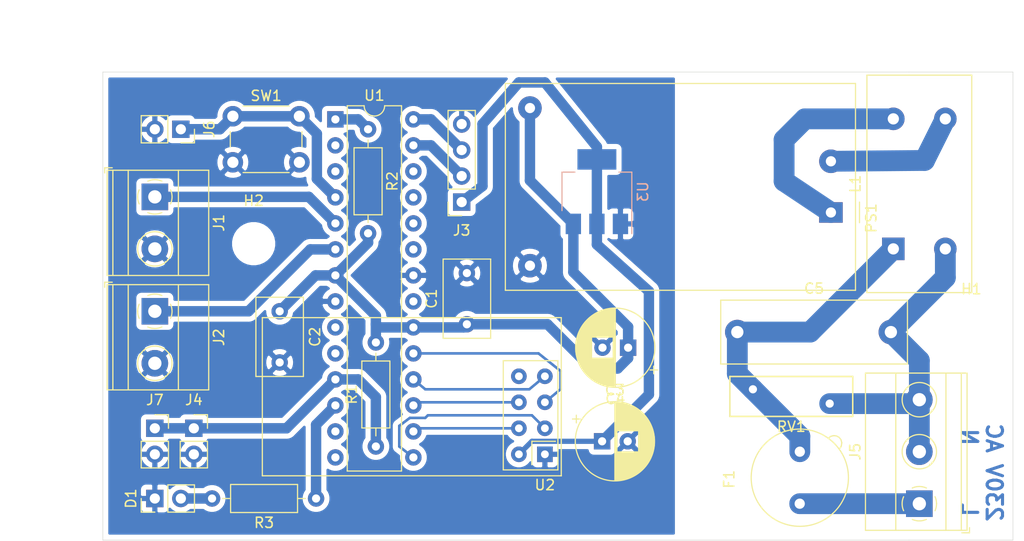
<source format=kicad_pcb>
(kicad_pcb (version 20171130) (host pcbnew "(5.1.7-0-10_14)")

  (general
    (thickness 1.6)
    (drawings 9)
    (tracks 106)
    (zones 0)
    (modules 26)
    (nets 35)
  )

  (page A4)
  (layers
    (0 F.Cu signal)
    (31 B.Cu signal)
    (32 B.Adhes user)
    (33 F.Adhes user)
    (34 B.Paste user)
    (35 F.Paste user)
    (36 B.SilkS user)
    (37 F.SilkS user)
    (38 B.Mask user)
    (39 F.Mask user)
    (40 Dwgs.User user)
    (41 Cmts.User user)
    (42 Eco1.User user)
    (43 Eco2.User user)
    (44 Edge.Cuts user)
    (45 Margin user)
    (46 B.CrtYd user)
    (47 F.CrtYd user)
    (48 B.Fab user)
    (49 F.Fab user)
  )

  (setup
    (last_trace_width 1.016)
    (user_trace_width 0.254)
    (user_trace_width 0.508)
    (user_trace_width 1.016)
    (user_trace_width 2.032)
    (user_trace_width 4.064)
    (trace_clearance 0.2)
    (zone_clearance 0.508)
    (zone_45_only no)
    (trace_min 0.2)
    (via_size 0.8)
    (via_drill 0.4)
    (via_min_size 0.4)
    (via_min_drill 0.3)
    (uvia_size 0.3)
    (uvia_drill 0.1)
    (uvias_allowed no)
    (uvia_min_size 0.2)
    (uvia_min_drill 0.1)
    (edge_width 0.05)
    (segment_width 0.2)
    (pcb_text_width 0.3)
    (pcb_text_size 1.5 1.5)
    (mod_edge_width 0.12)
    (mod_text_size 1 1)
    (mod_text_width 0.15)
    (pad_size 1.524 1.524)
    (pad_drill 0.762)
    (pad_to_mask_clearance 0)
    (aux_axis_origin 0 0)
    (visible_elements FFFFFF7F)
    (pcbplotparams
      (layerselection 0x010fc_ffffffff)
      (usegerberextensions false)
      (usegerberattributes true)
      (usegerberadvancedattributes true)
      (creategerberjobfile true)
      (excludeedgelayer true)
      (linewidth 0.100000)
      (plotframeref false)
      (viasonmask false)
      (mode 1)
      (useauxorigin false)
      (hpglpennumber 1)
      (hpglpenspeed 20)
      (hpglpendiameter 15.000000)
      (psnegative false)
      (psa4output false)
      (plotreference true)
      (plotvalue true)
      (plotinvisibletext false)
      (padsonsilk false)
      (subtractmaskfromsilk false)
      (outputformat 1)
      (mirror false)
      (drillshape 1)
      (scaleselection 1)
      (outputdirectory ""))
  )

  (net 0 "")
  (net 1 +5V)
  (net 2 GND)
  (net 3 "Net-(J1-Pad1)")
  (net 4 /SDA)
  (net 5 /SCL)
  (net 6 "Net-(J4-Pad1)")
  (net 7 "Net-(R2-Pad1)")
  (net 8 /CE)
  (net 9 "Net-(U1-Pad2)")
  (net 10 /CSN)
  (net 11 "Net-(U1-Pad3)")
  (net 12 /MOSI)
  (net 13 /MISO)
  (net 14 /SCK)
  (net 15 "Net-(U1-Pad21)")
  (net 16 "Net-(U1-Pad9)")
  (net 17 "Net-(U1-Pad23)")
  (net 18 "Net-(U1-Pad10)")
  (net 19 "Net-(U1-Pad24)")
  (net 20 "Net-(U1-Pad25)")
  (net 21 "Net-(U1-Pad26)")
  (net 22 "Net-(U1-Pad13)")
  (net 23 "Net-(U1-Pad14)")
  (net 24 "Net-(U2-Pad8)")
  (net 25 "Net-(F1-Pad1)")
  (net 26 "Net-(J2-Pad1)")
  (net 27 "Net-(J6-Pad1)")
  (net 28 +3V3)
  (net 29 "Net-(C5-Pad1)")
  (net 30 "Net-(C5-Pad2)")
  (net 31 "Net-(L1-Pad4)")
  (net 32 "Net-(L1-Pad3)")
  (net 33 "Net-(D1-Pad2)")
  (net 34 "Net-(R3-Pad1)")

  (net_class Default "This is the default net class."
    (clearance 0.2)
    (trace_width 0.25)
    (via_dia 0.8)
    (via_drill 0.4)
    (uvia_dia 0.3)
    (uvia_drill 0.1)
    (add_net +3V3)
    (add_net +5V)
    (add_net /CE)
    (add_net /CSN)
    (add_net /MISO)
    (add_net /MOSI)
    (add_net /SCK)
    (add_net /SCL)
    (add_net /SDA)
    (add_net GND)
    (add_net "Net-(C5-Pad1)")
    (add_net "Net-(C5-Pad2)")
    (add_net "Net-(D1-Pad2)")
    (add_net "Net-(F1-Pad1)")
    (add_net "Net-(J1-Pad1)")
    (add_net "Net-(J2-Pad1)")
    (add_net "Net-(J4-Pad1)")
    (add_net "Net-(J6-Pad1)")
    (add_net "Net-(L1-Pad3)")
    (add_net "Net-(L1-Pad4)")
    (add_net "Net-(R2-Pad1)")
    (add_net "Net-(R3-Pad1)")
    (add_net "Net-(U1-Pad10)")
    (add_net "Net-(U1-Pad13)")
    (add_net "Net-(U1-Pad14)")
    (add_net "Net-(U1-Pad2)")
    (add_net "Net-(U1-Pad21)")
    (add_net "Net-(U1-Pad23)")
    (add_net "Net-(U1-Pad24)")
    (add_net "Net-(U1-Pad25)")
    (add_net "Net-(U1-Pad26)")
    (add_net "Net-(U1-Pad3)")
    (add_net "Net-(U1-Pad9)")
    (add_net "Net-(U2-Pad8)")
  )

  (module Capacitor_THT:C_Disc_D7.5mm_W4.4mm_P5.00mm (layer F.Cu) (tedit 5AE50EF0) (tstamp 5FA21FB9)
    (at 108.712 97.028 270)
    (descr "C, Disc series, Radial, pin pitch=5.00mm, , diameter*width=7.5*4.4mm^2, Capacitor")
    (tags "C Disc series Radial pin pitch 5.00mm  diameter 7.5mm width 4.4mm Capacitor")
    (path /5FA231FA)
    (fp_text reference C2 (at 2.5 -3.45 90) (layer F.SilkS)
      (effects (font (size 1 1) (thickness 0.15)))
    )
    (fp_text value 100n (at 2.5 3.45 90) (layer F.Fab)
      (effects (font (size 1 1) (thickness 0.15)))
    )
    (fp_line (start -1.25 -2.2) (end -1.25 2.2) (layer F.Fab) (width 0.1))
    (fp_line (start -1.25 2.2) (end 6.25 2.2) (layer F.Fab) (width 0.1))
    (fp_line (start 6.25 2.2) (end 6.25 -2.2) (layer F.Fab) (width 0.1))
    (fp_line (start 6.25 -2.2) (end -1.25 -2.2) (layer F.Fab) (width 0.1))
    (fp_line (start -1.37 -2.321) (end 6.37 -2.321) (layer F.SilkS) (width 0.12))
    (fp_line (start -1.37 2.321) (end 6.37 2.321) (layer F.SilkS) (width 0.12))
    (fp_line (start -1.37 -2.321) (end -1.37 2.321) (layer F.SilkS) (width 0.12))
    (fp_line (start 6.37 -2.321) (end 6.37 2.321) (layer F.SilkS) (width 0.12))
    (fp_line (start -1.5 -2.45) (end -1.5 2.45) (layer F.CrtYd) (width 0.05))
    (fp_line (start -1.5 2.45) (end 6.5 2.45) (layer F.CrtYd) (width 0.05))
    (fp_line (start 6.5 2.45) (end 6.5 -2.45) (layer F.CrtYd) (width 0.05))
    (fp_line (start 6.5 -2.45) (end -1.5 -2.45) (layer F.CrtYd) (width 0.05))
    (fp_text user %R (at 2.5 0 90) (layer F.Fab)
      (effects (font (size 1 1) (thickness 0.15)))
    )
    (pad 2 thru_hole circle (at 5 0 270) (size 1.6 1.6) (drill 0.8) (layers *.Cu *.Mask)
      (net 2 GND))
    (pad 1 thru_hole circle (at 0 0 270) (size 1.6 1.6) (drill 0.8) (layers *.Cu *.Mask)
      (net 1 +5V))
    (model ${KISYS3DMOD}/Capacitor_THT.3dshapes/C_Disc_D7.5mm_W4.4mm_P5.00mm.wrl
      (at (xyz 0 0 0))
      (scale (xyz 1 1 1))
      (rotate (xyz 0 0 0))
    )
  )

  (module RF_Module:nRF24L01_Breakout (layer F.Cu) (tedit 5A056C61) (tstamp 5FA5A940)
    (at 134.62 110.998 180)
    (descr "nRF24L01 breakout board")
    (tags "nRF24L01 adapter breakout")
    (path /5FA23ED9)
    (fp_text reference U2 (at 0 -3) (layer F.SilkS)
      (effects (font (size 1 1) (thickness 0.15)))
    )
    (fp_text value NRF24L01_Breakout (at 13 5) (layer F.Fab)
      (effects (font (size 1 1) (thickness 0.15)))
    )
    (fp_line (start 27.75 -2.25) (end 27.75 -2.25) (layer F.CrtYd) (width 0.05))
    (fp_line (start 27.75 13.5) (end 27.75 -2.25) (layer F.CrtYd) (width 0.05))
    (fp_line (start -1.75 13.5) (end 27.75 13.5) (layer F.CrtYd) (width 0.05))
    (fp_line (start -1.75 -2.25) (end -1.75 13.5) (layer F.CrtYd) (width 0.05))
    (fp_line (start 27.75 -2.25) (end -1.75 -2.25) (layer F.CrtYd) (width 0.05))
    (fp_line (start -1.27 -1.524) (end -1.27 -1.524) (layer F.SilkS) (width 0.12))
    (fp_line (start -1.27 9.144) (end -1.27 -1.524) (layer F.SilkS) (width 0.12))
    (fp_line (start -1.6 -2.1) (end -1.6 -2.1) (layer F.SilkS) (width 0.12))
    (fp_line (start -1.6 13.35) (end -1.6 -2.1) (layer F.SilkS) (width 0.12))
    (fp_line (start 27.6 13.35) (end -1.6 13.35) (layer F.SilkS) (width 0.12))
    (fp_line (start 27.6 -2.1) (end 27.6 13.35) (layer F.SilkS) (width 0.12))
    (fp_line (start -1.6 -2.1) (end 27.6 -2.1) (layer F.SilkS) (width 0.12))
    (fp_line (start -1.016 1.27) (end -1.016 1.27) (layer F.SilkS) (width 0.12))
    (fp_line (start 1.27 1.27) (end -1.016 1.27) (layer F.SilkS) (width 0.12))
    (fp_line (start 1.27 -1.016) (end 1.27 1.27) (layer F.SilkS) (width 0.12))
    (fp_line (start -1.27 9.144) (end -1.27 9.144) (layer F.SilkS) (width 0.12))
    (fp_line (start 4.064 9.144) (end -1.27 9.144) (layer F.SilkS) (width 0.12))
    (fp_line (start 4.064 -1.524) (end 4.064 9.144) (layer F.SilkS) (width 0.12))
    (fp_line (start -1.27 -1.524) (end 4.064 -1.524) (layer F.SilkS) (width 0.12))
    (fp_line (start -1.27 -1.27) (end -1.27 -1.27) (layer F.Fab) (width 0.1))
    (fp_line (start -1.27 8.89) (end -1.27 -1.27) (layer F.Fab) (width 0.1))
    (fp_line (start 3.81 8.89) (end -1.27 8.89) (layer F.Fab) (width 0.1))
    (fp_line (start 3.81 -1.27) (end 3.81 8.89) (layer F.Fab) (width 0.1))
    (fp_line (start -1.27 -1.27) (end 3.81 -1.27) (layer F.Fab) (width 0.1))
    (fp_line (start -1.5 -2) (end -1.5 -2) (layer F.Fab) (width 0.1))
    (fp_line (start -1.5 13.25) (end -1.5 -2) (layer F.Fab) (width 0.1))
    (fp_line (start 27.5 13.25) (end -1.5 13.25) (layer F.Fab) (width 0.1))
    (fp_line (start 27.5 -2) (end 27.5 13.25) (layer F.Fab) (width 0.1))
    (fp_line (start -1.5 -2) (end 27.5 -2) (layer F.Fab) (width 0.1))
    (fp_text user %R (at 12.5 2.5) (layer F.Fab)
      (effects (font (size 1 1) (thickness 0.15)))
    )
    (pad 1 thru_hole rect (at 0 0 180) (size 1.524 1.524) (drill 0.762) (layers *.Cu *.Mask)
      (net 2 GND))
    (pad 2 thru_hole circle (at 2.54 0 180) (size 1.524 1.524) (drill 0.762) (layers *.Cu *.Mask)
      (net 28 +3V3))
    (pad 3 thru_hole circle (at 0 2.54 180) (size 1.524 1.524) (drill 0.762) (layers *.Cu *.Mask)
      (net 8 /CE))
    (pad 4 thru_hole circle (at 2.54 2.54 180) (size 1.524 1.524) (drill 0.762) (layers *.Cu *.Mask)
      (net 10 /CSN))
    (pad 5 thru_hole circle (at 0 5.08 180) (size 1.524 1.524) (drill 0.762) (layers *.Cu *.Mask)
      (net 14 /SCK))
    (pad 6 thru_hole circle (at 2.54 5.08 180) (size 1.524 1.524) (drill 0.762) (layers *.Cu *.Mask)
      (net 12 /MOSI))
    (pad 7 thru_hole circle (at 0 7.62 180) (size 1.524 1.524) (drill 0.762) (layers *.Cu *.Mask)
      (net 13 /MISO))
    (pad 8 thru_hole circle (at 2.54 7.62 180) (size 1.524 1.524) (drill 0.762) (layers *.Cu *.Mask)
      (net 24 "Net-(U2-Pad8)"))
    (model ${KISYS3DMOD}/RF_Module.3dshapes/nRF24L01_Breakout.wrl
      (at (xyz 0 0 0))
      (scale (xyz 1 1 1))
      (rotate (xyz 0 0 0))
    )
  )

  (module Capacitor_THT:C_Disc_D7.5mm_W4.4mm_P5.00mm (layer F.Cu) (tedit 5AE50EF0) (tstamp 5FA21FA6)
    (at 127 98.298 90)
    (descr "C, Disc series, Radial, pin pitch=5.00mm, , diameter*width=7.5*4.4mm^2, Capacitor")
    (tags "C Disc series Radial pin pitch 5.00mm  diameter 7.5mm width 4.4mm Capacitor")
    (path /5FA21CF5)
    (fp_text reference C1 (at 2.5 -3.45 90) (layer F.SilkS)
      (effects (font (size 1 1) (thickness 0.15)))
    )
    (fp_text value 100n (at 2.5 3.45 90) (layer F.Fab)
      (effects (font (size 1 1) (thickness 0.15)))
    )
    (fp_line (start 6.5 -2.45) (end -1.5 -2.45) (layer F.CrtYd) (width 0.05))
    (fp_line (start 6.5 2.45) (end 6.5 -2.45) (layer F.CrtYd) (width 0.05))
    (fp_line (start -1.5 2.45) (end 6.5 2.45) (layer F.CrtYd) (width 0.05))
    (fp_line (start -1.5 -2.45) (end -1.5 2.45) (layer F.CrtYd) (width 0.05))
    (fp_line (start 6.37 -2.321) (end 6.37 2.321) (layer F.SilkS) (width 0.12))
    (fp_line (start -1.37 -2.321) (end -1.37 2.321) (layer F.SilkS) (width 0.12))
    (fp_line (start -1.37 2.321) (end 6.37 2.321) (layer F.SilkS) (width 0.12))
    (fp_line (start -1.37 -2.321) (end 6.37 -2.321) (layer F.SilkS) (width 0.12))
    (fp_line (start 6.25 -2.2) (end -1.25 -2.2) (layer F.Fab) (width 0.1))
    (fp_line (start 6.25 2.2) (end 6.25 -2.2) (layer F.Fab) (width 0.1))
    (fp_line (start -1.25 2.2) (end 6.25 2.2) (layer F.Fab) (width 0.1))
    (fp_line (start -1.25 -2.2) (end -1.25 2.2) (layer F.Fab) (width 0.1))
    (fp_text user %R (at 2.5 0 90) (layer F.Fab)
      (effects (font (size 1 1) (thickness 0.15)))
    )
    (pad 1 thru_hole circle (at 0 0 90) (size 1.6 1.6) (drill 0.8) (layers *.Cu *.Mask)
      (net 1 +5V))
    (pad 2 thru_hole circle (at 5 0 90) (size 1.6 1.6) (drill 0.8) (layers *.Cu *.Mask)
      (net 2 GND))
    (model ${KISYS3DMOD}/Capacitor_THT.3dshapes/C_Disc_D7.5mm_W4.4mm_P5.00mm.wrl
      (at (xyz 0 0 0))
      (scale (xyz 1 1 1))
      (rotate (xyz 0 0 0))
    )
  )

  (module Connector_PinSocket_2.54mm:PinSocket_1x04_P2.54mm_Vertical (layer F.Cu) (tedit 5A19A429) (tstamp 5FA21FFD)
    (at 126.492 86.36 180)
    (descr "Through hole straight socket strip, 1x04, 2.54mm pitch, single row (from Kicad 4.0.7), script generated")
    (tags "Through hole socket strip THT 1x04 2.54mm single row")
    (path /5FA2DCE2)
    (fp_text reference J3 (at 0 -2.77) (layer F.SilkS)
      (effects (font (size 1 1) (thickness 0.15)))
    )
    (fp_text value Display (at 0 10.39) (layer F.Fab)
      (effects (font (size 1 1) (thickness 0.15)))
    )
    (fp_line (start -1.8 9.4) (end -1.8 -1.8) (layer F.CrtYd) (width 0.05))
    (fp_line (start 1.75 9.4) (end -1.8 9.4) (layer F.CrtYd) (width 0.05))
    (fp_line (start 1.75 -1.8) (end 1.75 9.4) (layer F.CrtYd) (width 0.05))
    (fp_line (start -1.8 -1.8) (end 1.75 -1.8) (layer F.CrtYd) (width 0.05))
    (fp_line (start 0 -1.33) (end 1.33 -1.33) (layer F.SilkS) (width 0.12))
    (fp_line (start 1.33 -1.33) (end 1.33 0) (layer F.SilkS) (width 0.12))
    (fp_line (start 1.33 1.27) (end 1.33 8.95) (layer F.SilkS) (width 0.12))
    (fp_line (start -1.33 8.95) (end 1.33 8.95) (layer F.SilkS) (width 0.12))
    (fp_line (start -1.33 1.27) (end -1.33 8.95) (layer F.SilkS) (width 0.12))
    (fp_line (start -1.33 1.27) (end 1.33 1.27) (layer F.SilkS) (width 0.12))
    (fp_line (start -1.27 8.89) (end -1.27 -1.27) (layer F.Fab) (width 0.1))
    (fp_line (start 1.27 8.89) (end -1.27 8.89) (layer F.Fab) (width 0.1))
    (fp_line (start 1.27 -0.635) (end 1.27 8.89) (layer F.Fab) (width 0.1))
    (fp_line (start 0.635 -1.27) (end 1.27 -0.635) (layer F.Fab) (width 0.1))
    (fp_line (start -1.27 -1.27) (end 0.635 -1.27) (layer F.Fab) (width 0.1))
    (fp_text user %R (at 0 3.81 90) (layer F.Fab)
      (effects (font (size 1 1) (thickness 0.15)))
    )
    (pad 1 thru_hole rect (at 0 0 180) (size 1.7 1.7) (drill 1) (layers *.Cu *.Mask)
      (net 28 +3V3))
    (pad 2 thru_hole oval (at 0 2.54 180) (size 1.7 1.7) (drill 1) (layers *.Cu *.Mask)
      (net 4 /SDA))
    (pad 3 thru_hole oval (at 0 5.08 180) (size 1.7 1.7) (drill 1) (layers *.Cu *.Mask)
      (net 5 /SCL))
    (pad 4 thru_hole oval (at 0 7.62 180) (size 1.7 1.7) (drill 1) (layers *.Cu *.Mask)
      (net 2 GND))
    (model ${KISYS3DMOD}/Connector_PinSocket_2.54mm.3dshapes/PinSocket_1x04_P2.54mm_Vertical.wrl
      (at (xyz 0 0 0))
      (scale (xyz 1 1 1))
      (rotate (xyz 0 0 0))
    )
  )

  (module Connector_PinSocket_2.54mm:PinSocket_1x02_P2.54mm_Vertical (layer F.Cu) (tedit 5A19A420) (tstamp 5FA22013)
    (at 100.33 108.458)
    (descr "Through hole straight socket strip, 1x02, 2.54mm pitch, single row (from Kicad 4.0.7), script generated")
    (tags "Through hole socket strip THT 1x02 2.54mm single row")
    (path /5FA2A391)
    (fp_text reference J4 (at 0 -2.77) (layer F.SilkS)
      (effects (font (size 1 1) (thickness 0.15)))
    )
    (fp_text value "Temperature sensors" (at -10.16 2.54) (layer F.Fab)
      (effects (font (size 1 1) (thickness 0.15)))
    )
    (fp_line (start -1.8 4.3) (end -1.8 -1.8) (layer F.CrtYd) (width 0.05))
    (fp_line (start 1.75 4.3) (end -1.8 4.3) (layer F.CrtYd) (width 0.05))
    (fp_line (start 1.75 -1.8) (end 1.75 4.3) (layer F.CrtYd) (width 0.05))
    (fp_line (start -1.8 -1.8) (end 1.75 -1.8) (layer F.CrtYd) (width 0.05))
    (fp_line (start 0 -1.33) (end 1.33 -1.33) (layer F.SilkS) (width 0.12))
    (fp_line (start 1.33 -1.33) (end 1.33 0) (layer F.SilkS) (width 0.12))
    (fp_line (start 1.33 1.27) (end 1.33 3.87) (layer F.SilkS) (width 0.12))
    (fp_line (start -1.33 3.87) (end 1.33 3.87) (layer F.SilkS) (width 0.12))
    (fp_line (start -1.33 1.27) (end -1.33 3.87) (layer F.SilkS) (width 0.12))
    (fp_line (start -1.33 1.27) (end 1.33 1.27) (layer F.SilkS) (width 0.12))
    (fp_line (start -1.27 3.81) (end -1.27 -1.27) (layer F.Fab) (width 0.1))
    (fp_line (start 1.27 3.81) (end -1.27 3.81) (layer F.Fab) (width 0.1))
    (fp_line (start 1.27 -0.635) (end 1.27 3.81) (layer F.Fab) (width 0.1))
    (fp_line (start 0.635 -1.27) (end 1.27 -0.635) (layer F.Fab) (width 0.1))
    (fp_line (start -1.27 -1.27) (end 0.635 -1.27) (layer F.Fab) (width 0.1))
    (fp_text user %R (at 0 1.27 90) (layer F.Fab)
      (effects (font (size 1 1) (thickness 0.15)))
    )
    (pad 1 thru_hole rect (at 0 0) (size 1.7 1.7) (drill 1) (layers *.Cu *.Mask)
      (net 6 "Net-(J4-Pad1)"))
    (pad 2 thru_hole oval (at 0 2.54) (size 1.7 1.7) (drill 1) (layers *.Cu *.Mask)
      (net 2 GND))
    (model ${KISYS3DMOD}/Connector_PinSocket_2.54mm.3dshapes/PinSocket_1x02_P2.54mm_Vertical.wrl
      (at (xyz 0 0 0))
      (scale (xyz 1 1 1))
      (rotate (xyz 0 0 0))
    )
  )

  (module Resistor_THT:R_Axial_DIN0207_L6.3mm_D2.5mm_P10.16mm_Horizontal (layer F.Cu) (tedit 5AE5139B) (tstamp 5FB0A0C6)
    (at 118.11 110.236 90)
    (descr "Resistor, Axial_DIN0207 series, Axial, Horizontal, pin pitch=10.16mm, 0.25W = 1/4W, length*diameter=6.3*2.5mm^2, http://cdn-reichelt.de/documents/datenblatt/B400/1_4W%23YAG.pdf")
    (tags "Resistor Axial_DIN0207 series Axial Horizontal pin pitch 10.16mm 0.25W = 1/4W length 6.3mm diameter 2.5mm")
    (path /5FA1F4E2)
    (fp_text reference R1 (at 5.08 -2.37 90) (layer F.SilkS)
      (effects (font (size 1 1) (thickness 0.15)))
    )
    (fp_text value 4k7 (at 5.08 2.37 90) (layer F.Fab)
      (effects (font (size 1 1) (thickness 0.15)))
    )
    (fp_line (start 1.93 -1.25) (end 1.93 1.25) (layer F.Fab) (width 0.1))
    (fp_line (start 1.93 1.25) (end 8.23 1.25) (layer F.Fab) (width 0.1))
    (fp_line (start 8.23 1.25) (end 8.23 -1.25) (layer F.Fab) (width 0.1))
    (fp_line (start 8.23 -1.25) (end 1.93 -1.25) (layer F.Fab) (width 0.1))
    (fp_line (start 0 0) (end 1.93 0) (layer F.Fab) (width 0.1))
    (fp_line (start 10.16 0) (end 8.23 0) (layer F.Fab) (width 0.1))
    (fp_line (start 1.81 -1.37) (end 1.81 1.37) (layer F.SilkS) (width 0.12))
    (fp_line (start 1.81 1.37) (end 8.35 1.37) (layer F.SilkS) (width 0.12))
    (fp_line (start 8.35 1.37) (end 8.35 -1.37) (layer F.SilkS) (width 0.12))
    (fp_line (start 8.35 -1.37) (end 1.81 -1.37) (layer F.SilkS) (width 0.12))
    (fp_line (start 1.04 0) (end 1.81 0) (layer F.SilkS) (width 0.12))
    (fp_line (start 9.12 0) (end 8.35 0) (layer F.SilkS) (width 0.12))
    (fp_line (start -1.05 -1.5) (end -1.05 1.5) (layer F.CrtYd) (width 0.05))
    (fp_line (start -1.05 1.5) (end 11.21 1.5) (layer F.CrtYd) (width 0.05))
    (fp_line (start 11.21 1.5) (end 11.21 -1.5) (layer F.CrtYd) (width 0.05))
    (fp_line (start 11.21 -1.5) (end -1.05 -1.5) (layer F.CrtYd) (width 0.05))
    (fp_text user %R (at 5.08 0 90) (layer F.Fab)
      (effects (font (size 1 1) (thickness 0.15)))
    )
    (pad 2 thru_hole oval (at 10.16 0 90) (size 1.6 1.6) (drill 0.8) (layers *.Cu *.Mask)
      (net 1 +5V))
    (pad 1 thru_hole circle (at 0 0 90) (size 1.6 1.6) (drill 0.8) (layers *.Cu *.Mask)
      (net 6 "Net-(J4-Pad1)"))
    (model ${KISYS3DMOD}/Resistor_THT.3dshapes/R_Axial_DIN0207_L6.3mm_D2.5mm_P10.16mm_Horizontal.wrl
      (at (xyz 0 0 0))
      (scale (xyz 1 1 1))
      (rotate (xyz 0 0 0))
    )
  )

  (module Resistor_THT:R_Axial_DIN0207_L6.3mm_D2.5mm_P10.16mm_Horizontal (layer F.Cu) (tedit 5AE5139B) (tstamp 5FA5ABAF)
    (at 117.348 79.248 270)
    (descr "Resistor, Axial_DIN0207 series, Axial, Horizontal, pin pitch=10.16mm, 0.25W = 1/4W, length*diameter=6.3*2.5mm^2, http://cdn-reichelt.de/documents/datenblatt/B400/1_4W%23YAG.pdf")
    (tags "Resistor Axial_DIN0207 series Axial Horizontal pin pitch 10.16mm 0.25W = 1/4W length 6.3mm diameter 2.5mm")
    (path /5FA1D89F)
    (fp_text reference R2 (at 5.08 -2.37 90) (layer F.SilkS)
      (effects (font (size 1 1) (thickness 0.15)))
    )
    (fp_text value 10k (at 5.08 2.37 90) (layer F.Fab)
      (effects (font (size 1 1) (thickness 0.15)))
    )
    (fp_line (start 11.21 -1.5) (end -1.05 -1.5) (layer F.CrtYd) (width 0.05))
    (fp_line (start 11.21 1.5) (end 11.21 -1.5) (layer F.CrtYd) (width 0.05))
    (fp_line (start -1.05 1.5) (end 11.21 1.5) (layer F.CrtYd) (width 0.05))
    (fp_line (start -1.05 -1.5) (end -1.05 1.5) (layer F.CrtYd) (width 0.05))
    (fp_line (start 9.12 0) (end 8.35 0) (layer F.SilkS) (width 0.12))
    (fp_line (start 1.04 0) (end 1.81 0) (layer F.SilkS) (width 0.12))
    (fp_line (start 8.35 -1.37) (end 1.81 -1.37) (layer F.SilkS) (width 0.12))
    (fp_line (start 8.35 1.37) (end 8.35 -1.37) (layer F.SilkS) (width 0.12))
    (fp_line (start 1.81 1.37) (end 8.35 1.37) (layer F.SilkS) (width 0.12))
    (fp_line (start 1.81 -1.37) (end 1.81 1.37) (layer F.SilkS) (width 0.12))
    (fp_line (start 10.16 0) (end 8.23 0) (layer F.Fab) (width 0.1))
    (fp_line (start 0 0) (end 1.93 0) (layer F.Fab) (width 0.1))
    (fp_line (start 8.23 -1.25) (end 1.93 -1.25) (layer F.Fab) (width 0.1))
    (fp_line (start 8.23 1.25) (end 8.23 -1.25) (layer F.Fab) (width 0.1))
    (fp_line (start 1.93 1.25) (end 8.23 1.25) (layer F.Fab) (width 0.1))
    (fp_line (start 1.93 -1.25) (end 1.93 1.25) (layer F.Fab) (width 0.1))
    (fp_text user %R (at 5.08 0 90) (layer F.Fab)
      (effects (font (size 1 1) (thickness 0.15)))
    )
    (pad 1 thru_hole circle (at 0 0 270) (size 1.6 1.6) (drill 0.8) (layers *.Cu *.Mask)
      (net 7 "Net-(R2-Pad1)"))
    (pad 2 thru_hole oval (at 10.16 0 270) (size 1.6 1.6) (drill 0.8) (layers *.Cu *.Mask)
      (net 1 +5V))
    (model ${KISYS3DMOD}/Resistor_THT.3dshapes/R_Axial_DIN0207_L6.3mm_D2.5mm_P10.16mm_Horizontal.wrl
      (at (xyz 0 0 0))
      (scale (xyz 1 1 1))
      (rotate (xyz 0 0 0))
    )
  )

  (module Button_Switch_THT:SW_PUSH_6mm (layer F.Cu) (tedit 5A02FE31) (tstamp 5FA5B1A7)
    (at 104.14 77.978)
    (descr https://www.omron.com/ecb/products/pdf/en-b3f.pdf)
    (tags "tact sw push 6mm")
    (path /5FA2B3B3)
    (fp_text reference SW1 (at 3.25 -2) (layer F.SilkS)
      (effects (font (size 1 1) (thickness 0.15)))
    )
    (fp_text value "Manual reset" (at 3.75 6.7) (layer F.Fab)
      (effects (font (size 1 1) (thickness 0.15)))
    )
    (fp_circle (center 3.25 2.25) (end 1.25 2.5) (layer F.Fab) (width 0.1))
    (fp_line (start 6.75 3) (end 6.75 1.5) (layer F.SilkS) (width 0.12))
    (fp_line (start 5.5 -1) (end 1 -1) (layer F.SilkS) (width 0.12))
    (fp_line (start -0.25 1.5) (end -0.25 3) (layer F.SilkS) (width 0.12))
    (fp_line (start 1 5.5) (end 5.5 5.5) (layer F.SilkS) (width 0.12))
    (fp_line (start 8 -1.25) (end 8 5.75) (layer F.CrtYd) (width 0.05))
    (fp_line (start 7.75 6) (end -1.25 6) (layer F.CrtYd) (width 0.05))
    (fp_line (start -1.5 5.75) (end -1.5 -1.25) (layer F.CrtYd) (width 0.05))
    (fp_line (start -1.25 -1.5) (end 7.75 -1.5) (layer F.CrtYd) (width 0.05))
    (fp_line (start -1.5 6) (end -1.25 6) (layer F.CrtYd) (width 0.05))
    (fp_line (start -1.5 5.75) (end -1.5 6) (layer F.CrtYd) (width 0.05))
    (fp_line (start -1.5 -1.5) (end -1.25 -1.5) (layer F.CrtYd) (width 0.05))
    (fp_line (start -1.5 -1.25) (end -1.5 -1.5) (layer F.CrtYd) (width 0.05))
    (fp_line (start 8 -1.5) (end 8 -1.25) (layer F.CrtYd) (width 0.05))
    (fp_line (start 7.75 -1.5) (end 8 -1.5) (layer F.CrtYd) (width 0.05))
    (fp_line (start 8 6) (end 8 5.75) (layer F.CrtYd) (width 0.05))
    (fp_line (start 7.75 6) (end 8 6) (layer F.CrtYd) (width 0.05))
    (fp_line (start 0.25 -0.75) (end 3.25 -0.75) (layer F.Fab) (width 0.1))
    (fp_line (start 0.25 5.25) (end 0.25 -0.75) (layer F.Fab) (width 0.1))
    (fp_line (start 6.25 5.25) (end 0.25 5.25) (layer F.Fab) (width 0.1))
    (fp_line (start 6.25 -0.75) (end 6.25 5.25) (layer F.Fab) (width 0.1))
    (fp_line (start 3.25 -0.75) (end 6.25 -0.75) (layer F.Fab) (width 0.1))
    (fp_text user %R (at 3.25 2.25) (layer F.Fab)
      (effects (font (size 1 1) (thickness 0.15)))
    )
    (pad 2 thru_hole circle (at 0 4.5 90) (size 2 2) (drill 1.1) (layers *.Cu *.Mask)
      (net 2 GND))
    (pad 1 thru_hole circle (at 0 0 90) (size 2 2) (drill 1.1) (layers *.Cu *.Mask)
      (net 27 "Net-(J6-Pad1)"))
    (pad 2 thru_hole circle (at 6.5 4.5 90) (size 2 2) (drill 1.1) (layers *.Cu *.Mask)
      (net 2 GND))
    (pad 1 thru_hole circle (at 6.5 0 90) (size 2 2) (drill 1.1) (layers *.Cu *.Mask)
      (net 27 "Net-(J6-Pad1)"))
    (model ${KISYS3DMOD}/Button_Switch_THT.3dshapes/SW_PUSH_6mm.wrl
      (at (xyz 0 0 0))
      (scale (xyz 1 1 1))
      (rotate (xyz 0 0 0))
    )
  )

  (module Package_DIP:DIP-28_W7.62mm (layer F.Cu) (tedit 5A02E8C5) (tstamp 5FA22090)
    (at 114.155001 78.283001)
    (descr "28-lead though-hole mounted DIP package, row spacing 7.62 mm (300 mils)")
    (tags "THT DIP DIL PDIP 2.54mm 7.62mm 300mil")
    (path /5FA1B57F)
    (fp_text reference U1 (at 3.81 -2.33) (layer F.SilkS)
      (effects (font (size 1 1) (thickness 0.15)))
    )
    (fp_text value ATmega328P-PU (at 3.81 35.35) (layer F.Fab)
      (effects (font (size 1 1) (thickness 0.15)))
    )
    (fp_line (start 8.7 -1.55) (end -1.1 -1.55) (layer F.CrtYd) (width 0.05))
    (fp_line (start 8.7 34.55) (end 8.7 -1.55) (layer F.CrtYd) (width 0.05))
    (fp_line (start -1.1 34.55) (end 8.7 34.55) (layer F.CrtYd) (width 0.05))
    (fp_line (start -1.1 -1.55) (end -1.1 34.55) (layer F.CrtYd) (width 0.05))
    (fp_line (start 6.46 -1.33) (end 4.81 -1.33) (layer F.SilkS) (width 0.12))
    (fp_line (start 6.46 34.35) (end 6.46 -1.33) (layer F.SilkS) (width 0.12))
    (fp_line (start 1.16 34.35) (end 6.46 34.35) (layer F.SilkS) (width 0.12))
    (fp_line (start 1.16 -1.33) (end 1.16 34.35) (layer F.SilkS) (width 0.12))
    (fp_line (start 2.81 -1.33) (end 1.16 -1.33) (layer F.SilkS) (width 0.12))
    (fp_line (start 0.635 -0.27) (end 1.635 -1.27) (layer F.Fab) (width 0.1))
    (fp_line (start 0.635 34.29) (end 0.635 -0.27) (layer F.Fab) (width 0.1))
    (fp_line (start 6.985 34.29) (end 0.635 34.29) (layer F.Fab) (width 0.1))
    (fp_line (start 6.985 -1.27) (end 6.985 34.29) (layer F.Fab) (width 0.1))
    (fp_line (start 1.635 -1.27) (end 6.985 -1.27) (layer F.Fab) (width 0.1))
    (fp_arc (start 3.81 -1.33) (end 2.81 -1.33) (angle -180) (layer F.SilkS) (width 0.12))
    (fp_text user %R (at 3.81 16.51) (layer F.Fab)
      (effects (font (size 1 1) (thickness 0.15)))
    )
    (pad 1 thru_hole rect (at 0 0) (size 1.6 1.6) (drill 0.8) (layers *.Cu *.Mask)
      (net 7 "Net-(R2-Pad1)"))
    (pad 15 thru_hole oval (at 7.62 33.02) (size 1.6 1.6) (drill 0.8) (layers *.Cu *.Mask)
      (net 8 /CE))
    (pad 2 thru_hole oval (at 0 2.54) (size 1.6 1.6) (drill 0.8) (layers *.Cu *.Mask)
      (net 9 "Net-(U1-Pad2)"))
    (pad 16 thru_hole oval (at 7.62 30.48) (size 1.6 1.6) (drill 0.8) (layers *.Cu *.Mask)
      (net 10 /CSN))
    (pad 3 thru_hole oval (at 0 5.08) (size 1.6 1.6) (drill 0.8) (layers *.Cu *.Mask)
      (net 11 "Net-(U1-Pad3)"))
    (pad 17 thru_hole oval (at 7.62 27.94) (size 1.6 1.6) (drill 0.8) (layers *.Cu *.Mask)
      (net 12 /MOSI))
    (pad 4 thru_hole oval (at 0 7.62) (size 1.6 1.6) (drill 0.8) (layers *.Cu *.Mask)
      (net 27 "Net-(J6-Pad1)"))
    (pad 18 thru_hole oval (at 7.62 25.4) (size 1.6 1.6) (drill 0.8) (layers *.Cu *.Mask)
      (net 13 /MISO))
    (pad 5 thru_hole oval (at 0 10.16) (size 1.6 1.6) (drill 0.8) (layers *.Cu *.Mask)
      (net 3 "Net-(J1-Pad1)"))
    (pad 19 thru_hole oval (at 7.62 22.86) (size 1.6 1.6) (drill 0.8) (layers *.Cu *.Mask)
      (net 14 /SCK))
    (pad 6 thru_hole oval (at 0 12.7) (size 1.6 1.6) (drill 0.8) (layers *.Cu *.Mask)
      (net 26 "Net-(J2-Pad1)"))
    (pad 20 thru_hole oval (at 7.62 20.32) (size 1.6 1.6) (drill 0.8) (layers *.Cu *.Mask)
      (net 1 +5V))
    (pad 7 thru_hole oval (at 0 15.24) (size 1.6 1.6) (drill 0.8) (layers *.Cu *.Mask)
      (net 1 +5V))
    (pad 21 thru_hole oval (at 7.62 17.78) (size 1.6 1.6) (drill 0.8) (layers *.Cu *.Mask)
      (net 15 "Net-(U1-Pad21)"))
    (pad 8 thru_hole oval (at 0 17.78) (size 1.6 1.6) (drill 0.8) (layers *.Cu *.Mask)
      (net 2 GND))
    (pad 22 thru_hole oval (at 7.62 15.24) (size 1.6 1.6) (drill 0.8) (layers *.Cu *.Mask)
      (net 2 GND))
    (pad 9 thru_hole oval (at 0 20.32) (size 1.6 1.6) (drill 0.8) (layers *.Cu *.Mask)
      (net 16 "Net-(U1-Pad9)"))
    (pad 23 thru_hole oval (at 7.62 12.7) (size 1.6 1.6) (drill 0.8) (layers *.Cu *.Mask)
      (net 17 "Net-(U1-Pad23)"))
    (pad 10 thru_hole oval (at 0 22.86) (size 1.6 1.6) (drill 0.8) (layers *.Cu *.Mask)
      (net 18 "Net-(U1-Pad10)"))
    (pad 24 thru_hole oval (at 7.62 10.16) (size 1.6 1.6) (drill 0.8) (layers *.Cu *.Mask)
      (net 19 "Net-(U1-Pad24)"))
    (pad 11 thru_hole oval (at 0 25.4) (size 1.6 1.6) (drill 0.8) (layers *.Cu *.Mask)
      (net 6 "Net-(J4-Pad1)"))
    (pad 25 thru_hole oval (at 7.62 7.62) (size 1.6 1.6) (drill 0.8) (layers *.Cu *.Mask)
      (net 20 "Net-(U1-Pad25)"))
    (pad 12 thru_hole oval (at 0 27.94) (size 1.6 1.6) (drill 0.8) (layers *.Cu *.Mask)
      (net 34 "Net-(R3-Pad1)"))
    (pad 26 thru_hole oval (at 7.62 5.08) (size 1.6 1.6) (drill 0.8) (layers *.Cu *.Mask)
      (net 21 "Net-(U1-Pad26)"))
    (pad 13 thru_hole oval (at 0 30.48) (size 1.6 1.6) (drill 0.8) (layers *.Cu *.Mask)
      (net 22 "Net-(U1-Pad13)"))
    (pad 27 thru_hole oval (at 7.62 2.54) (size 1.6 1.6) (drill 0.8) (layers *.Cu *.Mask)
      (net 4 /SDA))
    (pad 14 thru_hole oval (at 0 33.02) (size 1.6 1.6) (drill 0.8) (layers *.Cu *.Mask)
      (net 23 "Net-(U1-Pad14)"))
    (pad 28 thru_hole oval (at 7.62 0) (size 1.6 1.6) (drill 0.8) (layers *.Cu *.Mask)
      (net 5 /SCL))
    (model ${KISYS3DMOD}/Package_DIP.3dshapes/DIP-28_W7.62mm.wrl
      (at (xyz 0 0 0))
      (scale (xyz 1 1 1))
      (rotate (xyz 0 0 0))
    )
  )

  (module Capacitor_THT:CP_Radial_D7.5mm_P2.50mm (layer F.Cu) (tedit 5AE50EF0) (tstamp 5FA22728)
    (at 140.208 109.728)
    (descr "CP, Radial series, Radial, pin pitch=2.50mm, , diameter=7.5mm, Electrolytic Capacitor")
    (tags "CP Radial series Radial pin pitch 2.50mm  diameter 7.5mm Electrolytic Capacitor")
    (path /5FA90F97)
    (fp_text reference C3 (at 1.25 -5) (layer F.SilkS)
      (effects (font (size 1 1) (thickness 0.15)))
    )
    (fp_text value 10u (at 1.25 5) (layer F.Fab)
      (effects (font (size 1 1) (thickness 0.15)))
    )
    (fp_line (start -2.517211 -2.55) (end -2.517211 -1.8) (layer F.SilkS) (width 0.12))
    (fp_line (start -2.892211 -2.175) (end -2.142211 -2.175) (layer F.SilkS) (width 0.12))
    (fp_line (start 5.091 -0.441) (end 5.091 0.441) (layer F.SilkS) (width 0.12))
    (fp_line (start 5.051 -0.693) (end 5.051 0.693) (layer F.SilkS) (width 0.12))
    (fp_line (start 5.011 -0.877) (end 5.011 0.877) (layer F.SilkS) (width 0.12))
    (fp_line (start 4.971 -1.028) (end 4.971 1.028) (layer F.SilkS) (width 0.12))
    (fp_line (start 4.931 -1.158) (end 4.931 1.158) (layer F.SilkS) (width 0.12))
    (fp_line (start 4.891 -1.275) (end 4.891 1.275) (layer F.SilkS) (width 0.12))
    (fp_line (start 4.851 -1.381) (end 4.851 1.381) (layer F.SilkS) (width 0.12))
    (fp_line (start 4.811 -1.478) (end 4.811 1.478) (layer F.SilkS) (width 0.12))
    (fp_line (start 4.771 -1.569) (end 4.771 1.569) (layer F.SilkS) (width 0.12))
    (fp_line (start 4.731 -1.654) (end 4.731 1.654) (layer F.SilkS) (width 0.12))
    (fp_line (start 4.691 -1.733) (end 4.691 1.733) (layer F.SilkS) (width 0.12))
    (fp_line (start 4.651 -1.809) (end 4.651 1.809) (layer F.SilkS) (width 0.12))
    (fp_line (start 4.611 -1.881) (end 4.611 1.881) (layer F.SilkS) (width 0.12))
    (fp_line (start 4.571 -1.949) (end 4.571 1.949) (layer F.SilkS) (width 0.12))
    (fp_line (start 4.531 -2.014) (end 4.531 2.014) (layer F.SilkS) (width 0.12))
    (fp_line (start 4.491 -2.077) (end 4.491 2.077) (layer F.SilkS) (width 0.12))
    (fp_line (start 4.451 -2.137) (end 4.451 2.137) (layer F.SilkS) (width 0.12))
    (fp_line (start 4.411 -2.195) (end 4.411 2.195) (layer F.SilkS) (width 0.12))
    (fp_line (start 4.371 -2.25) (end 4.371 2.25) (layer F.SilkS) (width 0.12))
    (fp_line (start 4.331 -2.304) (end 4.331 2.304) (layer F.SilkS) (width 0.12))
    (fp_line (start 4.291 -2.355) (end 4.291 2.355) (layer F.SilkS) (width 0.12))
    (fp_line (start 4.251 -2.405) (end 4.251 2.405) (layer F.SilkS) (width 0.12))
    (fp_line (start 4.211 -2.454) (end 4.211 2.454) (layer F.SilkS) (width 0.12))
    (fp_line (start 4.171 -2.5) (end 4.171 2.5) (layer F.SilkS) (width 0.12))
    (fp_line (start 4.131 -2.546) (end 4.131 2.546) (layer F.SilkS) (width 0.12))
    (fp_line (start 4.091 -2.589) (end 4.091 2.589) (layer F.SilkS) (width 0.12))
    (fp_line (start 4.051 -2.632) (end 4.051 2.632) (layer F.SilkS) (width 0.12))
    (fp_line (start 4.011 -2.673) (end 4.011 2.673) (layer F.SilkS) (width 0.12))
    (fp_line (start 3.971 -2.713) (end 3.971 2.713) (layer F.SilkS) (width 0.12))
    (fp_line (start 3.931 -2.752) (end 3.931 2.752) (layer F.SilkS) (width 0.12))
    (fp_line (start 3.891 -2.79) (end 3.891 2.79) (layer F.SilkS) (width 0.12))
    (fp_line (start 3.851 -2.827) (end 3.851 2.827) (layer F.SilkS) (width 0.12))
    (fp_line (start 3.811 -2.863) (end 3.811 2.863) (layer F.SilkS) (width 0.12))
    (fp_line (start 3.771 -2.898) (end 3.771 2.898) (layer F.SilkS) (width 0.12))
    (fp_line (start 3.731 -2.931) (end 3.731 2.931) (layer F.SilkS) (width 0.12))
    (fp_line (start 3.691 -2.964) (end 3.691 2.964) (layer F.SilkS) (width 0.12))
    (fp_line (start 3.651 -2.996) (end 3.651 2.996) (layer F.SilkS) (width 0.12))
    (fp_line (start 3.611 -3.028) (end 3.611 3.028) (layer F.SilkS) (width 0.12))
    (fp_line (start 3.571 -3.058) (end 3.571 3.058) (layer F.SilkS) (width 0.12))
    (fp_line (start 3.531 1.04) (end 3.531 3.088) (layer F.SilkS) (width 0.12))
    (fp_line (start 3.531 -3.088) (end 3.531 -1.04) (layer F.SilkS) (width 0.12))
    (fp_line (start 3.491 1.04) (end 3.491 3.116) (layer F.SilkS) (width 0.12))
    (fp_line (start 3.491 -3.116) (end 3.491 -1.04) (layer F.SilkS) (width 0.12))
    (fp_line (start 3.451 1.04) (end 3.451 3.144) (layer F.SilkS) (width 0.12))
    (fp_line (start 3.451 -3.144) (end 3.451 -1.04) (layer F.SilkS) (width 0.12))
    (fp_line (start 3.411 1.04) (end 3.411 3.172) (layer F.SilkS) (width 0.12))
    (fp_line (start 3.411 -3.172) (end 3.411 -1.04) (layer F.SilkS) (width 0.12))
    (fp_line (start 3.371 1.04) (end 3.371 3.198) (layer F.SilkS) (width 0.12))
    (fp_line (start 3.371 -3.198) (end 3.371 -1.04) (layer F.SilkS) (width 0.12))
    (fp_line (start 3.331 1.04) (end 3.331 3.224) (layer F.SilkS) (width 0.12))
    (fp_line (start 3.331 -3.224) (end 3.331 -1.04) (layer F.SilkS) (width 0.12))
    (fp_line (start 3.291 1.04) (end 3.291 3.249) (layer F.SilkS) (width 0.12))
    (fp_line (start 3.291 -3.249) (end 3.291 -1.04) (layer F.SilkS) (width 0.12))
    (fp_line (start 3.251 1.04) (end 3.251 3.274) (layer F.SilkS) (width 0.12))
    (fp_line (start 3.251 -3.274) (end 3.251 -1.04) (layer F.SilkS) (width 0.12))
    (fp_line (start 3.211 1.04) (end 3.211 3.297) (layer F.SilkS) (width 0.12))
    (fp_line (start 3.211 -3.297) (end 3.211 -1.04) (layer F.SilkS) (width 0.12))
    (fp_line (start 3.171 1.04) (end 3.171 3.321) (layer F.SilkS) (width 0.12))
    (fp_line (start 3.171 -3.321) (end 3.171 -1.04) (layer F.SilkS) (width 0.12))
    (fp_line (start 3.131 1.04) (end 3.131 3.343) (layer F.SilkS) (width 0.12))
    (fp_line (start 3.131 -3.343) (end 3.131 -1.04) (layer F.SilkS) (width 0.12))
    (fp_line (start 3.091 1.04) (end 3.091 3.365) (layer F.SilkS) (width 0.12))
    (fp_line (start 3.091 -3.365) (end 3.091 -1.04) (layer F.SilkS) (width 0.12))
    (fp_line (start 3.051 1.04) (end 3.051 3.386) (layer F.SilkS) (width 0.12))
    (fp_line (start 3.051 -3.386) (end 3.051 -1.04) (layer F.SilkS) (width 0.12))
    (fp_line (start 3.011 1.04) (end 3.011 3.407) (layer F.SilkS) (width 0.12))
    (fp_line (start 3.011 -3.407) (end 3.011 -1.04) (layer F.SilkS) (width 0.12))
    (fp_line (start 2.971 1.04) (end 2.971 3.427) (layer F.SilkS) (width 0.12))
    (fp_line (start 2.971 -3.427) (end 2.971 -1.04) (layer F.SilkS) (width 0.12))
    (fp_line (start 2.931 1.04) (end 2.931 3.447) (layer F.SilkS) (width 0.12))
    (fp_line (start 2.931 -3.447) (end 2.931 -1.04) (layer F.SilkS) (width 0.12))
    (fp_line (start 2.891 1.04) (end 2.891 3.466) (layer F.SilkS) (width 0.12))
    (fp_line (start 2.891 -3.466) (end 2.891 -1.04) (layer F.SilkS) (width 0.12))
    (fp_line (start 2.851 1.04) (end 2.851 3.484) (layer F.SilkS) (width 0.12))
    (fp_line (start 2.851 -3.484) (end 2.851 -1.04) (layer F.SilkS) (width 0.12))
    (fp_line (start 2.811 1.04) (end 2.811 3.502) (layer F.SilkS) (width 0.12))
    (fp_line (start 2.811 -3.502) (end 2.811 -1.04) (layer F.SilkS) (width 0.12))
    (fp_line (start 2.771 1.04) (end 2.771 3.52) (layer F.SilkS) (width 0.12))
    (fp_line (start 2.771 -3.52) (end 2.771 -1.04) (layer F.SilkS) (width 0.12))
    (fp_line (start 2.731 1.04) (end 2.731 3.536) (layer F.SilkS) (width 0.12))
    (fp_line (start 2.731 -3.536) (end 2.731 -1.04) (layer F.SilkS) (width 0.12))
    (fp_line (start 2.691 1.04) (end 2.691 3.553) (layer F.SilkS) (width 0.12))
    (fp_line (start 2.691 -3.553) (end 2.691 -1.04) (layer F.SilkS) (width 0.12))
    (fp_line (start 2.651 1.04) (end 2.651 3.568) (layer F.SilkS) (width 0.12))
    (fp_line (start 2.651 -3.568) (end 2.651 -1.04) (layer F.SilkS) (width 0.12))
    (fp_line (start 2.611 1.04) (end 2.611 3.584) (layer F.SilkS) (width 0.12))
    (fp_line (start 2.611 -3.584) (end 2.611 -1.04) (layer F.SilkS) (width 0.12))
    (fp_line (start 2.571 1.04) (end 2.571 3.598) (layer F.SilkS) (width 0.12))
    (fp_line (start 2.571 -3.598) (end 2.571 -1.04) (layer F.SilkS) (width 0.12))
    (fp_line (start 2.531 1.04) (end 2.531 3.613) (layer F.SilkS) (width 0.12))
    (fp_line (start 2.531 -3.613) (end 2.531 -1.04) (layer F.SilkS) (width 0.12))
    (fp_line (start 2.491 1.04) (end 2.491 3.626) (layer F.SilkS) (width 0.12))
    (fp_line (start 2.491 -3.626) (end 2.491 -1.04) (layer F.SilkS) (width 0.12))
    (fp_line (start 2.451 1.04) (end 2.451 3.64) (layer F.SilkS) (width 0.12))
    (fp_line (start 2.451 -3.64) (end 2.451 -1.04) (layer F.SilkS) (width 0.12))
    (fp_line (start 2.411 1.04) (end 2.411 3.653) (layer F.SilkS) (width 0.12))
    (fp_line (start 2.411 -3.653) (end 2.411 -1.04) (layer F.SilkS) (width 0.12))
    (fp_line (start 2.371 1.04) (end 2.371 3.665) (layer F.SilkS) (width 0.12))
    (fp_line (start 2.371 -3.665) (end 2.371 -1.04) (layer F.SilkS) (width 0.12))
    (fp_line (start 2.331 1.04) (end 2.331 3.677) (layer F.SilkS) (width 0.12))
    (fp_line (start 2.331 -3.677) (end 2.331 -1.04) (layer F.SilkS) (width 0.12))
    (fp_line (start 2.291 1.04) (end 2.291 3.688) (layer F.SilkS) (width 0.12))
    (fp_line (start 2.291 -3.688) (end 2.291 -1.04) (layer F.SilkS) (width 0.12))
    (fp_line (start 2.251 1.04) (end 2.251 3.699) (layer F.SilkS) (width 0.12))
    (fp_line (start 2.251 -3.699) (end 2.251 -1.04) (layer F.SilkS) (width 0.12))
    (fp_line (start 2.211 1.04) (end 2.211 3.71) (layer F.SilkS) (width 0.12))
    (fp_line (start 2.211 -3.71) (end 2.211 -1.04) (layer F.SilkS) (width 0.12))
    (fp_line (start 2.171 1.04) (end 2.171 3.72) (layer F.SilkS) (width 0.12))
    (fp_line (start 2.171 -3.72) (end 2.171 -1.04) (layer F.SilkS) (width 0.12))
    (fp_line (start 2.131 1.04) (end 2.131 3.729) (layer F.SilkS) (width 0.12))
    (fp_line (start 2.131 -3.729) (end 2.131 -1.04) (layer F.SilkS) (width 0.12))
    (fp_line (start 2.091 1.04) (end 2.091 3.738) (layer F.SilkS) (width 0.12))
    (fp_line (start 2.091 -3.738) (end 2.091 -1.04) (layer F.SilkS) (width 0.12))
    (fp_line (start 2.051 1.04) (end 2.051 3.747) (layer F.SilkS) (width 0.12))
    (fp_line (start 2.051 -3.747) (end 2.051 -1.04) (layer F.SilkS) (width 0.12))
    (fp_line (start 2.011 1.04) (end 2.011 3.755) (layer F.SilkS) (width 0.12))
    (fp_line (start 2.011 -3.755) (end 2.011 -1.04) (layer F.SilkS) (width 0.12))
    (fp_line (start 1.971 1.04) (end 1.971 3.763) (layer F.SilkS) (width 0.12))
    (fp_line (start 1.971 -3.763) (end 1.971 -1.04) (layer F.SilkS) (width 0.12))
    (fp_line (start 1.93 1.04) (end 1.93 3.77) (layer F.SilkS) (width 0.12))
    (fp_line (start 1.93 -3.77) (end 1.93 -1.04) (layer F.SilkS) (width 0.12))
    (fp_line (start 1.89 1.04) (end 1.89 3.777) (layer F.SilkS) (width 0.12))
    (fp_line (start 1.89 -3.777) (end 1.89 -1.04) (layer F.SilkS) (width 0.12))
    (fp_line (start 1.85 1.04) (end 1.85 3.784) (layer F.SilkS) (width 0.12))
    (fp_line (start 1.85 -3.784) (end 1.85 -1.04) (layer F.SilkS) (width 0.12))
    (fp_line (start 1.81 1.04) (end 1.81 3.79) (layer F.SilkS) (width 0.12))
    (fp_line (start 1.81 -3.79) (end 1.81 -1.04) (layer F.SilkS) (width 0.12))
    (fp_line (start 1.77 1.04) (end 1.77 3.795) (layer F.SilkS) (width 0.12))
    (fp_line (start 1.77 -3.795) (end 1.77 -1.04) (layer F.SilkS) (width 0.12))
    (fp_line (start 1.73 1.04) (end 1.73 3.801) (layer F.SilkS) (width 0.12))
    (fp_line (start 1.73 -3.801) (end 1.73 -1.04) (layer F.SilkS) (width 0.12))
    (fp_line (start 1.69 1.04) (end 1.69 3.805) (layer F.SilkS) (width 0.12))
    (fp_line (start 1.69 -3.805) (end 1.69 -1.04) (layer F.SilkS) (width 0.12))
    (fp_line (start 1.65 1.04) (end 1.65 3.81) (layer F.SilkS) (width 0.12))
    (fp_line (start 1.65 -3.81) (end 1.65 -1.04) (layer F.SilkS) (width 0.12))
    (fp_line (start 1.61 1.04) (end 1.61 3.814) (layer F.SilkS) (width 0.12))
    (fp_line (start 1.61 -3.814) (end 1.61 -1.04) (layer F.SilkS) (width 0.12))
    (fp_line (start 1.57 1.04) (end 1.57 3.817) (layer F.SilkS) (width 0.12))
    (fp_line (start 1.57 -3.817) (end 1.57 -1.04) (layer F.SilkS) (width 0.12))
    (fp_line (start 1.53 1.04) (end 1.53 3.82) (layer F.SilkS) (width 0.12))
    (fp_line (start 1.53 -3.82) (end 1.53 -1.04) (layer F.SilkS) (width 0.12))
    (fp_line (start 1.49 1.04) (end 1.49 3.823) (layer F.SilkS) (width 0.12))
    (fp_line (start 1.49 -3.823) (end 1.49 -1.04) (layer F.SilkS) (width 0.12))
    (fp_line (start 1.45 -3.825) (end 1.45 3.825) (layer F.SilkS) (width 0.12))
    (fp_line (start 1.41 -3.827) (end 1.41 3.827) (layer F.SilkS) (width 0.12))
    (fp_line (start 1.37 -3.829) (end 1.37 3.829) (layer F.SilkS) (width 0.12))
    (fp_line (start 1.33 -3.83) (end 1.33 3.83) (layer F.SilkS) (width 0.12))
    (fp_line (start 1.29 -3.83) (end 1.29 3.83) (layer F.SilkS) (width 0.12))
    (fp_line (start 1.25 -3.83) (end 1.25 3.83) (layer F.SilkS) (width 0.12))
    (fp_line (start -1.586233 -2.0125) (end -1.586233 -1.2625) (layer F.Fab) (width 0.1))
    (fp_line (start -1.961233 -1.6375) (end -1.211233 -1.6375) (layer F.Fab) (width 0.1))
    (fp_circle (center 1.25 0) (end 5.25 0) (layer F.CrtYd) (width 0.05))
    (fp_circle (center 1.25 0) (end 5.12 0) (layer F.SilkS) (width 0.12))
    (fp_circle (center 1.25 0) (end 5 0) (layer F.Fab) (width 0.1))
    (fp_text user %R (at 1.25 0) (layer F.Fab)
      (effects (font (size 1 1) (thickness 0.15)))
    )
    (pad 1 thru_hole rect (at 0 0) (size 1.6 1.6) (drill 0.8) (layers *.Cu *.Mask)
      (net 28 +3V3))
    (pad 2 thru_hole circle (at 2.5 0) (size 1.6 1.6) (drill 0.8) (layers *.Cu *.Mask)
      (net 2 GND))
    (model ${KISYS3DMOD}/Capacitor_THT.3dshapes/CP_Radial_D7.5mm_P2.50mm.wrl
      (at (xyz 0 0 0))
      (scale (xyz 1 1 1))
      (rotate (xyz 0 0 0))
    )
  )

  (module Package_TO_SOT_SMD:SOT-223-3_TabPin2 (layer B.Cu) (tedit 5A02FF57) (tstamp 5FA5B088)
    (at 139.7 85.344 90)
    (descr "module CMS SOT223 4 pins")
    (tags "CMS SOT")
    (path /5FA932A8)
    (attr smd)
    (fp_text reference U3 (at 0 4.5 90) (layer B.SilkS)
      (effects (font (size 1 1) (thickness 0.15)) (justify mirror))
    )
    (fp_text value AMS1117-3.3 (at 0 -4.5 90) (layer B.Fab)
      (effects (font (size 1 1) (thickness 0.15)) (justify mirror))
    )
    (fp_line (start 1.85 3.35) (end 1.85 -3.35) (layer B.Fab) (width 0.1))
    (fp_line (start -1.85 -3.35) (end 1.85 -3.35) (layer B.Fab) (width 0.1))
    (fp_line (start -4.1 3.41) (end 1.91 3.41) (layer B.SilkS) (width 0.12))
    (fp_line (start -0.85 3.35) (end 1.85 3.35) (layer B.Fab) (width 0.1))
    (fp_line (start -1.85 -3.41) (end 1.91 -3.41) (layer B.SilkS) (width 0.12))
    (fp_line (start -1.85 2.35) (end -1.85 -3.35) (layer B.Fab) (width 0.1))
    (fp_line (start -1.85 2.35) (end -0.85 3.35) (layer B.Fab) (width 0.1))
    (fp_line (start -4.4 3.6) (end -4.4 -3.6) (layer B.CrtYd) (width 0.05))
    (fp_line (start -4.4 -3.6) (end 4.4 -3.6) (layer B.CrtYd) (width 0.05))
    (fp_line (start 4.4 -3.6) (end 4.4 3.6) (layer B.CrtYd) (width 0.05))
    (fp_line (start 4.4 3.6) (end -4.4 3.6) (layer B.CrtYd) (width 0.05))
    (fp_line (start 1.91 3.41) (end 1.91 2.15) (layer B.SilkS) (width 0.12))
    (fp_line (start 1.91 -3.41) (end 1.91 -2.15) (layer B.SilkS) (width 0.12))
    (fp_text user %R (at 0 0 180) (layer B.Fab)
      (effects (font (size 0.8 0.8) (thickness 0.12)) (justify mirror))
    )
    (pad 2 smd rect (at 3.15 0 90) (size 2 3.8) (layers B.Cu B.Paste B.Mask)
      (net 28 +3V3))
    (pad 2 smd rect (at -3.15 0 90) (size 2 1.5) (layers B.Cu B.Paste B.Mask)
      (net 28 +3V3))
    (pad 3 smd rect (at -3.15 -2.3 90) (size 2 1.5) (layers B.Cu B.Paste B.Mask)
      (net 1 +5V))
    (pad 1 smd rect (at -3.15 2.3 90) (size 2 1.5) (layers B.Cu B.Paste B.Mask)
      (net 2 GND))
    (model ${KISYS3DMOD}/Package_TO_SOT_SMD.3dshapes/SOT-223.wrl
      (at (xyz 0 0 0))
      (scale (xyz 1 1 1))
      (rotate (xyz 0 0 0))
    )
  )

  (module Fuse:Fuseholder_TR5_Littelfuse_No560_No460 (layer F.Cu) (tedit 5C39BAE2) (tstamp 5FA61261)
    (at 159.512 115.824 90)
    (descr "Fuse, Fuseholder, TR5, Littelfuse/Wickmann, No. 460, No560, https://www.littelfuse.com/~/media/electronics/datasheets/fuse_holders/littelfuse_fuse_holder_559_560_datasheet.pdf.pdf")
    (tags "Fuse Fuseholder TR5 Littelfuse/Wickmann No. 460 No560 ")
    (path /5FA73702)
    (fp_text reference F1 (at 2.39 -6.89 90) (layer F.SilkS)
      (effects (font (size 1 1) (thickness 0.15)))
    )
    (fp_text value .5A (at 2.39 7.43 90) (layer F.Fab)
      (effects (font (size 1 1) (thickness 0.15)))
    )
    (fp_circle (center 2.54 0.01) (end 7.29 0.01) (layer F.SilkS) (width 0.12))
    (fp_circle (center 2.55 0) (end 7.25 0) (layer F.Fab) (width 0.1))
    (fp_line (start 7.54 5.01) (end -2.46 5.01) (layer F.CrtYd) (width 0.05))
    (fp_line (start 7.54 5.01) (end 7.54 -4.99) (layer F.CrtYd) (width 0.05))
    (fp_line (start -2.46 -4.99) (end -2.46 5.01) (layer F.CrtYd) (width 0.05))
    (fp_line (start -2.46 -4.99) (end 7.54 -4.99) (layer F.CrtYd) (width 0.05))
    (fp_line (start 5.49 3.99) (end 5.36 3.84) (layer F.SilkS) (width 0.12))
    (fp_line (start 5.67 4.07) (end 5.49 3.99) (layer F.SilkS) (width 0.12))
    (fp_line (start 5.96 4.11) (end 5.67 4.07) (layer F.SilkS) (width 0.12))
    (fp_line (start 6.25 4.03) (end 5.96 4.11) (layer F.SilkS) (width 0.12))
    (fp_line (start 6.47 3.86) (end 6.25 4.03) (layer F.SilkS) (width 0.12))
    (fp_line (start 6.62 3.6) (end 6.47 3.86) (layer F.SilkS) (width 0.12))
    (fp_line (start 6.65 3.34) (end 6.62 3.6) (layer F.SilkS) (width 0.12))
    (fp_line (start 6.6 3.09) (end 6.65 3.34) (layer F.SilkS) (width 0.12))
    (fp_line (start 6.51 2.93) (end 6.6 3.09) (layer F.SilkS) (width 0.12))
    (fp_line (start 6.39 2.79) (end 6.51 2.93) (layer F.SilkS) (width 0.12))
    (fp_line (start 6.34 2.74) (end 6.46 2.88) (layer F.Fab) (width 0.1))
    (fp_line (start 6.46 2.88) (end 6.55 3.04) (layer F.Fab) (width 0.1))
    (fp_line (start 6.55 3.04) (end 6.6 3.29) (layer F.Fab) (width 0.1))
    (fp_line (start 6.6 3.29) (end 6.57 3.55) (layer F.Fab) (width 0.1))
    (fp_line (start 6.57 3.55) (end 6.42 3.81) (layer F.Fab) (width 0.1))
    (fp_line (start 6.42 3.81) (end 6.2 3.98) (layer F.Fab) (width 0.1))
    (fp_line (start 6.2 3.98) (end 5.91 4.06) (layer F.Fab) (width 0.1))
    (fp_line (start 5.91 4.06) (end 5.62 4.02) (layer F.Fab) (width 0.1))
    (fp_line (start 5.62 4.02) (end 5.44 3.94) (layer F.Fab) (width 0.1))
    (fp_line (start 5.44 3.94) (end 5.31 3.79) (layer F.Fab) (width 0.1))
    (fp_text user %R (at 2.75 -2.75 90) (layer F.Fab)
      (effects (font (size 1 1) (thickness 0.15)))
    )
    (pad 1 thru_hole circle (at 0 0 90) (size 2 2) (drill 1) (layers *.Cu *.Mask)
      (net 25 "Net-(F1-Pad1)"))
    (pad 2 thru_hole circle (at 5.08 0.01 90) (size 2 2) (drill 1) (layers *.Cu *.Mask)
      (net 29 "Net-(C5-Pad1)"))
    (model ${KISYS3DMOD}/Fuse.3dshapes/Fuseholder_TR5_Littelfuse_No560_No460.wrl
      (at (xyz 0 0 0))
      (scale (xyz 1 1 1))
      (rotate (xyz 0 0 0))
    )
  )

  (module Connector_PinSocket_2.54mm:PinSocket_1x02_P2.54mm_Vertical (layer F.Cu) (tedit 5A19A420) (tstamp 5FA61A9F)
    (at 99.06 79.248 270)
    (descr "Through hole straight socket strip, 1x02, 2.54mm pitch, single row (from Kicad 4.0.7), script generated")
    (tags "Through hole socket strip THT 1x02 2.54mm single row")
    (path /5FA65E45)
    (fp_text reference J6 (at 0 -2.77 90) (layer F.SilkS)
      (effects (font (size 1 1) (thickness 0.15)))
    )
    (fp_text value "Manual reset" (at -7.62 2.54 90) (layer F.Fab)
      (effects (font (size 1 1) (thickness 0.15)))
    )
    (fp_line (start -1.8 4.3) (end -1.8 -1.8) (layer F.CrtYd) (width 0.05))
    (fp_line (start 1.75 4.3) (end -1.8 4.3) (layer F.CrtYd) (width 0.05))
    (fp_line (start 1.75 -1.8) (end 1.75 4.3) (layer F.CrtYd) (width 0.05))
    (fp_line (start -1.8 -1.8) (end 1.75 -1.8) (layer F.CrtYd) (width 0.05))
    (fp_line (start 0 -1.33) (end 1.33 -1.33) (layer F.SilkS) (width 0.12))
    (fp_line (start 1.33 -1.33) (end 1.33 0) (layer F.SilkS) (width 0.12))
    (fp_line (start 1.33 1.27) (end 1.33 3.87) (layer F.SilkS) (width 0.12))
    (fp_line (start -1.33 3.87) (end 1.33 3.87) (layer F.SilkS) (width 0.12))
    (fp_line (start -1.33 1.27) (end -1.33 3.87) (layer F.SilkS) (width 0.12))
    (fp_line (start -1.33 1.27) (end 1.33 1.27) (layer F.SilkS) (width 0.12))
    (fp_line (start -1.27 3.81) (end -1.27 -1.27) (layer F.Fab) (width 0.1))
    (fp_line (start 1.27 3.81) (end -1.27 3.81) (layer F.Fab) (width 0.1))
    (fp_line (start 1.27 -0.635) (end 1.27 3.81) (layer F.Fab) (width 0.1))
    (fp_line (start 0.635 -1.27) (end 1.27 -0.635) (layer F.Fab) (width 0.1))
    (fp_line (start -1.27 -1.27) (end 0.635 -1.27) (layer F.Fab) (width 0.1))
    (fp_text user %R (at 0 1.27) (layer F.Fab)
      (effects (font (size 1 1) (thickness 0.15)))
    )
    (pad 1 thru_hole rect (at 0 0 270) (size 1.7 1.7) (drill 1) (layers *.Cu *.Mask)
      (net 27 "Net-(J6-Pad1)"))
    (pad 2 thru_hole oval (at 0 2.54 270) (size 1.7 1.7) (drill 1) (layers *.Cu *.Mask)
      (net 2 GND))
    (model ${KISYS3DMOD}/Connector_PinSocket_2.54mm.3dshapes/PinSocket_1x02_P2.54mm_Vertical.wrl
      (at (xyz 0 0 0))
      (scale (xyz 1 1 1))
      (rotate (xyz 0 0 0))
    )
  )

  (module Converter_ACDC:Converter_ACDC_HiLink_HLK-PMxx (layer F.Cu) (tedit 5C1AC1CD) (tstamp 5FA612A6)
    (at 162.56 87.376 180)
    (descr "ACDC-Converter, 3W, HiLink, HLK-PMxx, THT, http://www.hlktech.net/product_detail.php?ProId=54")
    (tags "ACDC-Converter 3W THT HiLink board mount module")
    (path /5FA6B6EB)
    (fp_text reference PS1 (at -3.94 -0.55 90) (layer F.SilkS)
      (effects (font (size 1 1) (thickness 0.15)))
    )
    (fp_text value HLK-PM01 (at 15.79 13.85) (layer F.Fab)
      (effects (font (size 1 1) (thickness 0.15)))
    )
    (fp_line (start -2.79 -1) (end -2.79 1.01) (layer F.SilkS) (width 0.12))
    (fp_line (start 31.8 -7.6) (end -2.4 -7.6) (layer F.SilkS) (width 0.12))
    (fp_line (start 31.8 12.6) (end 31.8 -7.6) (layer F.SilkS) (width 0.12))
    (fp_line (start -2.4 12.6) (end 31.8 12.6) (layer F.SilkS) (width 0.12))
    (fp_line (start -2.4 -7.6) (end -2.4 12.6) (layer F.SilkS) (width 0.12))
    (fp_line (start -2.55 -7.75) (end -2.55 12.75) (layer F.CrtYd) (width 0.05))
    (fp_line (start 31.95 -7.75) (end -2.55 -7.75) (layer F.CrtYd) (width 0.05))
    (fp_line (start 31.95 12.75) (end 31.95 -7.75) (layer F.CrtYd) (width 0.05))
    (fp_line (start -2.55 12.75) (end 31.95 12.75) (layer F.CrtYd) (width 0.05))
    (fp_line (start -2.3 -1) (end -2.3 -7.5) (layer F.Fab) (width 0.1))
    (fp_line (start -2.29 -1) (end -1.29 0) (layer F.Fab) (width 0.1))
    (fp_line (start -1.29 0) (end -2.29 1) (layer F.Fab) (width 0.1))
    (fp_line (start -2.3 -7.5) (end 31.7 -7.5) (layer F.Fab) (width 0.1))
    (fp_line (start -2.3 12.5) (end -2.3 0.99) (layer F.Fab) (width 0.1))
    (fp_line (start 31.7 12.5) (end 31.7 -7.5) (layer F.Fab) (width 0.1))
    (fp_line (start -2.3 12.5) (end 31.7 12.5) (layer F.Fab) (width 0.1))
    (fp_text user %R (at 14.68 1.17) (layer F.Fab)
      (effects (font (size 1 1) (thickness 0.15)))
    )
    (pad 3 thru_hole circle (at 29.4 -5.2 180) (size 2.3 2.3) (drill 1) (layers *.Cu *.Mask)
      (net 2 GND))
    (pad 1 thru_hole rect (at 0 0 180) (size 2.3 2) (drill 1) (layers *.Cu *.Mask)
      (net 31 "Net-(L1-Pad4)"))
    (pad 2 thru_hole circle (at 0 5 180) (size 2.3 2.3) (drill 1) (layers *.Cu *.Mask)
      (net 32 "Net-(L1-Pad3)"))
    (pad 4 thru_hole circle (at 29.4 10.2 180) (size 2.3 2.3) (drill 1) (layers *.Cu *.Mask)
      (net 1 +5V))
    (model ${KISYS3DMOD}/Converter_ACDC.3dshapes/Converter_ACDC_HiLink_HLK-PMxx.wrl
      (at (xyz 0 0 0))
      (scale (xyz 1 1 1))
      (rotate (xyz 0 0 0))
    )
  )

  (module Connector_PinSocket_2.54mm:PinSocket_1x02_P2.54mm_Vertical (layer F.Cu) (tedit 5A19A420) (tstamp 5FA61CCC)
    (at 96.52 108.458)
    (descr "Through hole straight socket strip, 1x02, 2.54mm pitch, single row (from Kicad 4.0.7), script generated")
    (tags "Through hole socket strip THT 1x02 2.54mm single row")
    (path /5FAA8CD9)
    (fp_text reference J7 (at 0 -2.77) (layer F.SilkS)
      (effects (font (size 1 1) (thickness 0.15)))
    )
    (fp_text value "Temperature sensors" (at 0 5.31) (layer F.Fab)
      (effects (font (size 1 1) (thickness 0.15)))
    )
    (fp_line (start -1.8 4.3) (end -1.8 -1.8) (layer F.CrtYd) (width 0.05))
    (fp_line (start 1.75 4.3) (end -1.8 4.3) (layer F.CrtYd) (width 0.05))
    (fp_line (start 1.75 -1.8) (end 1.75 4.3) (layer F.CrtYd) (width 0.05))
    (fp_line (start -1.8 -1.8) (end 1.75 -1.8) (layer F.CrtYd) (width 0.05))
    (fp_line (start 0 -1.33) (end 1.33 -1.33) (layer F.SilkS) (width 0.12))
    (fp_line (start 1.33 -1.33) (end 1.33 0) (layer F.SilkS) (width 0.12))
    (fp_line (start 1.33 1.27) (end 1.33 3.87) (layer F.SilkS) (width 0.12))
    (fp_line (start -1.33 3.87) (end 1.33 3.87) (layer F.SilkS) (width 0.12))
    (fp_line (start -1.33 1.27) (end -1.33 3.87) (layer F.SilkS) (width 0.12))
    (fp_line (start -1.33 1.27) (end 1.33 1.27) (layer F.SilkS) (width 0.12))
    (fp_line (start -1.27 3.81) (end -1.27 -1.27) (layer F.Fab) (width 0.1))
    (fp_line (start 1.27 3.81) (end -1.27 3.81) (layer F.Fab) (width 0.1))
    (fp_line (start 1.27 -0.635) (end 1.27 3.81) (layer F.Fab) (width 0.1))
    (fp_line (start 0.635 -1.27) (end 1.27 -0.635) (layer F.Fab) (width 0.1))
    (fp_line (start -1.27 -1.27) (end 0.635 -1.27) (layer F.Fab) (width 0.1))
    (fp_text user %R (at 0 1.27 90) (layer F.Fab)
      (effects (font (size 1 1) (thickness 0.15)))
    )
    (pad 1 thru_hole rect (at 0 0) (size 1.7 1.7) (drill 1) (layers *.Cu *.Mask)
      (net 6 "Net-(J4-Pad1)"))
    (pad 2 thru_hole oval (at 0 2.54) (size 1.7 1.7) (drill 1) (layers *.Cu *.Mask)
      (net 2 GND))
    (model ${KISYS3DMOD}/Connector_PinSocket_2.54mm.3dshapes/PinSocket_1x02_P2.54mm_Vertical.wrl
      (at (xyz 0 0 0))
      (scale (xyz 1 1 1))
      (rotate (xyz 0 0 0))
    )
  )

  (module Capacitor_THT:CP_Radial_D7.5mm_P2.50mm (layer F.Cu) (tedit 5AE50EF0) (tstamp 5FB0963A)
    (at 142.748 100.584 180)
    (descr "CP, Radial series, Radial, pin pitch=2.50mm, , diameter=7.5mm, Electrolytic Capacitor")
    (tags "CP Radial series Radial pin pitch 2.50mm  diameter 7.5mm Electrolytic Capacitor")
    (path /5FB0BA90)
    (fp_text reference C4 (at 1.25 -5) (layer F.SilkS)
      (effects (font (size 1 1) (thickness 0.15)))
    )
    (fp_text value 100u (at 1.25 5) (layer F.Fab)
      (effects (font (size 1 1) (thickness 0.15)))
    )
    (fp_circle (center 1.25 0) (end 5 0) (layer F.Fab) (width 0.1))
    (fp_circle (center 1.25 0) (end 5.12 0) (layer F.SilkS) (width 0.12))
    (fp_circle (center 1.25 0) (end 5.25 0) (layer F.CrtYd) (width 0.05))
    (fp_line (start -1.961233 -1.6375) (end -1.211233 -1.6375) (layer F.Fab) (width 0.1))
    (fp_line (start -1.586233 -2.0125) (end -1.586233 -1.2625) (layer F.Fab) (width 0.1))
    (fp_line (start 1.25 -3.83) (end 1.25 3.83) (layer F.SilkS) (width 0.12))
    (fp_line (start 1.29 -3.83) (end 1.29 3.83) (layer F.SilkS) (width 0.12))
    (fp_line (start 1.33 -3.83) (end 1.33 3.83) (layer F.SilkS) (width 0.12))
    (fp_line (start 1.37 -3.829) (end 1.37 3.829) (layer F.SilkS) (width 0.12))
    (fp_line (start 1.41 -3.827) (end 1.41 3.827) (layer F.SilkS) (width 0.12))
    (fp_line (start 1.45 -3.825) (end 1.45 3.825) (layer F.SilkS) (width 0.12))
    (fp_line (start 1.49 -3.823) (end 1.49 -1.04) (layer F.SilkS) (width 0.12))
    (fp_line (start 1.49 1.04) (end 1.49 3.823) (layer F.SilkS) (width 0.12))
    (fp_line (start 1.53 -3.82) (end 1.53 -1.04) (layer F.SilkS) (width 0.12))
    (fp_line (start 1.53 1.04) (end 1.53 3.82) (layer F.SilkS) (width 0.12))
    (fp_line (start 1.57 -3.817) (end 1.57 -1.04) (layer F.SilkS) (width 0.12))
    (fp_line (start 1.57 1.04) (end 1.57 3.817) (layer F.SilkS) (width 0.12))
    (fp_line (start 1.61 -3.814) (end 1.61 -1.04) (layer F.SilkS) (width 0.12))
    (fp_line (start 1.61 1.04) (end 1.61 3.814) (layer F.SilkS) (width 0.12))
    (fp_line (start 1.65 -3.81) (end 1.65 -1.04) (layer F.SilkS) (width 0.12))
    (fp_line (start 1.65 1.04) (end 1.65 3.81) (layer F.SilkS) (width 0.12))
    (fp_line (start 1.69 -3.805) (end 1.69 -1.04) (layer F.SilkS) (width 0.12))
    (fp_line (start 1.69 1.04) (end 1.69 3.805) (layer F.SilkS) (width 0.12))
    (fp_line (start 1.73 -3.801) (end 1.73 -1.04) (layer F.SilkS) (width 0.12))
    (fp_line (start 1.73 1.04) (end 1.73 3.801) (layer F.SilkS) (width 0.12))
    (fp_line (start 1.77 -3.795) (end 1.77 -1.04) (layer F.SilkS) (width 0.12))
    (fp_line (start 1.77 1.04) (end 1.77 3.795) (layer F.SilkS) (width 0.12))
    (fp_line (start 1.81 -3.79) (end 1.81 -1.04) (layer F.SilkS) (width 0.12))
    (fp_line (start 1.81 1.04) (end 1.81 3.79) (layer F.SilkS) (width 0.12))
    (fp_line (start 1.85 -3.784) (end 1.85 -1.04) (layer F.SilkS) (width 0.12))
    (fp_line (start 1.85 1.04) (end 1.85 3.784) (layer F.SilkS) (width 0.12))
    (fp_line (start 1.89 -3.777) (end 1.89 -1.04) (layer F.SilkS) (width 0.12))
    (fp_line (start 1.89 1.04) (end 1.89 3.777) (layer F.SilkS) (width 0.12))
    (fp_line (start 1.93 -3.77) (end 1.93 -1.04) (layer F.SilkS) (width 0.12))
    (fp_line (start 1.93 1.04) (end 1.93 3.77) (layer F.SilkS) (width 0.12))
    (fp_line (start 1.971 -3.763) (end 1.971 -1.04) (layer F.SilkS) (width 0.12))
    (fp_line (start 1.971 1.04) (end 1.971 3.763) (layer F.SilkS) (width 0.12))
    (fp_line (start 2.011 -3.755) (end 2.011 -1.04) (layer F.SilkS) (width 0.12))
    (fp_line (start 2.011 1.04) (end 2.011 3.755) (layer F.SilkS) (width 0.12))
    (fp_line (start 2.051 -3.747) (end 2.051 -1.04) (layer F.SilkS) (width 0.12))
    (fp_line (start 2.051 1.04) (end 2.051 3.747) (layer F.SilkS) (width 0.12))
    (fp_line (start 2.091 -3.738) (end 2.091 -1.04) (layer F.SilkS) (width 0.12))
    (fp_line (start 2.091 1.04) (end 2.091 3.738) (layer F.SilkS) (width 0.12))
    (fp_line (start 2.131 -3.729) (end 2.131 -1.04) (layer F.SilkS) (width 0.12))
    (fp_line (start 2.131 1.04) (end 2.131 3.729) (layer F.SilkS) (width 0.12))
    (fp_line (start 2.171 -3.72) (end 2.171 -1.04) (layer F.SilkS) (width 0.12))
    (fp_line (start 2.171 1.04) (end 2.171 3.72) (layer F.SilkS) (width 0.12))
    (fp_line (start 2.211 -3.71) (end 2.211 -1.04) (layer F.SilkS) (width 0.12))
    (fp_line (start 2.211 1.04) (end 2.211 3.71) (layer F.SilkS) (width 0.12))
    (fp_line (start 2.251 -3.699) (end 2.251 -1.04) (layer F.SilkS) (width 0.12))
    (fp_line (start 2.251 1.04) (end 2.251 3.699) (layer F.SilkS) (width 0.12))
    (fp_line (start 2.291 -3.688) (end 2.291 -1.04) (layer F.SilkS) (width 0.12))
    (fp_line (start 2.291 1.04) (end 2.291 3.688) (layer F.SilkS) (width 0.12))
    (fp_line (start 2.331 -3.677) (end 2.331 -1.04) (layer F.SilkS) (width 0.12))
    (fp_line (start 2.331 1.04) (end 2.331 3.677) (layer F.SilkS) (width 0.12))
    (fp_line (start 2.371 -3.665) (end 2.371 -1.04) (layer F.SilkS) (width 0.12))
    (fp_line (start 2.371 1.04) (end 2.371 3.665) (layer F.SilkS) (width 0.12))
    (fp_line (start 2.411 -3.653) (end 2.411 -1.04) (layer F.SilkS) (width 0.12))
    (fp_line (start 2.411 1.04) (end 2.411 3.653) (layer F.SilkS) (width 0.12))
    (fp_line (start 2.451 -3.64) (end 2.451 -1.04) (layer F.SilkS) (width 0.12))
    (fp_line (start 2.451 1.04) (end 2.451 3.64) (layer F.SilkS) (width 0.12))
    (fp_line (start 2.491 -3.626) (end 2.491 -1.04) (layer F.SilkS) (width 0.12))
    (fp_line (start 2.491 1.04) (end 2.491 3.626) (layer F.SilkS) (width 0.12))
    (fp_line (start 2.531 -3.613) (end 2.531 -1.04) (layer F.SilkS) (width 0.12))
    (fp_line (start 2.531 1.04) (end 2.531 3.613) (layer F.SilkS) (width 0.12))
    (fp_line (start 2.571 -3.598) (end 2.571 -1.04) (layer F.SilkS) (width 0.12))
    (fp_line (start 2.571 1.04) (end 2.571 3.598) (layer F.SilkS) (width 0.12))
    (fp_line (start 2.611 -3.584) (end 2.611 -1.04) (layer F.SilkS) (width 0.12))
    (fp_line (start 2.611 1.04) (end 2.611 3.584) (layer F.SilkS) (width 0.12))
    (fp_line (start 2.651 -3.568) (end 2.651 -1.04) (layer F.SilkS) (width 0.12))
    (fp_line (start 2.651 1.04) (end 2.651 3.568) (layer F.SilkS) (width 0.12))
    (fp_line (start 2.691 -3.553) (end 2.691 -1.04) (layer F.SilkS) (width 0.12))
    (fp_line (start 2.691 1.04) (end 2.691 3.553) (layer F.SilkS) (width 0.12))
    (fp_line (start 2.731 -3.536) (end 2.731 -1.04) (layer F.SilkS) (width 0.12))
    (fp_line (start 2.731 1.04) (end 2.731 3.536) (layer F.SilkS) (width 0.12))
    (fp_line (start 2.771 -3.52) (end 2.771 -1.04) (layer F.SilkS) (width 0.12))
    (fp_line (start 2.771 1.04) (end 2.771 3.52) (layer F.SilkS) (width 0.12))
    (fp_line (start 2.811 -3.502) (end 2.811 -1.04) (layer F.SilkS) (width 0.12))
    (fp_line (start 2.811 1.04) (end 2.811 3.502) (layer F.SilkS) (width 0.12))
    (fp_line (start 2.851 -3.484) (end 2.851 -1.04) (layer F.SilkS) (width 0.12))
    (fp_line (start 2.851 1.04) (end 2.851 3.484) (layer F.SilkS) (width 0.12))
    (fp_line (start 2.891 -3.466) (end 2.891 -1.04) (layer F.SilkS) (width 0.12))
    (fp_line (start 2.891 1.04) (end 2.891 3.466) (layer F.SilkS) (width 0.12))
    (fp_line (start 2.931 -3.447) (end 2.931 -1.04) (layer F.SilkS) (width 0.12))
    (fp_line (start 2.931 1.04) (end 2.931 3.447) (layer F.SilkS) (width 0.12))
    (fp_line (start 2.971 -3.427) (end 2.971 -1.04) (layer F.SilkS) (width 0.12))
    (fp_line (start 2.971 1.04) (end 2.971 3.427) (layer F.SilkS) (width 0.12))
    (fp_line (start 3.011 -3.407) (end 3.011 -1.04) (layer F.SilkS) (width 0.12))
    (fp_line (start 3.011 1.04) (end 3.011 3.407) (layer F.SilkS) (width 0.12))
    (fp_line (start 3.051 -3.386) (end 3.051 -1.04) (layer F.SilkS) (width 0.12))
    (fp_line (start 3.051 1.04) (end 3.051 3.386) (layer F.SilkS) (width 0.12))
    (fp_line (start 3.091 -3.365) (end 3.091 -1.04) (layer F.SilkS) (width 0.12))
    (fp_line (start 3.091 1.04) (end 3.091 3.365) (layer F.SilkS) (width 0.12))
    (fp_line (start 3.131 -3.343) (end 3.131 -1.04) (layer F.SilkS) (width 0.12))
    (fp_line (start 3.131 1.04) (end 3.131 3.343) (layer F.SilkS) (width 0.12))
    (fp_line (start 3.171 -3.321) (end 3.171 -1.04) (layer F.SilkS) (width 0.12))
    (fp_line (start 3.171 1.04) (end 3.171 3.321) (layer F.SilkS) (width 0.12))
    (fp_line (start 3.211 -3.297) (end 3.211 -1.04) (layer F.SilkS) (width 0.12))
    (fp_line (start 3.211 1.04) (end 3.211 3.297) (layer F.SilkS) (width 0.12))
    (fp_line (start 3.251 -3.274) (end 3.251 -1.04) (layer F.SilkS) (width 0.12))
    (fp_line (start 3.251 1.04) (end 3.251 3.274) (layer F.SilkS) (width 0.12))
    (fp_line (start 3.291 -3.249) (end 3.291 -1.04) (layer F.SilkS) (width 0.12))
    (fp_line (start 3.291 1.04) (end 3.291 3.249) (layer F.SilkS) (width 0.12))
    (fp_line (start 3.331 -3.224) (end 3.331 -1.04) (layer F.SilkS) (width 0.12))
    (fp_line (start 3.331 1.04) (end 3.331 3.224) (layer F.SilkS) (width 0.12))
    (fp_line (start 3.371 -3.198) (end 3.371 -1.04) (layer F.SilkS) (width 0.12))
    (fp_line (start 3.371 1.04) (end 3.371 3.198) (layer F.SilkS) (width 0.12))
    (fp_line (start 3.411 -3.172) (end 3.411 -1.04) (layer F.SilkS) (width 0.12))
    (fp_line (start 3.411 1.04) (end 3.411 3.172) (layer F.SilkS) (width 0.12))
    (fp_line (start 3.451 -3.144) (end 3.451 -1.04) (layer F.SilkS) (width 0.12))
    (fp_line (start 3.451 1.04) (end 3.451 3.144) (layer F.SilkS) (width 0.12))
    (fp_line (start 3.491 -3.116) (end 3.491 -1.04) (layer F.SilkS) (width 0.12))
    (fp_line (start 3.491 1.04) (end 3.491 3.116) (layer F.SilkS) (width 0.12))
    (fp_line (start 3.531 -3.088) (end 3.531 -1.04) (layer F.SilkS) (width 0.12))
    (fp_line (start 3.531 1.04) (end 3.531 3.088) (layer F.SilkS) (width 0.12))
    (fp_line (start 3.571 -3.058) (end 3.571 3.058) (layer F.SilkS) (width 0.12))
    (fp_line (start 3.611 -3.028) (end 3.611 3.028) (layer F.SilkS) (width 0.12))
    (fp_line (start 3.651 -2.996) (end 3.651 2.996) (layer F.SilkS) (width 0.12))
    (fp_line (start 3.691 -2.964) (end 3.691 2.964) (layer F.SilkS) (width 0.12))
    (fp_line (start 3.731 -2.931) (end 3.731 2.931) (layer F.SilkS) (width 0.12))
    (fp_line (start 3.771 -2.898) (end 3.771 2.898) (layer F.SilkS) (width 0.12))
    (fp_line (start 3.811 -2.863) (end 3.811 2.863) (layer F.SilkS) (width 0.12))
    (fp_line (start 3.851 -2.827) (end 3.851 2.827) (layer F.SilkS) (width 0.12))
    (fp_line (start 3.891 -2.79) (end 3.891 2.79) (layer F.SilkS) (width 0.12))
    (fp_line (start 3.931 -2.752) (end 3.931 2.752) (layer F.SilkS) (width 0.12))
    (fp_line (start 3.971 -2.713) (end 3.971 2.713) (layer F.SilkS) (width 0.12))
    (fp_line (start 4.011 -2.673) (end 4.011 2.673) (layer F.SilkS) (width 0.12))
    (fp_line (start 4.051 -2.632) (end 4.051 2.632) (layer F.SilkS) (width 0.12))
    (fp_line (start 4.091 -2.589) (end 4.091 2.589) (layer F.SilkS) (width 0.12))
    (fp_line (start 4.131 -2.546) (end 4.131 2.546) (layer F.SilkS) (width 0.12))
    (fp_line (start 4.171 -2.5) (end 4.171 2.5) (layer F.SilkS) (width 0.12))
    (fp_line (start 4.211 -2.454) (end 4.211 2.454) (layer F.SilkS) (width 0.12))
    (fp_line (start 4.251 -2.405) (end 4.251 2.405) (layer F.SilkS) (width 0.12))
    (fp_line (start 4.291 -2.355) (end 4.291 2.355) (layer F.SilkS) (width 0.12))
    (fp_line (start 4.331 -2.304) (end 4.331 2.304) (layer F.SilkS) (width 0.12))
    (fp_line (start 4.371 -2.25) (end 4.371 2.25) (layer F.SilkS) (width 0.12))
    (fp_line (start 4.411 -2.195) (end 4.411 2.195) (layer F.SilkS) (width 0.12))
    (fp_line (start 4.451 -2.137) (end 4.451 2.137) (layer F.SilkS) (width 0.12))
    (fp_line (start 4.491 -2.077) (end 4.491 2.077) (layer F.SilkS) (width 0.12))
    (fp_line (start 4.531 -2.014) (end 4.531 2.014) (layer F.SilkS) (width 0.12))
    (fp_line (start 4.571 -1.949) (end 4.571 1.949) (layer F.SilkS) (width 0.12))
    (fp_line (start 4.611 -1.881) (end 4.611 1.881) (layer F.SilkS) (width 0.12))
    (fp_line (start 4.651 -1.809) (end 4.651 1.809) (layer F.SilkS) (width 0.12))
    (fp_line (start 4.691 -1.733) (end 4.691 1.733) (layer F.SilkS) (width 0.12))
    (fp_line (start 4.731 -1.654) (end 4.731 1.654) (layer F.SilkS) (width 0.12))
    (fp_line (start 4.771 -1.569) (end 4.771 1.569) (layer F.SilkS) (width 0.12))
    (fp_line (start 4.811 -1.478) (end 4.811 1.478) (layer F.SilkS) (width 0.12))
    (fp_line (start 4.851 -1.381) (end 4.851 1.381) (layer F.SilkS) (width 0.12))
    (fp_line (start 4.891 -1.275) (end 4.891 1.275) (layer F.SilkS) (width 0.12))
    (fp_line (start 4.931 -1.158) (end 4.931 1.158) (layer F.SilkS) (width 0.12))
    (fp_line (start 4.971 -1.028) (end 4.971 1.028) (layer F.SilkS) (width 0.12))
    (fp_line (start 5.011 -0.877) (end 5.011 0.877) (layer F.SilkS) (width 0.12))
    (fp_line (start 5.051 -0.693) (end 5.051 0.693) (layer F.SilkS) (width 0.12))
    (fp_line (start 5.091 -0.441) (end 5.091 0.441) (layer F.SilkS) (width 0.12))
    (fp_line (start -2.892211 -2.175) (end -2.142211 -2.175) (layer F.SilkS) (width 0.12))
    (fp_line (start -2.517211 -2.55) (end -2.517211 -1.8) (layer F.SilkS) (width 0.12))
    (fp_text user %R (at 1.25 0) (layer F.Fab)
      (effects (font (size 1 1) (thickness 0.15)))
    )
    (pad 1 thru_hole rect (at 0 0 180) (size 1.6 1.6) (drill 0.8) (layers *.Cu *.Mask)
      (net 1 +5V))
    (pad 2 thru_hole circle (at 2.5 0 180) (size 1.6 1.6) (drill 0.8) (layers *.Cu *.Mask)
      (net 2 GND))
    (model ${KISYS3DMOD}/Capacitor_THT.3dshapes/CP_Radial_D7.5mm_P2.50mm.wrl
      (at (xyz 0 0 0))
      (scale (xyz 1 1 1))
      (rotate (xyz 0 0 0))
    )
  )

  (module TerminalBlock_Phoenix:TerminalBlock_Phoenix_MKDS-1,5-2-5.08_1x02_P5.08mm_Horizontal (layer F.Cu) (tedit 5B294EBC) (tstamp 5FB0963B)
    (at 96.52 85.852 270)
    (descr "Terminal Block Phoenix MKDS-1,5-2-5.08, 2 pins, pitch 5.08mm, size 10.2x9.8mm^2, drill diamater 1.3mm, pad diameter 2.6mm, see http://www.farnell.com/datasheets/100425.pdf, script-generated using https://github.com/pointhi/kicad-footprint-generator/scripts/TerminalBlock_Phoenix")
    (tags "THT Terminal Block Phoenix MKDS-1,5-2-5.08 pitch 5.08mm size 10.2x9.8mm^2 drill 1.3mm pad 2.6mm")
    (path /5FA27A62)
    (fp_text reference J1 (at 2.54 -6.26 90) (layer F.SilkS)
      (effects (font (size 1 1) (thickness 0.15)))
    )
    (fp_text value "pressure contact" (at 2.54 5.66 90) (layer F.Fab)
      (effects (font (size 1 1) (thickness 0.15)))
    )
    (fp_circle (center 0 0) (end 1.5 0) (layer F.Fab) (width 0.1))
    (fp_circle (center 5.08 0) (end 6.58 0) (layer F.Fab) (width 0.1))
    (fp_circle (center 5.08 0) (end 6.76 0) (layer F.SilkS) (width 0.12))
    (fp_line (start -2.54 -5.2) (end 7.62 -5.2) (layer F.Fab) (width 0.1))
    (fp_line (start 7.62 -5.2) (end 7.62 4.6) (layer F.Fab) (width 0.1))
    (fp_line (start 7.62 4.6) (end -2.04 4.6) (layer F.Fab) (width 0.1))
    (fp_line (start -2.04 4.6) (end -2.54 4.1) (layer F.Fab) (width 0.1))
    (fp_line (start -2.54 4.1) (end -2.54 -5.2) (layer F.Fab) (width 0.1))
    (fp_line (start -2.54 4.1) (end 7.62 4.1) (layer F.Fab) (width 0.1))
    (fp_line (start -2.6 4.1) (end 7.68 4.1) (layer F.SilkS) (width 0.12))
    (fp_line (start -2.54 2.6) (end 7.62 2.6) (layer F.Fab) (width 0.1))
    (fp_line (start -2.6 2.6) (end 7.68 2.6) (layer F.SilkS) (width 0.12))
    (fp_line (start -2.54 -2.3) (end 7.62 -2.3) (layer F.Fab) (width 0.1))
    (fp_line (start -2.6 -2.301) (end 7.68 -2.301) (layer F.SilkS) (width 0.12))
    (fp_line (start -2.6 -5.261) (end 7.68 -5.261) (layer F.SilkS) (width 0.12))
    (fp_line (start -2.6 4.66) (end 7.68 4.66) (layer F.SilkS) (width 0.12))
    (fp_line (start -2.6 -5.261) (end -2.6 4.66) (layer F.SilkS) (width 0.12))
    (fp_line (start 7.68 -5.261) (end 7.68 4.66) (layer F.SilkS) (width 0.12))
    (fp_line (start 1.138 -0.955) (end -0.955 1.138) (layer F.Fab) (width 0.1))
    (fp_line (start 0.955 -1.138) (end -1.138 0.955) (layer F.Fab) (width 0.1))
    (fp_line (start 6.218 -0.955) (end 4.126 1.138) (layer F.Fab) (width 0.1))
    (fp_line (start 6.035 -1.138) (end 3.943 0.955) (layer F.Fab) (width 0.1))
    (fp_line (start 6.355 -1.069) (end 6.308 -1.023) (layer F.SilkS) (width 0.12))
    (fp_line (start 4.046 1.239) (end 4.011 1.274) (layer F.SilkS) (width 0.12))
    (fp_line (start 6.15 -1.275) (end 6.115 -1.239) (layer F.SilkS) (width 0.12))
    (fp_line (start 3.853 1.023) (end 3.806 1.069) (layer F.SilkS) (width 0.12))
    (fp_line (start -2.84 4.16) (end -2.84 4.9) (layer F.SilkS) (width 0.12))
    (fp_line (start -2.84 4.9) (end -2.34 4.9) (layer F.SilkS) (width 0.12))
    (fp_line (start -3.04 -5.71) (end -3.04 5.1) (layer F.CrtYd) (width 0.05))
    (fp_line (start -3.04 5.1) (end 8.13 5.1) (layer F.CrtYd) (width 0.05))
    (fp_line (start 8.13 5.1) (end 8.13 -5.71) (layer F.CrtYd) (width 0.05))
    (fp_line (start 8.13 -5.71) (end -3.04 -5.71) (layer F.CrtYd) (width 0.05))
    (fp_arc (start 0 0) (end 0 1.68) (angle -24) (layer F.SilkS) (width 0.12))
    (fp_arc (start 0 0) (end 1.535 0.684) (angle -48) (layer F.SilkS) (width 0.12))
    (fp_arc (start 0 0) (end 0.684 -1.535) (angle -48) (layer F.SilkS) (width 0.12))
    (fp_arc (start 0 0) (end -1.535 -0.684) (angle -48) (layer F.SilkS) (width 0.12))
    (fp_arc (start 0 0) (end -0.684 1.535) (angle -25) (layer F.SilkS) (width 0.12))
    (fp_text user %R (at 2.54 3.2 90) (layer F.Fab)
      (effects (font (size 1 1) (thickness 0.15)))
    )
    (pad 1 thru_hole rect (at 0 0 270) (size 2.6 2.6) (drill 1.3) (layers *.Cu *.Mask)
      (net 3 "Net-(J1-Pad1)"))
    (pad 2 thru_hole circle (at 5.08 0 270) (size 2.6 2.6) (drill 1.3) (layers *.Cu *.Mask)
      (net 2 GND))
    (model ${KISYS3DMOD}/TerminalBlock_Phoenix.3dshapes/TerminalBlock_Phoenix_MKDS-1,5-2-5.08_1x02_P5.08mm_Horizontal.wrl
      (at (xyz 0 0 0))
      (scale (xyz 1 1 1))
      (rotate (xyz 0 0 0))
    )
  )

  (module TerminalBlock_Phoenix:TerminalBlock_Phoenix_MKDS-1,5-2-5.08_1x02_P5.08mm_Horizontal (layer F.Cu) (tedit 5B294EBC) (tstamp 5FB09934)
    (at 96.52 97.028 270)
    (descr "Terminal Block Phoenix MKDS-1,5-2-5.08, 2 pins, pitch 5.08mm, size 10.2x9.8mm^2, drill diamater 1.3mm, pad diameter 2.6mm, see http://www.farnell.com/datasheets/100425.pdf, script-generated using https://github.com/pointhi/kicad-footprint-generator/scripts/TerminalBlock_Phoenix")
    (tags "THT Terminal Block Phoenix MKDS-1,5-2-5.08 pitch 5.08mm size 10.2x9.8mm^2 drill 1.3mm pad 2.6mm")
    (path /5FA2937E)
    (fp_text reference J2 (at 2.54 -6.26 90) (layer F.SilkS)
      (effects (font (size 1 1) (thickness 0.15)))
    )
    (fp_text value "SSR control" (at 2.54 5.66 90) (layer F.Fab)
      (effects (font (size 1 1) (thickness 0.15)))
    )
    (fp_line (start 8.13 -5.71) (end -3.04 -5.71) (layer F.CrtYd) (width 0.05))
    (fp_line (start 8.13 5.1) (end 8.13 -5.71) (layer F.CrtYd) (width 0.05))
    (fp_line (start -3.04 5.1) (end 8.13 5.1) (layer F.CrtYd) (width 0.05))
    (fp_line (start -3.04 -5.71) (end -3.04 5.1) (layer F.CrtYd) (width 0.05))
    (fp_line (start -2.84 4.9) (end -2.34 4.9) (layer F.SilkS) (width 0.12))
    (fp_line (start -2.84 4.16) (end -2.84 4.9) (layer F.SilkS) (width 0.12))
    (fp_line (start 3.853 1.023) (end 3.806 1.069) (layer F.SilkS) (width 0.12))
    (fp_line (start 6.15 -1.275) (end 6.115 -1.239) (layer F.SilkS) (width 0.12))
    (fp_line (start 4.046 1.239) (end 4.011 1.274) (layer F.SilkS) (width 0.12))
    (fp_line (start 6.355 -1.069) (end 6.308 -1.023) (layer F.SilkS) (width 0.12))
    (fp_line (start 6.035 -1.138) (end 3.943 0.955) (layer F.Fab) (width 0.1))
    (fp_line (start 6.218 -0.955) (end 4.126 1.138) (layer F.Fab) (width 0.1))
    (fp_line (start 0.955 -1.138) (end -1.138 0.955) (layer F.Fab) (width 0.1))
    (fp_line (start 1.138 -0.955) (end -0.955 1.138) (layer F.Fab) (width 0.1))
    (fp_line (start 7.68 -5.261) (end 7.68 4.66) (layer F.SilkS) (width 0.12))
    (fp_line (start -2.6 -5.261) (end -2.6 4.66) (layer F.SilkS) (width 0.12))
    (fp_line (start -2.6 4.66) (end 7.68 4.66) (layer F.SilkS) (width 0.12))
    (fp_line (start -2.6 -5.261) (end 7.68 -5.261) (layer F.SilkS) (width 0.12))
    (fp_line (start -2.6 -2.301) (end 7.68 -2.301) (layer F.SilkS) (width 0.12))
    (fp_line (start -2.54 -2.3) (end 7.62 -2.3) (layer F.Fab) (width 0.1))
    (fp_line (start -2.6 2.6) (end 7.68 2.6) (layer F.SilkS) (width 0.12))
    (fp_line (start -2.54 2.6) (end 7.62 2.6) (layer F.Fab) (width 0.1))
    (fp_line (start -2.6 4.1) (end 7.68 4.1) (layer F.SilkS) (width 0.12))
    (fp_line (start -2.54 4.1) (end 7.62 4.1) (layer F.Fab) (width 0.1))
    (fp_line (start -2.54 4.1) (end -2.54 -5.2) (layer F.Fab) (width 0.1))
    (fp_line (start -2.04 4.6) (end -2.54 4.1) (layer F.Fab) (width 0.1))
    (fp_line (start 7.62 4.6) (end -2.04 4.6) (layer F.Fab) (width 0.1))
    (fp_line (start 7.62 -5.2) (end 7.62 4.6) (layer F.Fab) (width 0.1))
    (fp_line (start -2.54 -5.2) (end 7.62 -5.2) (layer F.Fab) (width 0.1))
    (fp_circle (center 5.08 0) (end 6.76 0) (layer F.SilkS) (width 0.12))
    (fp_circle (center 5.08 0) (end 6.58 0) (layer F.Fab) (width 0.1))
    (fp_circle (center 0 0) (end 1.5 0) (layer F.Fab) (width 0.1))
    (fp_text user %R (at 2.54 3.2 90) (layer F.Fab)
      (effects (font (size 1 1) (thickness 0.15)))
    )
    (fp_arc (start 0 0) (end -0.684 1.535) (angle -25) (layer F.SilkS) (width 0.12))
    (fp_arc (start 0 0) (end -1.535 -0.684) (angle -48) (layer F.SilkS) (width 0.12))
    (fp_arc (start 0 0) (end 0.684 -1.535) (angle -48) (layer F.SilkS) (width 0.12))
    (fp_arc (start 0 0) (end 1.535 0.684) (angle -48) (layer F.SilkS) (width 0.12))
    (fp_arc (start 0 0) (end 0 1.68) (angle -24) (layer F.SilkS) (width 0.12))
    (pad 2 thru_hole circle (at 5.08 0 270) (size 2.6 2.6) (drill 1.3) (layers *.Cu *.Mask)
      (net 2 GND))
    (pad 1 thru_hole rect (at 0 0 270) (size 2.6 2.6) (drill 1.3) (layers *.Cu *.Mask)
      (net 26 "Net-(J2-Pad1)"))
    (model ${KISYS3DMOD}/TerminalBlock_Phoenix.3dshapes/TerminalBlock_Phoenix_MKDS-1,5-2-5.08_1x02_P5.08mm_Horizontal.wrl
      (at (xyz 0 0 0))
      (scale (xyz 1 1 1))
      (rotate (xyz 0 0 0))
    )
  )

  (module TerminalBlock_Phoenix:TerminalBlock_Phoenix_MKDS-1,5-3-5.08_1x03_P5.08mm_Horizontal (layer F.Cu) (tedit 5B294EBC) (tstamp 5FB09691)
    (at 171.196 115.824 90)
    (descr "Terminal Block Phoenix MKDS-1,5-3-5.08, 3 pins, pitch 5.08mm, size 15.2x9.8mm^2, drill diamater 1.3mm, pad diameter 2.6mm, see http://www.farnell.com/datasheets/100425.pdf, script-generated using https://github.com/pointhi/kicad-footprint-generator/scripts/TerminalBlock_Phoenix")
    (tags "THT Terminal Block Phoenix MKDS-1,5-3-5.08 pitch 5.08mm size 15.2x9.8mm^2 drill 1.3mm pad 2.6mm")
    (path /5FA71ED4)
    (fp_text reference J5 (at 5.08 -6.26 90) (layer F.SilkS)
      (effects (font (size 1 1) (thickness 0.15)))
    )
    (fp_text value "230V AC" (at 5.08 5.66 90) (layer F.Fab)
      (effects (font (size 1 1) (thickness 0.15)))
    )
    (fp_circle (center 0 0) (end 1.5 0) (layer F.Fab) (width 0.1))
    (fp_circle (center 5.08 0) (end 6.58 0) (layer F.Fab) (width 0.1))
    (fp_circle (center 5.08 0) (end 6.76 0) (layer F.SilkS) (width 0.12))
    (fp_circle (center 10.16 0) (end 11.66 0) (layer F.Fab) (width 0.1))
    (fp_circle (center 10.16 0) (end 11.84 0) (layer F.SilkS) (width 0.12))
    (fp_line (start -2.54 -5.2) (end 12.7 -5.2) (layer F.Fab) (width 0.1))
    (fp_line (start 12.7 -5.2) (end 12.7 4.6) (layer F.Fab) (width 0.1))
    (fp_line (start 12.7 4.6) (end -2.04 4.6) (layer F.Fab) (width 0.1))
    (fp_line (start -2.04 4.6) (end -2.54 4.1) (layer F.Fab) (width 0.1))
    (fp_line (start -2.54 4.1) (end -2.54 -5.2) (layer F.Fab) (width 0.1))
    (fp_line (start -2.54 4.1) (end 12.7 4.1) (layer F.Fab) (width 0.1))
    (fp_line (start -2.6 4.1) (end 12.76 4.1) (layer F.SilkS) (width 0.12))
    (fp_line (start -2.54 2.6) (end 12.7 2.6) (layer F.Fab) (width 0.1))
    (fp_line (start -2.6 2.6) (end 12.76 2.6) (layer F.SilkS) (width 0.12))
    (fp_line (start -2.54 -2.3) (end 12.7 -2.3) (layer F.Fab) (width 0.1))
    (fp_line (start -2.6 -2.301) (end 12.76 -2.301) (layer F.SilkS) (width 0.12))
    (fp_line (start -2.6 -5.261) (end 12.76 -5.261) (layer F.SilkS) (width 0.12))
    (fp_line (start -2.6 4.66) (end 12.76 4.66) (layer F.SilkS) (width 0.12))
    (fp_line (start -2.6 -5.261) (end -2.6 4.66) (layer F.SilkS) (width 0.12))
    (fp_line (start 12.76 -5.261) (end 12.76 4.66) (layer F.SilkS) (width 0.12))
    (fp_line (start 1.138 -0.955) (end -0.955 1.138) (layer F.Fab) (width 0.1))
    (fp_line (start 0.955 -1.138) (end -1.138 0.955) (layer F.Fab) (width 0.1))
    (fp_line (start 6.218 -0.955) (end 4.126 1.138) (layer F.Fab) (width 0.1))
    (fp_line (start 6.035 -1.138) (end 3.943 0.955) (layer F.Fab) (width 0.1))
    (fp_line (start 6.355 -1.069) (end 6.308 -1.023) (layer F.SilkS) (width 0.12))
    (fp_line (start 4.046 1.239) (end 4.011 1.274) (layer F.SilkS) (width 0.12))
    (fp_line (start 6.15 -1.275) (end 6.115 -1.239) (layer F.SilkS) (width 0.12))
    (fp_line (start 3.853 1.023) (end 3.806 1.069) (layer F.SilkS) (width 0.12))
    (fp_line (start 11.298 -0.955) (end 9.206 1.138) (layer F.Fab) (width 0.1))
    (fp_line (start 11.115 -1.138) (end 9.023 0.955) (layer F.Fab) (width 0.1))
    (fp_line (start 11.435 -1.069) (end 11.388 -1.023) (layer F.SilkS) (width 0.12))
    (fp_line (start 9.126 1.239) (end 9.091 1.274) (layer F.SilkS) (width 0.12))
    (fp_line (start 11.23 -1.275) (end 11.195 -1.239) (layer F.SilkS) (width 0.12))
    (fp_line (start 8.933 1.023) (end 8.886 1.069) (layer F.SilkS) (width 0.12))
    (fp_line (start -2.84 4.16) (end -2.84 4.9) (layer F.SilkS) (width 0.12))
    (fp_line (start -2.84 4.9) (end -2.34 4.9) (layer F.SilkS) (width 0.12))
    (fp_line (start -3.04 -5.71) (end -3.04 5.1) (layer F.CrtYd) (width 0.05))
    (fp_line (start -3.04 5.1) (end 13.21 5.1) (layer F.CrtYd) (width 0.05))
    (fp_line (start 13.21 5.1) (end 13.21 -5.71) (layer F.CrtYd) (width 0.05))
    (fp_line (start 13.21 -5.71) (end -3.04 -5.71) (layer F.CrtYd) (width 0.05))
    (fp_arc (start 0 0) (end 0 1.68) (angle -24) (layer F.SilkS) (width 0.12))
    (fp_arc (start 0 0) (end 1.535 0.684) (angle -48) (layer F.SilkS) (width 0.12))
    (fp_arc (start 0 0) (end 0.684 -1.535) (angle -48) (layer F.SilkS) (width 0.12))
    (fp_arc (start 0 0) (end -1.535 -0.684) (angle -48) (layer F.SilkS) (width 0.12))
    (fp_arc (start 0 0) (end -0.684 1.535) (angle -25) (layer F.SilkS) (width 0.12))
    (fp_text user %R (at 5.08 3.2 90) (layer F.Fab)
      (effects (font (size 1 1) (thickness 0.15)))
    )
    (pad 1 thru_hole rect (at 0 0 90) (size 2.6 2.6) (drill 1.3) (layers *.Cu *.Mask)
      (net 25 "Net-(F1-Pad1)"))
    (pad 2 thru_hole circle (at 5.08 0 90) (size 2.6 2.6) (drill 1.3) (layers *.Cu *.Mask)
      (net 30 "Net-(C5-Pad2)"))
    (pad 3 thru_hole circle (at 10.16 0 90) (size 2.6 2.6) (drill 1.3) (layers *.Cu *.Mask)
      (net 30 "Net-(C5-Pad2)"))
    (model ${KISYS3DMOD}/TerminalBlock_Phoenix.3dshapes/TerminalBlock_Phoenix_MKDS-1,5-3-5.08_1x03_P5.08mm_Horizontal.wrl
      (at (xyz 0 0 0))
      (scale (xyz 1 1 1))
      (rotate (xyz 0 0 0))
    )
  )

  (module Capacitor_THT:C_Rect_L18.0mm_W6.0mm_P15.00mm_FKS3_FKP3 (layer F.Cu) (tedit 5AE50EF0) (tstamp 5FB1A617)
    (at 153.416 99.06)
    (descr "C, Rect series, Radial, pin pitch=15.00mm, , length*width=18*6mm^2, Capacitor, http://www.wima.com/EN/WIMA_FKS_3.pdf")
    (tags "C Rect series Radial pin pitch 15.00mm  length 18mm width 6mm Capacitor")
    (path /5FB1C8B8)
    (fp_text reference C5 (at 7.5 -4.25) (layer F.SilkS)
      (effects (font (size 1 1) (thickness 0.15)))
    )
    (fp_text value .1u (at 7.5 4.25) (layer F.Fab)
      (effects (font (size 1 1) (thickness 0.15)))
    )
    (fp_line (start -1.5 -3) (end -1.5 3) (layer F.Fab) (width 0.1))
    (fp_line (start -1.5 3) (end 16.5 3) (layer F.Fab) (width 0.1))
    (fp_line (start 16.5 3) (end 16.5 -3) (layer F.Fab) (width 0.1))
    (fp_line (start 16.5 -3) (end -1.5 -3) (layer F.Fab) (width 0.1))
    (fp_line (start -1.62 -3.12) (end 16.62 -3.12) (layer F.SilkS) (width 0.12))
    (fp_line (start -1.62 3.12) (end 16.62 3.12) (layer F.SilkS) (width 0.12))
    (fp_line (start -1.62 -3.12) (end -1.62 3.12) (layer F.SilkS) (width 0.12))
    (fp_line (start 16.62 -3.12) (end 16.62 3.12) (layer F.SilkS) (width 0.12))
    (fp_line (start -1.75 -3.25) (end -1.75 3.25) (layer F.CrtYd) (width 0.05))
    (fp_line (start -1.75 3.25) (end 16.75 3.25) (layer F.CrtYd) (width 0.05))
    (fp_line (start 16.75 3.25) (end 16.75 -3.25) (layer F.CrtYd) (width 0.05))
    (fp_line (start 16.75 -3.25) (end -1.75 -3.25) (layer F.CrtYd) (width 0.05))
    (fp_text user %R (at 7.5 0) (layer F.Fab)
      (effects (font (size 1 1) (thickness 0.15)))
    )
    (pad 1 thru_hole circle (at 0 0) (size 2.4 2.4) (drill 1.2) (layers *.Cu *.Mask)
      (net 29 "Net-(C5-Pad1)"))
    (pad 2 thru_hole circle (at 15 0) (size 2.4 2.4) (drill 1.2) (layers *.Cu *.Mask)
      (net 30 "Net-(C5-Pad2)"))
    (model ${KISYS3DMOD}/Capacitor_THT.3dshapes/C_Rect_L18.0mm_W6.0mm_P15.00mm_FKS3_FKP3.wrl
      (at (xyz 0 0 0))
      (scale (xyz 1 1 1))
      (rotate (xyz 0 0 0))
    )
  )

  (module Varistor:RV_Disc_D12mm_W3.9mm_P7.5mm (layer F.Cu) (tedit 5A0F68DF) (tstamp 5FB1A1A8)
    (at 154.94 104.648)
    (descr "Varistor, diameter 12mm, width 3.9mm, pitch 7.5mm")
    (tags "varistor SIOV")
    (path /5FB251E3)
    (fp_text reference RV1 (at 3.75 3.65) (layer F.SilkS)
      (effects (font (size 1 1) (thickness 0.15)))
    )
    (fp_text value 300/450V (at 3.75 -2.25) (layer F.Fab)
      (effects (font (size 1 1) (thickness 0.15)))
    )
    (fp_line (start -2.5 2.9) (end 10 2.9) (layer F.CrtYd) (width 0.05))
    (fp_line (start -2.5 -1.5) (end 10 -1.5) (layer F.CrtYd) (width 0.05))
    (fp_line (start 10 -1.5) (end 10 2.9) (layer F.CrtYd) (width 0.05))
    (fp_line (start -2.5 -1.5) (end -2.5 2.9) (layer F.CrtYd) (width 0.05))
    (fp_line (start -2.25 2.65) (end 9.75 2.65) (layer F.SilkS) (width 0.15))
    (fp_line (start -2.25 -1.25) (end 9.75 -1.25) (layer F.SilkS) (width 0.15))
    (fp_line (start 9.75 -1.25) (end 9.75 2.65) (layer F.SilkS) (width 0.15))
    (fp_line (start -2.25 -1.25) (end -2.25 2.65) (layer F.SilkS) (width 0.15))
    (fp_line (start -2.25 2.65) (end 9.75 2.65) (layer F.Fab) (width 0.1))
    (fp_line (start -2.25 -1.25) (end 9.75 -1.25) (layer F.Fab) (width 0.1))
    (fp_line (start 9.75 -1.25) (end 9.75 2.65) (layer F.Fab) (width 0.1))
    (fp_line (start -2.25 -1.25) (end -2.25 2.65) (layer F.Fab) (width 0.1))
    (fp_text user %R (at 3.75 0.7) (layer F.Fab)
      (effects (font (size 1 1) (thickness 0.15)))
    )
    (pad 1 thru_hole circle (at 0 0) (size 1.8 1.8) (drill 0.8) (layers *.Cu *.Mask)
      (net 29 "Net-(C5-Pad1)"))
    (pad 2 thru_hole circle (at 7.5 1.4) (size 1.8 1.8) (drill 0.8) (layers *.Cu *.Mask)
      (net 30 "Net-(C5-Pad2)"))
    (model ${KISYS3DMOD}/Varistor.3dshapes/RV_Disc_D12mm_W3.9mm_P7.5mm.wrl
      (at (xyz 0 0 0))
      (scale (xyz 1 1 1))
      (rotate (xyz 0 0 0))
    )
  )

  (module Connector_PinHeader_2.54mm:PinHeader_1x02_P2.54mm_Vertical (layer F.Cu) (tedit 59FED5CC) (tstamp 5FB3930E)
    (at 96.52 115.316 90)
    (descr "Through hole straight pin header, 1x02, 2.54mm pitch, single row")
    (tags "Through hole pin header THT 1x02 2.54mm single row")
    (path /5FB40DAC)
    (fp_text reference D1 (at 0 -2.33 90) (layer F.SilkS)
      (effects (font (size 1 1) (thickness 0.15)))
    )
    (fp_text value LED_btn (at 0 4.87 90) (layer F.Fab)
      (effects (font (size 1 1) (thickness 0.15)))
    )
    (fp_line (start -0.635 -1.27) (end 1.27 -1.27) (layer F.Fab) (width 0.1))
    (fp_line (start 1.27 -1.27) (end 1.27 3.81) (layer F.Fab) (width 0.1))
    (fp_line (start 1.27 3.81) (end -1.27 3.81) (layer F.Fab) (width 0.1))
    (fp_line (start -1.27 3.81) (end -1.27 -0.635) (layer F.Fab) (width 0.1))
    (fp_line (start -1.27 -0.635) (end -0.635 -1.27) (layer F.Fab) (width 0.1))
    (fp_line (start -1.33 3.87) (end 1.33 3.87) (layer F.SilkS) (width 0.12))
    (fp_line (start -1.33 1.27) (end -1.33 3.87) (layer F.SilkS) (width 0.12))
    (fp_line (start 1.33 1.27) (end 1.33 3.87) (layer F.SilkS) (width 0.12))
    (fp_line (start -1.33 1.27) (end 1.33 1.27) (layer F.SilkS) (width 0.12))
    (fp_line (start -1.33 0) (end -1.33 -1.33) (layer F.SilkS) (width 0.12))
    (fp_line (start -1.33 -1.33) (end 0 -1.33) (layer F.SilkS) (width 0.12))
    (fp_line (start -1.8 -1.8) (end -1.8 4.35) (layer F.CrtYd) (width 0.05))
    (fp_line (start -1.8 4.35) (end 1.8 4.35) (layer F.CrtYd) (width 0.05))
    (fp_line (start 1.8 4.35) (end 1.8 -1.8) (layer F.CrtYd) (width 0.05))
    (fp_line (start 1.8 -1.8) (end -1.8 -1.8) (layer F.CrtYd) (width 0.05))
    (fp_text user %R (at 0 1.27) (layer F.Fab)
      (effects (font (size 1 1) (thickness 0.15)))
    )
    (pad 1 thru_hole rect (at 0 0 90) (size 1.7 1.7) (drill 1) (layers *.Cu *.Mask)
      (net 2 GND))
    (pad 2 thru_hole oval (at 0 2.54 90) (size 1.7 1.7) (drill 1) (layers *.Cu *.Mask)
      (net 33 "Net-(D1-Pad2)"))
    (model ${KISYS3DMOD}/Connector_PinHeader_2.54mm.3dshapes/PinHeader_1x02_P2.54mm_Vertical.wrl
      (at (xyz 0 0 0))
      (scale (xyz 1 1 1))
      (rotate (xyz 0 0 0))
    )
  )

  (module Inductor_THT:L_CommonMode_Toroid_Vertical_L21.0mm_W10.0mm_Px5.08mm_Py12.70mm_muRATA_5100 (layer F.Cu) (tedit 5AE59B06) (tstamp 5FB3930F)
    (at 168.656 90.932 90)
    (descr "L_CommonMode_Toroid, Vertical series, Radial, pin pitch=5.08*12.70mm^2, , length*width=21*10mm^2, muRATA, 5100, http://www.murata-ps.com/data/magnetics/kmp_5100.pdf")
    (tags "L_CommonMode_Toroid Vertical series Radial pin pitch 5.08*12.70mm^2  length 21mm width 10mm muRATA 5100")
    (path /5FB1D4B8)
    (fp_text reference L1 (at 6.35 -3.71 90) (layer F.SilkS)
      (effects (font (size 1 1) (thickness 0.15)))
    )
    (fp_text value 10mH (at 6.35 8.79 90) (layer F.Fab)
      (effects (font (size 1 1) (thickness 0.15)))
    )
    (fp_line (start -4.15 -2.46) (end -4.15 7.54) (layer F.Fab) (width 0.1))
    (fp_line (start -4.15 7.54) (end 16.85 7.54) (layer F.Fab) (width 0.1))
    (fp_line (start 16.85 7.54) (end 16.85 -2.46) (layer F.Fab) (width 0.1))
    (fp_line (start 16.85 -2.46) (end -4.15 -2.46) (layer F.Fab) (width 0.1))
    (fp_line (start -4.15 0) (end -4.15 5.08) (layer F.Fab) (width 0.1))
    (fp_line (start -4.15 5.08) (end 16.85 5.08) (layer F.Fab) (width 0.1))
    (fp_line (start 16.85 5.08) (end 16.85 0) (layer F.Fab) (width 0.1))
    (fp_line (start 16.85 0) (end -4.15 0) (layer F.Fab) (width 0.1))
    (fp_line (start -4.15 0) (end -3.1 5.08) (layer F.Fab) (width 0.1))
    (fp_line (start -2.05 0) (end -1 5.08) (layer F.Fab) (width 0.1))
    (fp_line (start 0.05 0) (end 1.1 5.08) (layer F.Fab) (width 0.1))
    (fp_line (start 2.15 0) (end 3.2 5.08) (layer F.Fab) (width 0.1))
    (fp_line (start 4.25 0) (end 5.3 5.08) (layer F.Fab) (width 0.1))
    (fp_line (start 6.35 0) (end 7.4 5.08) (layer F.Fab) (width 0.1))
    (fp_line (start 8.45 0) (end 9.5 5.08) (layer F.Fab) (width 0.1))
    (fp_line (start 10.55 0) (end 11.6 5.08) (layer F.Fab) (width 0.1))
    (fp_line (start 12.65 0) (end 13.7 5.08) (layer F.Fab) (width 0.1))
    (fp_line (start 14.75 0) (end 15.8 5.08) (layer F.Fab) (width 0.1))
    (fp_line (start -4.27 -2.58) (end 16.97 -2.58) (layer F.SilkS) (width 0.12))
    (fp_line (start -4.27 7.66) (end 16.97 7.66) (layer F.SilkS) (width 0.12))
    (fp_line (start -4.27 -2.58) (end -4.27 7.66) (layer F.SilkS) (width 0.12))
    (fp_line (start 16.97 -2.58) (end 16.97 7.66) (layer F.SilkS) (width 0.12))
    (fp_line (start -4.4 -2.71) (end -4.4 7.79) (layer F.CrtYd) (width 0.05))
    (fp_line (start -4.4 7.79) (end 17.1 7.79) (layer F.CrtYd) (width 0.05))
    (fp_line (start 17.1 7.79) (end 17.1 -2.71) (layer F.CrtYd) (width 0.05))
    (fp_line (start 17.1 -2.71) (end -4.4 -2.71) (layer F.CrtYd) (width 0.05))
    (fp_text user %R (at 2.54 0 90) (layer F.Fab)
      (effects (font (size 1 1) (thickness 0.15)))
    )
    (pad 1 thru_hole rect (at 0 0 90) (size 2.2 2.2) (drill 1.1) (layers *.Cu *.Mask)
      (net 29 "Net-(C5-Pad1)"))
    (pad 4 thru_hole circle (at 12.7 0 90) (size 2.2 2.2) (drill 1.1) (layers *.Cu *.Mask)
      (net 31 "Net-(L1-Pad4)"))
    (pad 3 thru_hole circle (at 12.7 5.08 90) (size 2.2 2.2) (drill 1.1) (layers *.Cu *.Mask)
      (net 32 "Net-(L1-Pad3)"))
    (pad 2 thru_hole circle (at 0 5.08 90) (size 2.2 2.2) (drill 1.1) (layers *.Cu *.Mask)
      (net 30 "Net-(C5-Pad2)"))
    (model ${KISYS3DMOD}/Inductor_THT.3dshapes/L_CommonMode_Toroid_Vertical_L21.0mm_W10.0mm_Px5.08mm_Py12.70mm_muRATA_5100.wrl
      (at (xyz 0 0 0))
      (scale (xyz 1 1 1))
      (rotate (xyz 0 0 0))
    )
  )

  (module Resistor_THT:R_Axial_DIN0207_L6.3mm_D2.5mm_P10.16mm_Horizontal (layer F.Cu) (tedit 5AE5139B) (tstamp 5FB39347)
    (at 112.268 115.316 180)
    (descr "Resistor, Axial_DIN0207 series, Axial, Horizontal, pin pitch=10.16mm, 0.25W = 1/4W, length*diameter=6.3*2.5mm^2, http://cdn-reichelt.de/documents/datenblatt/B400/1_4W%23YAG.pdf")
    (tags "Resistor Axial_DIN0207 series Axial Horizontal pin pitch 10.16mm 0.25W = 1/4W length 6.3mm diameter 2.5mm")
    (path /5FB3C1A1)
    (fp_text reference R3 (at 5.08 -2.37) (layer F.SilkS)
      (effects (font (size 1 1) (thickness 0.15)))
    )
    (fp_text value 330 (at 5.08 2.37) (layer F.Fab)
      (effects (font (size 1 1) (thickness 0.15)))
    )
    (fp_line (start 1.93 -1.25) (end 1.93 1.25) (layer F.Fab) (width 0.1))
    (fp_line (start 1.93 1.25) (end 8.23 1.25) (layer F.Fab) (width 0.1))
    (fp_line (start 8.23 1.25) (end 8.23 -1.25) (layer F.Fab) (width 0.1))
    (fp_line (start 8.23 -1.25) (end 1.93 -1.25) (layer F.Fab) (width 0.1))
    (fp_line (start 0 0) (end 1.93 0) (layer F.Fab) (width 0.1))
    (fp_line (start 10.16 0) (end 8.23 0) (layer F.Fab) (width 0.1))
    (fp_line (start 1.81 -1.37) (end 1.81 1.37) (layer F.SilkS) (width 0.12))
    (fp_line (start 1.81 1.37) (end 8.35 1.37) (layer F.SilkS) (width 0.12))
    (fp_line (start 8.35 1.37) (end 8.35 -1.37) (layer F.SilkS) (width 0.12))
    (fp_line (start 8.35 -1.37) (end 1.81 -1.37) (layer F.SilkS) (width 0.12))
    (fp_line (start 1.04 0) (end 1.81 0) (layer F.SilkS) (width 0.12))
    (fp_line (start 9.12 0) (end 8.35 0) (layer F.SilkS) (width 0.12))
    (fp_line (start -1.05 -1.5) (end -1.05 1.5) (layer F.CrtYd) (width 0.05))
    (fp_line (start -1.05 1.5) (end 11.21 1.5) (layer F.CrtYd) (width 0.05))
    (fp_line (start 11.21 1.5) (end 11.21 -1.5) (layer F.CrtYd) (width 0.05))
    (fp_line (start 11.21 -1.5) (end -1.05 -1.5) (layer F.CrtYd) (width 0.05))
    (fp_text user %R (at 5.08 0) (layer F.Fab)
      (effects (font (size 1 1) (thickness 0.15)))
    )
    (pad 1 thru_hole circle (at 0 0 180) (size 1.6 1.6) (drill 0.8) (layers *.Cu *.Mask)
      (net 34 "Net-(R3-Pad1)"))
    (pad 2 thru_hole oval (at 10.16 0 180) (size 1.6 1.6) (drill 0.8) (layers *.Cu *.Mask)
      (net 33 "Net-(D1-Pad2)"))
    (model ${KISYS3DMOD}/Resistor_THT.3dshapes/R_Axial_DIN0207_L6.3mm_D2.5mm_P10.16mm_Horizontal.wrl
      (at (xyz 0 0 0))
      (scale (xyz 1 1 1))
      (rotate (xyz 0 0 0))
    )
  )

  (module MountingHole:MountingHole_3.2mm_M3 (layer F.Cu) (tedit 56D1B4CB) (tstamp 5FB40DD9)
    (at 176.276 99.06)
    (descr "Mounting Hole 3.2mm, no annular, M3")
    (tags "mounting hole 3.2mm no annular m3")
    (path /5FB501F7)
    (attr virtual)
    (fp_text reference H1 (at 0 -4.2) (layer F.SilkS)
      (effects (font (size 1 1) (thickness 0.15)))
    )
    (fp_text value MountingHole (at 0 4.2) (layer F.Fab)
      (effects (font (size 1 1) (thickness 0.15)))
    )
    (fp_circle (center 0 0) (end 3.45 0) (layer F.CrtYd) (width 0.05))
    (fp_circle (center 0 0) (end 3.2 0) (layer Cmts.User) (width 0.15))
    (fp_text user %R (at 0.3 0) (layer F.Fab)
      (effects (font (size 1 1) (thickness 0.15)))
    )
    (pad 1 np_thru_hole circle (at 0 0) (size 3.2 3.2) (drill 3.2) (layers *.Cu *.Mask))
  )

  (module MountingHole:MountingHole_3.2mm_M3 (layer F.Cu) (tedit 56D1B4CB) (tstamp 5FB40DE1)
    (at 106.172 90.424)
    (descr "Mounting Hole 3.2mm, no annular, M3")
    (tags "mounting hole 3.2mm no annular m3")
    (path /5FB50764)
    (attr virtual)
    (fp_text reference H2 (at 0 -4.2) (layer F.SilkS)
      (effects (font (size 1 1) (thickness 0.15)))
    )
    (fp_text value MountingHole (at 0 4.2) (layer F.Fab)
      (effects (font (size 1 1) (thickness 0.15)))
    )
    (fp_text user %R (at 0.3 0) (layer F.Fab)
      (effects (font (size 1 1) (thickness 0.15)))
    )
    (fp_circle (center 0 0) (end 3.2 0) (layer Cmts.User) (width 0.15))
    (fp_circle (center 0 0) (end 3.45 0) (layer F.CrtYd) (width 0.05))
    (pad 1 np_thru_hole circle (at 0 0) (size 3.2 3.2) (drill 3.2) (layers *.Cu *.Mask))
  )

  (dimension 45.72 (width 0.15) (layer Dwgs.User)
    (gr_text "45.720 mm" (at 85.06 96.52 270) (layer Dwgs.User)
      (effects (font (size 1 1) (thickness 0.15)))
    )
    (feature1 (pts (xy 91.44 119.38) (xy 85.773579 119.38)))
    (feature2 (pts (xy 91.44 73.66) (xy 85.773579 73.66)))
    (crossbar (pts (xy 86.36 73.66) (xy 86.36 119.38)))
    (arrow1a (pts (xy 86.36 119.38) (xy 85.773579 118.253496)))
    (arrow1b (pts (xy 86.36 119.38) (xy 86.946421 118.253496)))
    (arrow2a (pts (xy 86.36 73.66) (xy 85.773579 74.786504)))
    (arrow2b (pts (xy 86.36 73.66) (xy 86.946421 74.786504)))
  )
  (dimension 88.9 (width 0.15) (layer Dwgs.User)
    (gr_text "88.900 mm" (at 135.89 68.804) (layer Dwgs.User)
      (effects (font (size 1 1) (thickness 0.15)))
    )
    (feature1 (pts (xy 180.34 73.66) (xy 180.34 69.517579)))
    (feature2 (pts (xy 91.44 73.66) (xy 91.44 69.517579)))
    (crossbar (pts (xy 91.44 70.104) (xy 180.34 70.104)))
    (arrow1a (pts (xy 180.34 70.104) (xy 179.213496 70.690421)))
    (arrow1b (pts (xy 180.34 70.104) (xy 179.213496 69.517579)))
    (arrow2a (pts (xy 91.44 70.104) (xy 92.566504 70.690421)))
    (arrow2b (pts (xy 91.44 70.104) (xy 92.566504 69.517579)))
  )
  (gr_text "230V AC\nL     N\n" (at 177.292 112.776 270) (layer B.Cu)
    (effects (font (size 1.5 1.5) (thickness 0.3)) (justify mirror))
  )
  (gr_line (start 170.18 119.38) (end 180.34 119.38) (layer Edge.Cuts) (width 0.05) (tstamp 5FB34F9F))
  (gr_line (start 170.18 73.66) (end 180.34 73.66) (layer Edge.Cuts) (width 0.05) (tstamp 5FB34F9E))
  (gr_line (start 91.44 73.66) (end 170.18 73.66) (layer Edge.Cuts) (width 0.05) (tstamp 5FB0875F))
  (gr_line (start 91.44 119.38) (end 91.44 73.66) (layer Edge.Cuts) (width 0.05))
  (gr_line (start 170.18 119.38) (end 91.44 119.38) (layer Edge.Cuts) (width 0.05))
  (gr_line (start 180.34 73.66) (end 180.34 119.38) (layer Edge.Cuts) (width 0.05))

  (segment (start 118.11 98.806) (end 118.11 100.076) (width 0.508) (layer B.Cu) (net 1))
  (segment (start 118.11 98.298) (end 118.11 98.806) (width 0.508) (layer B.Cu) (net 1))
  (segment (start 118.11 97.478) (end 118.11 98.298) (width 0.508) (layer B.Cu) (net 1))
  (segment (start 112.216999 93.523001) (end 108.712 97.028) (width 1.016) (layer B.Cu) (net 1))
  (segment (start 114.155001 93.523001) (end 112.216999 93.523001) (width 1.016) (layer B.Cu) (net 1))
  (segment (start 118.312999 98.603001) (end 118.11 98.806) (width 0.508) (layer B.Cu) (net 1))
  (segment (start 121.775001 98.603001) (end 118.312999 98.603001) (width 0.508) (layer B.Cu) (net 1))
  (segment (start 117.348 90.330002) (end 117.348 89.408) (width 1.016) (layer B.Cu) (net 1))
  (segment (start 114.155001 93.523001) (end 117.348 90.330002) (width 1.016) (layer B.Cu) (net 1))
  (segment (start 118.11 97.478) (end 118.11 100.076) (width 1.016) (layer B.Cu) (net 1))
  (segment (start 114.155001 93.523001) (end 118.11 97.478) (width 1.016) (layer B.Cu) (net 1))
  (segment (start 118.415001 98.603001) (end 118.11 98.298) (width 1.016) (layer B.Cu) (net 1))
  (segment (start 121.775001 98.603001) (end 118.415001 98.603001) (width 1.016) (layer B.Cu) (net 1))
  (segment (start 126.694999 98.603001) (end 127 98.298) (width 1.016) (layer B.Cu) (net 1))
  (segment (start 121.775001 98.603001) (end 126.694999 98.603001) (width 1.016) (layer B.Cu) (net 1))
  (segment (start 127 98.298) (end 134.874 98.298) (width 1.016) (layer B.Cu) (net 1))
  (segment (start 134.874 98.298) (end 139.192 102.616) (width 1.016) (layer B.Cu) (net 1))
  (segment (start 139.192 102.616) (end 141.732 102.616) (width 1.016) (layer B.Cu) (net 1))
  (segment (start 142.748 101.6) (end 142.748 100.584) (width 1.016) (layer B.Cu) (net 1))
  (segment (start 141.732 102.616) (end 142.748 101.6) (width 1.016) (layer B.Cu) (net 1))
  (segment (start 142.748 100.584) (end 142.748 98.552) (width 1.016) (layer B.Cu) (net 1))
  (segment (start 137.4 93.204) (end 137.4 88.494) (width 1.016) (layer B.Cu) (net 1))
  (segment (start 142.748 98.552) (end 137.4 93.204) (width 1.016) (layer B.Cu) (net 1))
  (segment (start 133.16 84.254) (end 133.16 77.176) (width 1.016) (layer B.Cu) (net 1))
  (segment (start 137.4 88.494) (end 133.16 84.254) (width 1.016) (layer B.Cu) (net 1))
  (segment (start 111.564 85.852) (end 114.155001 88.443001) (width 1.016) (layer B.Cu) (net 3))
  (segment (start 96.52 85.852) (end 111.564 85.852) (width 1.016) (layer B.Cu) (net 3))
  (segment (start 123.495001 80.823001) (end 126.492 83.82) (width 1.016) (layer B.Cu) (net 4))
  (segment (start 121.775001 80.823001) (end 123.495001 80.823001) (width 1.016) (layer B.Cu) (net 4))
  (segment (start 123.495001 78.283001) (end 126.492 81.28) (width 1.016) (layer B.Cu) (net 5))
  (segment (start 121.775001 78.283001) (end 123.495001 78.283001) (width 1.016) (layer B.Cu) (net 5))
  (segment (start 96.52 108.458) (end 100.33 108.458) (width 0.508) (layer B.Cu) (net 6))
  (segment (start 100.33 108.458) (end 109.380002 108.458) (width 0.508) (layer B.Cu) (net 6))
  (segment (start 109.380002 108.458) (end 96.52 108.458) (width 1.016) (layer B.Cu) (net 6))
  (segment (start 114.155001 103.683001) (end 109.380002 108.458) (width 1.016) (layer B.Cu) (net 6))
  (segment (start 114.155001 103.683001) (end 116.383001 103.683001) (width 1.016) (layer B.Cu) (net 6))
  (segment (start 118.11 105.41) (end 118.11 110.236) (width 1.016) (layer B.Cu) (net 6))
  (segment (start 116.383001 103.683001) (end 118.11 105.41) (width 1.016) (layer B.Cu) (net 6))
  (segment (start 116.383001 78.283001) (end 117.348 79.248) (width 1.016) (layer B.Cu) (net 7))
  (segment (start 114.155001 78.283001) (end 116.383001 78.283001) (width 1.016) (layer B.Cu) (net 7))
  (segment (start 120.396 110.236) (end 121.775001 111.303001) (width 0.254) (layer B.Cu) (net 8))
  (segment (start 120.396 108.22204) (end 120.396 110.236) (width 0.254) (layer B.Cu) (net 8))
  (segment (start 121.42804 107.442) (end 120.396 108.22204) (width 0.254) (layer B.Cu) (net 8))
  (segment (start 123.19 107.188) (end 122.936 107.442) (width 0.254) (layer B.Cu) (net 8))
  (segment (start 122.936 107.442) (end 121.42804 107.442) (width 0.254) (layer B.Cu) (net 8))
  (segment (start 133.35 107.188) (end 123.19 107.188) (width 0.254) (layer B.Cu) (net 8))
  (segment (start 134.62 108.458) (end 133.35 107.188) (width 0.254) (layer B.Cu) (net 8))
  (segment (start 122.080002 108.458) (end 121.775001 108.763001) (width 0.254) (layer B.Cu) (net 10))
  (segment (start 132.08 108.458) (end 122.080002 108.458) (width 0.254) (layer B.Cu) (net 10))
  (segment (start 122.080002 105.918) (end 121.775001 106.223001) (width 0.254) (layer B.Cu) (net 12))
  (segment (start 132.08 105.918) (end 122.080002 105.918) (width 0.254) (layer B.Cu) (net 12))
  (segment (start 122.936 104.648) (end 121.775001 103.683001) (width 0.254) (layer B.Cu) (net 13))
  (segment (start 133.096 104.648) (end 122.936 104.648) (width 0.254) (layer B.Cu) (net 13))
  (segment (start 134.62 103.378) (end 133.096 104.648) (width 0.254) (layer B.Cu) (net 13))
  (segment (start 133.996723 101.143001) (end 121.775001 101.143001) (width 0.254) (layer B.Cu) (net 14))
  (segment (start 136.144 102.855279) (end 133.996723 101.143001) (width 0.254) (layer B.Cu) (net 14))
  (segment (start 136.144 104.648) (end 136.144 102.855279) (width 0.254) (layer B.Cu) (net 14))
  (segment (start 134.62 105.918) (end 136.144 104.648) (width 0.254) (layer B.Cu) (net 14))
  (segment (start 171.196 115.824) (end 159.512 115.824) (width 2.032) (layer B.Cu) (net 25))
  (segment (start 96.52 97.028) (end 105.664 97.028) (width 1.016) (layer B.Cu) (net 26))
  (segment (start 111.708999 90.983001) (end 114.155001 90.983001) (width 1.016) (layer B.Cu) (net 26))
  (segment (start 105.664 97.028) (end 111.708999 90.983001) (width 1.016) (layer B.Cu) (net 26))
  (segment (start 99.06 79.248) (end 101.092 79.248) (width 1.016) (layer B.Cu) (net 27))
  (segment (start 102.87 79.248) (end 104.14 77.978) (width 1.016) (layer B.Cu) (net 27))
  (segment (start 99.06 79.248) (end 102.87 79.248) (width 1.016) (layer B.Cu) (net 27))
  (segment (start 104.14 77.978) (end 110.64 77.978) (width 1.016) (layer B.Cu) (net 27))
  (segment (start 112.348001 84.096001) (end 114.155001 85.903001) (width 1.016) (layer B.Cu) (net 27))
  (segment (start 112.348001 79.686001) (end 112.348001 84.096001) (width 1.016) (layer B.Cu) (net 27))
  (segment (start 110.64 77.978) (end 112.348001 79.686001) (width 1.016) (layer B.Cu) (net 27))
  (segment (start 139.7 109.22) (end 140.208 109.728) (width 0.508) (layer B.Cu) (net 28))
  (segment (start 139.7 82.194) (end 139.7 88.494) (width 1.016) (layer B.Cu) (net 28))
  (segment (start 139.7 90.51) (end 139.7 88.494) (width 1.016) (layer B.Cu) (net 28))
  (segment (start 144.78 95.066001) (end 139.7 90.51) (width 1.016) (layer B.Cu) (net 28))
  (segment (start 144.78 105.156) (end 144.78 95.066001) (width 1.016) (layer B.Cu) (net 28))
  (segment (start 140.208 109.728) (end 144.78 105.156) (width 1.016) (layer B.Cu) (net 28))
  (segment (start 139.7 80.966158) (end 139.7 82.194) (width 1.016) (layer B.Cu) (net 28))
  (segment (start 134.62 74.676) (end 139.7 80.966158) (width 1.016) (layer B.Cu) (net 28))
  (segment (start 132.08 74.676) (end 134.62 74.676) (width 1.016) (layer B.Cu) (net 28))
  (segment (start 128.524 78.74) (end 132.08 74.676) (width 1.016) (layer B.Cu) (net 28))
  (segment (start 128.524 84.801999) (end 128.524 78.74) (width 1.016) (layer B.Cu) (net 28))
  (segment (start 126.492 86.36) (end 128.524 84.801999) (width 1.016) (layer B.Cu) (net 28))
  (segment (start 133.35 109.728) (end 132.08 110.998) (width 0.508) (layer B.Cu) (net 28))
  (segment (start 140.208 109.728) (end 133.35 109.728) (width 0.508) (layer B.Cu) (net 28))
  (segment (start 159.522 109.23) (end 154.94 104.648) (width 2.032) (layer B.Cu) (net 29))
  (segment (start 159.522 110.744) (end 159.522 109.23) (width 2.032) (layer B.Cu) (net 29))
  (segment (start 160.528 99.06) (end 168.656 90.932) (width 2.032) (layer B.Cu) (net 29))
  (segment (start 153.416 99.06) (end 160.528 99.06) (width 2.032) (layer B.Cu) (net 29))
  (segment (start 153.416 103.124) (end 154.94 104.648) (width 2.032) (layer B.Cu) (net 29))
  (segment (start 153.416 99.06) (end 153.416 103.124) (width 2.032) (layer B.Cu) (net 29))
  (segment (start 171.196 110.744) (end 171.196 105.664) (width 2.032) (layer B.Cu) (net 30))
  (segment (start 171.196 101.84) (end 168.416 99.06) (width 2.032) (layer B.Cu) (net 30))
  (segment (start 171.196 105.664) (end 171.196 101.84) (width 2.032) (layer B.Cu) (net 30))
  (segment (start 173.736 93.74) (end 168.416 99.06) (width 2.032) (layer B.Cu) (net 30))
  (segment (start 173.736 90.932) (end 173.736 93.74) (width 2.032) (layer B.Cu) (net 30))
  (segment (start 170.812 106.048) (end 171.196 105.664) (width 2.032) (layer B.Cu) (net 30))
  (segment (start 162.44 106.048) (end 170.812 106.048) (width 2.032) (layer B.Cu) (net 30))
  (segment (start 157.988 84.328) (end 162.56 87.376) (width 2.032) (layer B.Cu) (net 31))
  (segment (start 157.988 80.264) (end 157.988 84.328) (width 2.032) (layer B.Cu) (net 31))
  (segment (start 160.02 78.232) (end 157.988 80.264) (width 2.032) (layer B.Cu) (net 31))
  (segment (start 168.656 78.232) (end 160.02 78.232) (width 2.032) (layer B.Cu) (net 31))
  (segment (start 171.704 82.296) (end 173.736 78.232) (width 2.032) (layer B.Cu) (net 32))
  (segment (start 162.56 82.376) (end 171.704 82.296) (width 2.032) (layer B.Cu) (net 32))
  (segment (start 102.108 115.316) (end 99.06 115.316) (width 1.016) (layer B.Cu) (net 33))
  (segment (start 112.268 114.808) (end 112.268 108.110002) (width 0.508) (layer B.Cu) (net 34))
  (segment (start 112.268 108.110002) (end 112.268 115.316) (width 1.016) (layer B.Cu) (net 34))
  (segment (start 114.155001 106.223001) (end 112.268 108.110002) (width 1.016) (layer B.Cu) (net 34))

  (zone (net 0) (net_name "") (layer B.Cu) (tstamp 0) (hatch edge 0.508)
    (connect_pads (clearance 0.508))
    (min_thickness 0.254)
    (keepout (tracks allowed) (vias allowed) (copperpour not_allowed))
    (fill (arc_segments 32) (thermal_gap 0.508) (thermal_bridge_width 0.508))
    (polygon
      (pts
        (xy 180.34 119.38) (xy 147.32 119.38) (xy 147.32 73.66) (xy 180.34 73.66)
      )
    )
  )
  (zone (net 2) (net_name GND) (layer B.Cu) (tstamp 5FB185DC) (hatch edge 0.508)
    (connect_pads (clearance 0.508))
    (min_thickness 0.254)
    (fill yes (arc_segments 32) (thermal_gap 0.508) (thermal_bridge_width 0.508))
    (polygon
      (pts
        (xy 147.32 119.38) (xy 91.44 119.38) (xy 91.44 73.66) (xy 147.32 73.66)
      )
    )
    (filled_polygon
      (pts
        (xy 127.725942 77.916317) (xy 127.723064 77.918679) (xy 127.589588 77.739731) (xy 127.373355 77.544822) (xy 127.123252 77.395843)
        (xy 126.848891 77.298519) (xy 126.619 77.419186) (xy 126.619 78.613) (xy 126.639 78.613) (xy 126.639 78.867)
        (xy 126.619 78.867) (xy 126.619 78.887) (xy 126.365 78.887) (xy 126.365 78.867) (xy 126.345 78.867)
        (xy 126.345 78.613) (xy 126.365 78.613) (xy 126.365 77.419186) (xy 126.135109 77.298519) (xy 125.860748 77.395843)
        (xy 125.610645 77.544822) (xy 125.394412 77.739731) (xy 125.220359 77.97308) (xy 125.095175 78.235901) (xy 125.088 78.259555)
        (xy 124.342928 77.514483) (xy 124.307134 77.470868) (xy 124.13309 77.328033) (xy 123.934524 77.221898) (xy 123.719068 77.15654)
        (xy 123.551147 77.140001) (xy 123.55114 77.140001) (xy 123.495001 77.134472) (xy 123.438862 77.140001) (xy 122.647312 77.140001)
        (xy 122.454728 77.011321) (xy 122.193575 76.903148) (xy 121.916336 76.848001) (xy 121.633666 76.848001) (xy 121.356427 76.903148)
        (xy 121.095274 77.011321) (xy 120.860242 77.168364) (xy 120.660364 77.368242) (xy 120.503321 77.603274) (xy 120.395148 77.864427)
        (xy 120.340001 78.141666) (xy 120.340001 78.424336) (xy 120.395148 78.701575) (xy 120.503321 78.962728) (xy 120.660364 79.19776)
        (xy 120.860242 79.397638) (xy 121.09276 79.553001) (xy 120.860242 79.708364) (xy 120.660364 79.908242) (xy 120.503321 80.143274)
        (xy 120.395148 80.404427) (xy 120.340001 80.681666) (xy 120.340001 80.964336) (xy 120.395148 81.241575) (xy 120.503321 81.502728)
        (xy 120.660364 81.73776) (xy 120.860242 81.937638) (xy 121.09276 82.093001) (xy 120.860242 82.248364) (xy 120.660364 82.448242)
        (xy 120.503321 82.683274) (xy 120.395148 82.944427) (xy 120.340001 83.221666) (xy 120.340001 83.504336) (xy 120.395148 83.781575)
        (xy 120.503321 84.042728) (xy 120.660364 84.27776) (xy 120.860242 84.477638) (xy 121.09276 84.633001) (xy 120.860242 84.788364)
        (xy 120.660364 84.988242) (xy 120.503321 85.223274) (xy 120.395148 85.484427) (xy 120.340001 85.761666) (xy 120.340001 86.044336)
        (xy 120.395148 86.321575) (xy 120.503321 86.582728) (xy 120.660364 86.81776) (xy 120.860242 87.017638) (xy 121.09276 87.173001)
        (xy 120.860242 87.328364) (xy 120.660364 87.528242) (xy 120.503321 87.763274) (xy 120.395148 88.024427) (xy 120.340001 88.301666)
        (xy 120.340001 88.584336) (xy 120.395148 88.861575) (xy 120.503321 89.122728) (xy 120.660364 89.35776) (xy 120.860242 89.557638)
        (xy 121.09276 89.713001) (xy 120.860242 89.868364) (xy 120.660364 90.068242) (xy 120.503321 90.303274) (xy 120.395148 90.564427)
        (xy 120.340001 90.841666) (xy 120.340001 91.124336) (xy 120.395148 91.401575) (xy 120.503321 91.662728) (xy 120.660364 91.89776)
        (xy 120.860242 92.097638) (xy 121.095274 92.254681) (xy 121.105866 92.259068) (xy 120.91987 92.370616) (xy 120.711482 92.559587)
        (xy 120.543964 92.785581) (xy 120.423755 93.039914) (xy 120.383097 93.173962) (xy 120.505086 93.396001) (xy 121.648001 93.396001)
        (xy 121.648001 93.376001) (xy 121.902001 93.376001) (xy 121.902001 93.396001) (xy 123.044916 93.396001) (xy 123.060018 93.368512)
        (xy 125.559783 93.368512) (xy 125.601213 93.64813) (xy 125.696397 93.914292) (xy 125.763329 94.039514) (xy 126.007298 94.111097)
        (xy 126.820395 93.298) (xy 127.179605 93.298) (xy 127.992702 94.111097) (xy 128.236671 94.039514) (xy 128.341319 93.818349)
        (xy 132.097256 93.818349) (xy 132.211118 94.09809) (xy 132.526296 94.253961) (xy 132.865826 94.345349) (xy 133.216661 94.368741)
        (xy 133.565319 94.32324) (xy 133.8984 94.210594) (xy 134.108882 94.09809) (xy 134.222744 93.818349) (xy 133.16 92.755605)
        (xy 132.097256 93.818349) (xy 128.341319 93.818349) (xy 128.357571 93.784004) (xy 128.4263 93.509816) (xy 128.440217 93.227488)
        (xy 128.398787 92.94787) (xy 128.303603 92.681708) (xy 128.277388 92.632661) (xy 131.367259 92.632661) (xy 131.41276 92.981319)
        (xy 131.525406 93.3144) (xy 131.63791 93.524882) (xy 131.917651 93.638744) (xy 132.980395 92.576) (xy 133.339605 92.576)
        (xy 134.402349 93.638744) (xy 134.68209 93.524882) (xy 134.837961 93.209704) (xy 134.929349 92.870174) (xy 134.952741 92.519339)
        (xy 134.90724 92.170681) (xy 134.794594 91.8376) (xy 134.68209 91.627118) (xy 134.402349 91.513256) (xy 133.339605 92.576)
        (xy 132.980395 92.576) (xy 131.917651 91.513256) (xy 131.63791 91.627118) (xy 131.482039 91.942296) (xy 131.390651 92.281826)
        (xy 131.367259 92.632661) (xy 128.277388 92.632661) (xy 128.236671 92.556486) (xy 127.992702 92.484903) (xy 127.179605 93.298)
        (xy 126.820395 93.298) (xy 126.007298 92.484903) (xy 125.763329 92.556486) (xy 125.642429 92.811996) (xy 125.5737 93.086184)
        (xy 125.559783 93.368512) (xy 123.060018 93.368512) (xy 123.166905 93.173962) (xy 123.126247 93.039914) (xy 123.006038 92.785581)
        (xy 122.83852 92.559587) (xy 122.630132 92.370616) (xy 122.521221 92.305298) (xy 126.186903 92.305298) (xy 127 93.118395)
        (xy 127.813097 92.305298) (xy 127.741514 92.061329) (xy 127.486004 91.940429) (xy 127.211816 91.8717) (xy 126.929488 91.857783)
        (xy 126.64987 91.899213) (xy 126.383708 91.994397) (xy 126.258486 92.061329) (xy 126.186903 92.305298) (xy 122.521221 92.305298)
        (xy 122.444136 92.259068) (xy 122.454728 92.254681) (xy 122.68976 92.097638) (xy 122.889638 91.89776) (xy 123.046681 91.662728)
        (xy 123.154854 91.401575) (xy 123.168365 91.333651) (xy 132.097256 91.333651) (xy 133.16 92.396395) (xy 134.222744 91.333651)
        (xy 134.108882 91.05391) (xy 133.793704 90.898039) (xy 133.454174 90.806651) (xy 133.103339 90.783259) (xy 132.754681 90.82876)
        (xy 132.4216 90.941406) (xy 132.211118 91.05391) (xy 132.097256 91.333651) (xy 123.168365 91.333651) (xy 123.210001 91.124336)
        (xy 123.210001 90.841666) (xy 123.154854 90.564427) (xy 123.046681 90.303274) (xy 122.889638 90.068242) (xy 122.68976 89.868364)
        (xy 122.457242 89.713001) (xy 122.68976 89.557638) (xy 122.889638 89.35776) (xy 123.046681 89.122728) (xy 123.154854 88.861575)
        (xy 123.210001 88.584336) (xy 123.210001 88.301666) (xy 123.154854 88.024427) (xy 123.046681 87.763274) (xy 122.889638 87.528242)
        (xy 122.68976 87.328364) (xy 122.457242 87.173001) (xy 122.68976 87.017638) (xy 122.889638 86.81776) (xy 123.046681 86.582728)
        (xy 123.154854 86.321575) (xy 123.210001 86.044336) (xy 123.210001 85.761666) (xy 123.154854 85.484427) (xy 123.046681 85.223274)
        (xy 122.889638 84.988242) (xy 122.68976 84.788364) (xy 122.457242 84.633001) (xy 122.68976 84.477638) (xy 122.889638 84.27776)
        (xy 123.046681 84.042728) (xy 123.154854 83.781575) (xy 123.210001 83.504336) (xy 123.210001 83.221666) (xy 123.154854 82.944427)
        (xy 123.046681 82.683274) (xy 122.889638 82.448242) (xy 122.68976 82.248364) (xy 122.457242 82.093001) (xy 122.647312 81.966001)
        (xy 123.021556 81.966001) (xy 125.007 83.951446) (xy 125.007 83.96626) (xy 125.064068 84.253158) (xy 125.17601 84.523411)
        (xy 125.338525 84.766632) (xy 125.47038 84.898487) (xy 125.39782 84.920498) (xy 125.287506 84.979463) (xy 125.190815 85.058815)
        (xy 125.111463 85.155506) (xy 125.052498 85.26582) (xy 125.016188 85.385518) (xy 125.003928 85.51) (xy 125.003928 87.21)
        (xy 125.016188 87.334482) (xy 125.052498 87.45418) (xy 125.111463 87.564494) (xy 125.190815 87.661185) (xy 125.287506 87.740537)
        (xy 125.39782 87.799502) (xy 125.517518 87.835812) (xy 125.642 87.848072) (xy 127.342 87.848072) (xy 127.466482 87.835812)
        (xy 127.58618 87.799502) (xy 127.696494 87.740537) (xy 127.793185 87.661185) (xy 127.872537 87.564494) (xy 127.931502 87.45418)
        (xy 127.967812 87.334482) (xy 127.980072 87.21) (xy 127.980072 86.659352) (xy 129.145276 85.765953) (xy 129.162088 85.756967)
        (xy 129.234457 85.697576) (xy 129.264031 85.6749) (xy 129.277877 85.661942) (xy 129.336133 85.614132) (xy 129.359887 85.585187)
        (xy 129.387226 85.559601) (xy 129.431147 85.498357) (xy 129.478968 85.440088) (xy 129.496621 85.407061) (xy 129.51844 85.376637)
        (xy 129.549571 85.307999) (xy 129.585103 85.241522) (xy 129.595972 85.20569) (xy 129.611439 85.171589) (xy 129.628581 85.098195)
        (xy 129.650461 85.026066) (xy 129.654132 84.988798) (xy 129.662647 84.952339) (xy 129.665141 84.87702) (xy 129.667 84.858145)
        (xy 129.667 84.820874) (xy 129.670098 84.727311) (xy 129.667 84.708503) (xy 129.667 79.169464) (xy 131.375 77.217464)
        (xy 131.375 77.351807) (xy 131.443596 77.696665) (xy 131.578153 78.021515) (xy 131.7735 78.313871) (xy 132.017001 78.557372)
        (xy 132.017 84.197861) (xy 132.011471 84.254) (xy 132.017 84.310139) (xy 132.017 84.310145) (xy 132.031306 84.455399)
        (xy 132.033539 84.478067) (xy 132.047294 84.523411) (xy 132.098897 84.693522) (xy 132.205032 84.892088) (xy 132.347867 85.066133)
        (xy 132.391482 85.101927) (xy 136.011928 88.722374) (xy 136.011928 89.494) (xy 136.024188 89.618482) (xy 136.060498 89.73818)
        (xy 136.119463 89.848494) (xy 136.198815 89.945185) (xy 136.257001 89.992937) (xy 136.257 93.147861) (xy 136.251471 93.204)
        (xy 136.257 93.260139) (xy 136.257 93.260145) (xy 136.268969 93.381666) (xy 136.273539 93.428067) (xy 136.293365 93.493425)
        (xy 136.338897 93.643522) (xy 136.445032 93.842088) (xy 136.587867 94.016133) (xy 136.631482 94.051927) (xy 141.605001 99.025447)
        (xy 141.605001 99.247319) (xy 141.593506 99.253463) (xy 141.496815 99.332815) (xy 141.417463 99.429506) (xy 141.358498 99.53982)
        (xy 141.322188 99.659518) (xy 141.309928 99.784) (xy 141.309928 99.791215) (xy 141.240702 99.770903) (xy 140.427605 100.584)
        (xy 140.441748 100.598143) (xy 140.262143 100.777748) (xy 140.248 100.763605) (xy 140.233858 100.777748) (xy 140.054253 100.598143)
        (xy 140.068395 100.584) (xy 139.255298 99.770903) (xy 139.011329 99.842486) (xy 138.890429 100.097996) (xy 138.8217 100.372184)
        (xy 138.809623 100.617178) (xy 137.783743 99.591298) (xy 139.434903 99.591298) (xy 140.248 100.404395) (xy 141.061097 99.591298)
        (xy 140.989514 99.347329) (xy 140.734004 99.226429) (xy 140.459816 99.1577) (xy 140.177488 99.143783) (xy 139.89787 99.185213)
        (xy 139.631708 99.280397) (xy 139.506486 99.347329) (xy 139.434903 99.591298) (xy 137.783743 99.591298) (xy 135.721927 97.529482)
        (xy 135.686133 97.485867) (xy 135.512089 97.343032) (xy 135.313523 97.236897) (xy 135.098067 97.171539) (xy 134.930146 97.155)
        (xy 134.930139 97.155) (xy 134.874 97.149471) (xy 134.817861 97.155) (xy 127.872311 97.155) (xy 127.679727 97.02632)
        (xy 127.418574 96.918147) (xy 127.141335 96.863) (xy 126.858665 96.863) (xy 126.581426 96.918147) (xy 126.320273 97.02632)
        (xy 126.085241 97.183363) (xy 125.885363 97.383241) (xy 125.834074 97.460001) (xy 122.647312 97.460001) (xy 122.457242 97.333001)
        (xy 122.68976 97.177638) (xy 122.889638 96.97776) (xy 123.046681 96.742728) (xy 123.154854 96.481575) (xy 123.210001 96.204336)
        (xy 123.210001 95.921666) (xy 123.154854 95.644427) (xy 123.046681 95.383274) (xy 122.889638 95.148242) (xy 122.68976 94.948364)
        (xy 122.454728 94.791321) (xy 122.444136 94.786934) (xy 122.630132 94.675386) (xy 122.83852 94.486415) (xy 122.983592 94.290702)
        (xy 126.186903 94.290702) (xy 126.258486 94.534671) (xy 126.513996 94.655571) (xy 126.788184 94.7243) (xy 127.070512 94.738217)
        (xy 127.35013 94.696787) (xy 127.616292 94.601603) (xy 127.741514 94.534671) (xy 127.813097 94.290702) (xy 127 93.477605)
        (xy 126.186903 94.290702) (xy 122.983592 94.290702) (xy 123.006038 94.260421) (xy 123.126247 94.006088) (xy 123.166905 93.87204)
        (xy 123.044916 93.650001) (xy 121.902001 93.650001) (xy 121.902001 93.670001) (xy 121.648001 93.670001) (xy 121.648001 93.650001)
        (xy 120.505086 93.650001) (xy 120.383097 93.87204) (xy 120.423755 94.006088) (xy 120.543964 94.260421) (xy 120.711482 94.486415)
        (xy 120.91987 94.675386) (xy 121.105866 94.786934) (xy 121.095274 94.791321) (xy 120.860242 94.948364) (xy 120.660364 95.148242)
        (xy 120.503321 95.383274) (xy 120.395148 95.644427) (xy 120.340001 95.921666) (xy 120.340001 96.204336) (xy 120.395148 96.481575)
        (xy 120.503321 96.742728) (xy 120.660364 96.97776) (xy 120.860242 97.177638) (xy 121.09276 97.333001) (xy 120.90269 97.460001)
        (xy 119.256756 97.460001) (xy 119.253 97.42186) (xy 119.253 97.421854) (xy 119.236461 97.253933) (xy 119.231294 97.236898)
        (xy 119.200732 97.13615) (xy 119.171103 97.038477) (xy 119.064968 96.839911) (xy 118.922133 96.665867) (xy 118.878524 96.630078)
        (xy 115.771446 93.523001) (xy 118.116524 91.177924) (xy 118.160133 91.142135) (xy 118.302968 90.968091) (xy 118.409103 90.769525)
        (xy 118.468911 90.572364) (xy 118.474461 90.55407) (xy 118.479486 90.503049) (xy 118.491 90.386148) (xy 118.491 90.386142)
        (xy 118.496529 90.330003) (xy 118.491553 90.279483) (xy 118.61968 90.087727) (xy 118.727853 89.826574) (xy 118.783 89.549335)
        (xy 118.783 89.266665) (xy 118.727853 88.989426) (xy 118.61968 88.728273) (xy 118.462637 88.493241) (xy 118.262759 88.293363)
        (xy 118.027727 88.13632) (xy 117.766574 88.028147) (xy 117.489335 87.973) (xy 117.206665 87.973) (xy 116.929426 88.028147)
        (xy 116.668273 88.13632) (xy 116.433241 88.293363) (xy 116.233363 88.493241) (xy 116.07632 88.728273) (xy 115.968147 88.989426)
        (xy 115.913 89.266665) (xy 115.913 89.549335) (xy 115.968147 89.826574) (xy 116.046301 90.015255) (xy 115.523805 90.537752)
        (xy 115.426681 90.303274) (xy 115.269638 90.068242) (xy 115.06976 89.868364) (xy 114.837242 89.713001) (xy 115.06976 89.557638)
        (xy 115.269638 89.35776) (xy 115.426681 89.122728) (xy 115.534854 88.861575) (xy 115.590001 88.584336) (xy 115.590001 88.301666)
        (xy 115.534854 88.024427) (xy 115.426681 87.763274) (xy 115.269638 87.528242) (xy 115.06976 87.328364) (xy 114.837242 87.173001)
        (xy 115.06976 87.017638) (xy 115.269638 86.81776) (xy 115.426681 86.582728) (xy 115.534854 86.321575) (xy 115.590001 86.044336)
        (xy 115.590001 85.761666) (xy 115.534854 85.484427) (xy 115.426681 85.223274) (xy 115.269638 84.988242) (xy 115.06976 84.788364)
        (xy 114.837242 84.633001) (xy 115.06976 84.477638) (xy 115.269638 84.27776) (xy 115.426681 84.042728) (xy 115.534854 83.781575)
        (xy 115.590001 83.504336) (xy 115.590001 83.221666) (xy 115.534854 82.944427) (xy 115.426681 82.683274) (xy 115.269638 82.448242)
        (xy 115.06976 82.248364) (xy 114.837242 82.093001) (xy 115.06976 81.937638) (xy 115.269638 81.73776) (xy 115.426681 81.502728)
        (xy 115.534854 81.241575) (xy 115.590001 80.964336) (xy 115.590001 80.681666) (xy 115.534854 80.404427) (xy 115.426681 80.143274)
        (xy 115.269638 79.908242) (xy 115.07104 79.709644) (xy 115.079483 79.708813) (xy 115.199181 79.672503) (xy 115.309495 79.613538)
        (xy 115.406186 79.534186) (xy 115.485538 79.437495) (xy 115.491682 79.426001) (xy 115.909556 79.426001) (xy 115.92296 79.439405)
        (xy 115.968147 79.666574) (xy 116.07632 79.927727) (xy 116.233363 80.162759) (xy 116.433241 80.362637) (xy 116.668273 80.51968)
        (xy 116.929426 80.627853) (xy 117.206665 80.683) (xy 117.489335 80.683) (xy 117.766574 80.627853) (xy 118.027727 80.51968)
        (xy 118.262759 80.362637) (xy 118.462637 80.162759) (xy 118.61968 79.927727) (xy 118.727853 79.666574) (xy 118.783 79.389335)
        (xy 118.783 79.106665) (xy 118.727853 78.829426) (xy 118.61968 78.568273) (xy 118.462637 78.333241) (xy 118.262759 78.133363)
        (xy 118.027727 77.97632) (xy 117.766574 77.868147) (xy 117.539405 77.82296) (xy 117.230928 77.514483) (xy 117.195134 77.470868)
        (xy 117.02109 77.328033) (xy 116.822524 77.221898) (xy 116.607068 77.15654) (xy 116.439147 77.140001) (xy 116.43914 77.140001)
        (xy 116.383001 77.134472) (xy 116.326862 77.140001) (xy 115.491682 77.140001) (xy 115.485538 77.128507) (xy 115.406186 77.031816)
        (xy 115.309495 76.952464) (xy 115.199181 76.893499) (xy 115.079483 76.857189) (xy 114.955001 76.844929) (xy 113.355001 76.844929)
        (xy 113.230519 76.857189) (xy 113.110821 76.893499) (xy 113.000507 76.952464) (xy 112.903816 77.031816) (xy 112.824464 77.128507)
        (xy 112.765499 77.238821) (xy 112.729189 77.358519) (xy 112.716929 77.483001) (xy 112.716929 78.438483) (xy 112.275 77.996555)
        (xy 112.275 77.816967) (xy 112.212168 77.501088) (xy 112.088918 77.203537) (xy 111.909987 76.935748) (xy 111.682252 76.708013)
        (xy 111.414463 76.529082) (xy 111.116912 76.405832) (xy 110.801033 76.343) (xy 110.478967 76.343) (xy 110.163088 76.405832)
        (xy 109.865537 76.529082) (xy 109.597748 76.708013) (xy 109.470761 76.835) (xy 105.309239 76.835) (xy 105.182252 76.708013)
        (xy 104.914463 76.529082) (xy 104.616912 76.405832) (xy 104.301033 76.343) (xy 103.978967 76.343) (xy 103.663088 76.405832)
        (xy 103.365537 76.529082) (xy 103.097748 76.708013) (xy 102.870013 76.935748) (xy 102.691082 77.203537) (xy 102.567832 77.501088)
        (xy 102.505 77.816967) (xy 102.505 77.996555) (xy 102.396555 78.105) (xy 100.473407 78.105) (xy 100.440537 78.043506)
        (xy 100.361185 77.946815) (xy 100.264494 77.867463) (xy 100.15418 77.808498) (xy 100.034482 77.772188) (xy 99.91 77.759928)
        (xy 98.21 77.759928) (xy 98.085518 77.772188) (xy 97.96582 77.808498) (xy 97.855506 77.867463) (xy 97.758815 77.946815)
        (xy 97.679463 78.043506) (xy 97.620498 78.15382) (xy 97.596034 78.234466) (xy 97.520269 78.150412) (xy 97.28692 77.976359)
        (xy 97.024099 77.851175) (xy 96.87689 77.806524) (xy 96.647 77.927845) (xy 96.647 79.121) (xy 96.667 79.121)
        (xy 96.667 79.375) (xy 96.647 79.375) (xy 96.647 80.568155) (xy 96.87689 80.689476) (xy 97.024099 80.644825)
        (xy 97.28692 80.519641) (xy 97.520269 80.345588) (xy 97.596034 80.261534) (xy 97.620498 80.34218) (xy 97.679463 80.452494)
        (xy 97.758815 80.549185) (xy 97.855506 80.628537) (xy 97.96582 80.687502) (xy 98.085518 80.723812) (xy 98.21 80.736072)
        (xy 99.91 80.736072) (xy 100.034482 80.723812) (xy 100.15418 80.687502) (xy 100.264494 80.628537) (xy 100.361185 80.549185)
        (xy 100.440537 80.452494) (xy 100.473407 80.391) (xy 102.813861 80.391) (xy 102.87 80.396529) (xy 102.926139 80.391)
        (xy 102.926146 80.391) (xy 103.094067 80.374461) (xy 103.309523 80.309103) (xy 103.508089 80.202968) (xy 103.682133 80.060133)
        (xy 103.717927 80.016518) (xy 104.121445 79.613) (xy 104.301033 79.613) (xy 104.616912 79.550168) (xy 104.914463 79.426918)
        (xy 105.182252 79.247987) (xy 105.309239 79.121) (xy 109.470761 79.121) (xy 109.597748 79.247987) (xy 109.865537 79.426918)
        (xy 110.163088 79.550168) (xy 110.478967 79.613) (xy 110.658555 79.613) (xy 111.205001 80.159447) (xy 111.205001 80.935873)
        (xy 110.898892 80.855616) (xy 110.577405 80.836282) (xy 110.258325 80.880039) (xy 109.953912 80.985205) (xy 109.779956 81.078186)
        (xy 109.684192 81.342587) (xy 110.64 82.298395) (xy 110.654143 82.284253) (xy 110.833748 82.463858) (xy 110.819605 82.478)
        (xy 110.833748 82.492143) (xy 110.654143 82.671748) (xy 110.64 82.657605) (xy 109.684192 83.613413) (xy 109.779956 83.877814)
        (xy 110.069571 84.018704) (xy 110.381108 84.100384) (xy 110.702595 84.119718) (xy 111.021675 84.075961) (xy 111.205002 84.012627)
        (xy 111.205002 84.039853) (xy 111.199472 84.096001) (xy 111.22154 84.320068) (xy 111.286899 84.535524) (xy 111.379623 84.709)
        (xy 98.458072 84.709) (xy 98.458072 84.552) (xy 98.445812 84.427518) (xy 98.409502 84.30782) (xy 98.350537 84.197506)
        (xy 98.271185 84.100815) (xy 98.174494 84.021463) (xy 98.06418 83.962498) (xy 97.944482 83.926188) (xy 97.82 83.913928)
        (xy 95.22 83.913928) (xy 95.095518 83.926188) (xy 94.97582 83.962498) (xy 94.865506 84.021463) (xy 94.768815 84.100815)
        (xy 94.689463 84.197506) (xy 94.630498 84.30782) (xy 94.594188 84.427518) (xy 94.581928 84.552) (xy 94.581928 87.152)
        (xy 94.594188 87.276482) (xy 94.630498 87.39618) (xy 94.689463 87.506494) (xy 94.768815 87.603185) (xy 94.865506 87.682537)
        (xy 94.97582 87.741502) (xy 95.095518 87.777812) (xy 95.22 87.790072) (xy 97.82 87.790072) (xy 97.944482 87.777812)
        (xy 98.06418 87.741502) (xy 98.174494 87.682537) (xy 98.271185 87.603185) (xy 98.350537 87.506494) (xy 98.409502 87.39618)
        (xy 98.445812 87.276482) (xy 98.458072 87.152) (xy 98.458072 86.995) (xy 111.090555 86.995) (xy 112.729961 88.634407)
        (xy 112.775148 88.861575) (xy 112.883321 89.122728) (xy 113.040364 89.35776) (xy 113.240242 89.557638) (xy 113.47276 89.713001)
        (xy 113.28269 89.840001) (xy 111.765138 89.840001) (xy 111.708999 89.834472) (xy 111.65286 89.840001) (xy 111.652853 89.840001)
        (xy 111.484932 89.85654) (xy 111.269475 89.921898) (xy 111.20031 89.958868) (xy 111.07091 90.028033) (xy 110.896866 90.170868)
        (xy 110.861076 90.214478) (xy 105.190555 95.885) (xy 98.458072 95.885) (xy 98.458072 95.728) (xy 98.445812 95.603518)
        (xy 98.409502 95.48382) (xy 98.350537 95.373506) (xy 98.271185 95.276815) (xy 98.174494 95.197463) (xy 98.06418 95.138498)
        (xy 97.944482 95.102188) (xy 97.82 95.089928) (xy 95.22 95.089928) (xy 95.095518 95.102188) (xy 94.97582 95.138498)
        (xy 94.865506 95.197463) (xy 94.768815 95.276815) (xy 94.689463 95.373506) (xy 94.630498 95.48382) (xy 94.594188 95.603518)
        (xy 94.581928 95.728) (xy 94.581928 98.328) (xy 94.594188 98.452482) (xy 94.630498 98.57218) (xy 94.689463 98.682494)
        (xy 94.768815 98.779185) (xy 94.865506 98.858537) (xy 94.97582 98.917502) (xy 95.095518 98.953812) (xy 95.22 98.966072)
        (xy 97.82 98.966072) (xy 97.944482 98.953812) (xy 98.06418 98.917502) (xy 98.174494 98.858537) (xy 98.271185 98.779185)
        (xy 98.350537 98.682494) (xy 98.409502 98.57218) (xy 98.445812 98.452482) (xy 98.458072 98.328) (xy 98.458072 98.171)
        (xy 105.607861 98.171) (xy 105.664 98.176529) (xy 105.720139 98.171) (xy 105.720146 98.171) (xy 105.888067 98.154461)
        (xy 106.103523 98.089103) (xy 106.302089 97.982968) (xy 106.476133 97.840133) (xy 106.511928 97.796518) (xy 107.277 97.031445)
        (xy 107.277 97.169335) (xy 107.332147 97.446574) (xy 107.44032 97.707727) (xy 107.597363 97.942759) (xy 107.797241 98.142637)
        (xy 108.032273 98.29968) (xy 108.293426 98.407853) (xy 108.570665 98.463) (xy 108.853335 98.463) (xy 109.130574 98.407853)
        (xy 109.391727 98.29968) (xy 109.626759 98.142637) (xy 109.826637 97.942759) (xy 109.98368 97.707727) (xy 110.091853 97.446574)
        (xy 110.13704 97.219405) (xy 112.690445 94.666001) (xy 113.28269 94.666001) (xy 113.475274 94.794681) (xy 113.485866 94.799068)
        (xy 113.29987 94.910616) (xy 113.091482 95.099587) (xy 112.923964 95.325581) (xy 112.803755 95.579914) (xy 112.763097 95.713962)
        (xy 112.885086 95.936001) (xy 114.028001 95.936001) (xy 114.028001 95.916001) (xy 114.282001 95.916001) (xy 114.282001 95.936001)
        (xy 114.302001 95.936001) (xy 114.302001 96.190001) (xy 114.282001 96.190001) (xy 114.282001 96.210001) (xy 114.028001 96.210001)
        (xy 114.028001 96.190001) (xy 112.885086 96.190001) (xy 112.763097 96.41204) (xy 112.803755 96.546088) (xy 112.923964 96.800421)
        (xy 113.091482 97.026415) (xy 113.29987 97.215386) (xy 113.485866 97.326934) (xy 113.475274 97.331321) (xy 113.240242 97.488364)
        (xy 113.040364 97.688242) (xy 112.883321 97.923274) (xy 112.775148 98.184427) (xy 112.720001 98.461666) (xy 112.720001 98.744336)
        (xy 112.775148 99.021575) (xy 112.883321 99.282728) (xy 113.040364 99.51776) (xy 113.240242 99.717638) (xy 113.47276 99.873001)
        (xy 113.240242 100.028364) (xy 113.040364 100.228242) (xy 112.883321 100.463274) (xy 112.775148 100.724427) (xy 112.720001 101.001666)
        (xy 112.720001 101.284336) (xy 112.775148 101.561575) (xy 112.883321 101.822728) (xy 113.040364 102.05776) (xy 113.240242 102.257638)
        (xy 113.47276 102.413001) (xy 113.240242 102.568364) (xy 113.040364 102.768242) (xy 112.883321 103.003274) (xy 112.775148 103.264427)
        (xy 112.729961 103.491594) (xy 108.906557 107.315) (xy 101.743407 107.315) (xy 101.710537 107.253506) (xy 101.631185 107.156815)
        (xy 101.534494 107.077463) (xy 101.42418 107.018498) (xy 101.304482 106.982188) (xy 101.18 106.969928) (xy 99.48 106.969928)
        (xy 99.355518 106.982188) (xy 99.23582 107.018498) (xy 99.125506 107.077463) (xy 99.028815 107.156815) (xy 98.949463 107.253506)
        (xy 98.916593 107.315) (xy 97.933407 107.315) (xy 97.900537 107.253506) (xy 97.821185 107.156815) (xy 97.724494 107.077463)
        (xy 97.61418 107.018498) (xy 97.494482 106.982188) (xy 97.37 106.969928) (xy 95.67 106.969928) (xy 95.545518 106.982188)
        (xy 95.42582 107.018498) (xy 95.315506 107.077463) (xy 95.218815 107.156815) (xy 95.139463 107.253506) (xy 95.080498 107.36382)
        (xy 95.044188 107.483518) (xy 95.031928 107.608) (xy 95.031928 109.308) (xy 95.044188 109.432482) (xy 95.080498 109.55218)
        (xy 95.139463 109.662494) (xy 95.218815 109.759185) (xy 95.315506 109.838537) (xy 95.42582 109.897502) (xy 95.506466 109.921966)
        (xy 95.422412 109.997731) (xy 95.248359 110.23108) (xy 95.123175 110.493901) (xy 95.078524 110.64111) (xy 95.199845 110.871)
        (xy 96.393 110.871) (xy 96.393 110.851) (xy 96.647 110.851) (xy 96.647 110.871) (xy 97.840155 110.871)
        (xy 97.961476 110.64111) (xy 97.916825 110.493901) (xy 97.791641 110.23108) (xy 97.617588 109.997731) (xy 97.533534 109.921966)
        (xy 97.61418 109.897502) (xy 97.724494 109.838537) (xy 97.821185 109.759185) (xy 97.900537 109.662494) (xy 97.933407 109.601)
        (xy 98.916593 109.601) (xy 98.949463 109.662494) (xy 99.028815 109.759185) (xy 99.125506 109.838537) (xy 99.23582 109.897502)
        (xy 99.316466 109.921966) (xy 99.232412 109.997731) (xy 99.058359 110.23108) (xy 98.933175 110.493901) (xy 98.888524 110.64111)
        (xy 99.009845 110.871) (xy 100.203 110.871) (xy 100.203 110.851) (xy 100.457 110.851) (xy 100.457 110.871)
        (xy 101.650155 110.871) (xy 101.771476 110.64111) (xy 101.726825 110.493901) (xy 101.601641 110.23108) (xy 101.427588 109.997731)
        (xy 101.343534 109.921966) (xy 101.42418 109.897502) (xy 101.534494 109.838537) (xy 101.631185 109.759185) (xy 101.710537 109.662494)
        (xy 101.743407 109.601) (xy 109.323863 109.601) (xy 109.380002 109.606529) (xy 109.436141 109.601) (xy 109.436148 109.601)
        (xy 109.604069 109.584461) (xy 109.819525 109.519103) (xy 110.018091 109.412968) (xy 110.192135 109.270133) (xy 110.227929 109.226518)
        (xy 111.125 108.329447) (xy 111.125001 114.443688) (xy 110.99632 114.636273) (xy 110.888147 114.897426) (xy 110.833 115.174665)
        (xy 110.833 115.457335) (xy 110.888147 115.734574) (xy 110.99632 115.995727) (xy 111.153363 116.230759) (xy 111.353241 116.430637)
        (xy 111.588273 116.58768) (xy 111.849426 116.695853) (xy 112.126665 116.751) (xy 112.409335 116.751) (xy 112.686574 116.695853)
        (xy 112.947727 116.58768) (xy 113.182759 116.430637) (xy 113.382637 116.230759) (xy 113.53968 115.995727) (xy 113.647853 115.734574)
        (xy 113.703 115.457335) (xy 113.703 115.174665) (xy 113.647853 114.897426) (xy 113.53968 114.636273) (xy 113.411 114.443689)
        (xy 113.411 112.531735) (xy 113.475274 112.574681) (xy 113.736427 112.682854) (xy 114.013666 112.738001) (xy 114.296336 112.738001)
        (xy 114.573575 112.682854) (xy 114.834728 112.574681) (xy 115.06976 112.417638) (xy 115.269638 112.21776) (xy 115.426681 111.982728)
        (xy 115.534854 111.721575) (xy 115.590001 111.444336) (xy 115.590001 111.161666) (xy 115.534854 110.884427) (xy 115.426681 110.623274)
        (xy 115.269638 110.388242) (xy 115.06976 110.188364) (xy 114.837242 110.033001) (xy 115.06976 109.877638) (xy 115.269638 109.67776)
        (xy 115.426681 109.442728) (xy 115.534854 109.181575) (xy 115.590001 108.904336) (xy 115.590001 108.621666) (xy 115.534854 108.344427)
        (xy 115.426681 108.083274) (xy 115.269638 107.848242) (xy 115.06976 107.648364) (xy 114.837242 107.493001) (xy 115.06976 107.337638)
        (xy 115.269638 107.13776) (xy 115.426681 106.902728) (xy 115.534854 106.641575) (xy 115.590001 106.364336) (xy 115.590001 106.081666)
        (xy 115.534854 105.804427) (xy 115.426681 105.543274) (xy 115.269638 105.308242) (xy 115.06976 105.108364) (xy 114.837242 104.953001)
        (xy 115.027312 104.826001) (xy 115.909556 104.826001) (xy 116.967 105.883446) (xy 116.967001 109.363688) (xy 116.83832 109.556273)
        (xy 116.730147 109.817426) (xy 116.675 110.094665) (xy 116.675 110.377335) (xy 116.730147 110.654574) (xy 116.83832 110.915727)
        (xy 116.995363 111.150759) (xy 117.195241 111.350637) (xy 117.430273 111.50768) (xy 117.691426 111.615853) (xy 117.968665 111.671)
        (xy 118.251335 111.671) (xy 118.528574 111.615853) (xy 118.789727 111.50768) (xy 119.024759 111.350637) (xy 119.224637 111.150759)
        (xy 119.38168 110.915727) (xy 119.489853 110.654574) (xy 119.545 110.377335) (xy 119.545 110.094665) (xy 119.489853 109.817426)
        (xy 119.38168 109.556273) (xy 119.253 109.363689) (xy 119.253 105.466138) (xy 119.258529 105.409999) (xy 119.253 105.35386)
        (xy 119.253 105.353854) (xy 119.236461 105.185933) (xy 119.229171 105.161899) (xy 119.209344 105.09654) (xy 119.171103 104.970477)
        (xy 119.064968 104.771911) (xy 118.922133 104.597867) (xy 118.878524 104.562078) (xy 117.230928 102.914483) (xy 117.195134 102.870868)
        (xy 117.02109 102.728033) (xy 116.822524 102.621898) (xy 116.607068 102.55654) (xy 116.439147 102.540001) (xy 116.43914 102.540001)
        (xy 116.383001 102.534472) (xy 116.326862 102.540001) (xy 115.027312 102.540001) (xy 114.837242 102.413001) (xy 115.06976 102.257638)
        (xy 115.269638 102.05776) (xy 115.426681 101.822728) (xy 115.534854 101.561575) (xy 115.590001 101.284336) (xy 115.590001 101.001666)
        (xy 115.534854 100.724427) (xy 115.426681 100.463274) (xy 115.269638 100.228242) (xy 115.06976 100.028364) (xy 114.837242 99.873001)
        (xy 115.06976 99.717638) (xy 115.269638 99.51776) (xy 115.426681 99.282728) (xy 115.534854 99.021575) (xy 115.590001 98.744336)
        (xy 115.590001 98.461666) (xy 115.534854 98.184427) (xy 115.426681 97.923274) (xy 115.269638 97.688242) (xy 115.06976 97.488364)
        (xy 114.834728 97.331321) (xy 114.824136 97.326934) (xy 115.010132 97.215386) (xy 115.21852 97.026415) (xy 115.386038 96.800421)
        (xy 115.506247 96.546088) (xy 115.519139 96.503584) (xy 116.967 97.951446) (xy 116.967 98.241858) (xy 116.961471 98.298)
        (xy 116.967 98.354142) (xy 116.967001 99.203688) (xy 116.83832 99.396273) (xy 116.730147 99.657426) (xy 116.675 99.934665)
        (xy 116.675 100.217335) (xy 116.730147 100.494574) (xy 116.83832 100.755727) (xy 116.995363 100.990759) (xy 117.195241 101.190637)
        (xy 117.430273 101.34768) (xy 117.691426 101.455853) (xy 117.968665 101.511) (xy 118.251335 101.511) (xy 118.528574 101.455853)
        (xy 118.789727 101.34768) (xy 119.024759 101.190637) (xy 119.224637 100.990759) (xy 119.38168 100.755727) (xy 119.489853 100.494574)
        (xy 119.545 100.217335) (xy 119.545 99.934665) (xy 119.507472 99.746001) (xy 120.90269 99.746001) (xy 121.09276 99.873001)
        (xy 120.860242 100.028364) (xy 120.660364 100.228242) (xy 120.503321 100.463274) (xy 120.395148 100.724427) (xy 120.340001 101.001666)
        (xy 120.340001 101.284336) (xy 120.395148 101.561575) (xy 120.503321 101.822728) (xy 120.660364 102.05776) (xy 120.860242 102.257638)
        (xy 121.09276 102.413001) (xy 120.860242 102.568364) (xy 120.660364 102.768242) (xy 120.503321 103.003274) (xy 120.395148 103.264427)
        (xy 120.340001 103.541666) (xy 120.340001 103.824336) (xy 120.395148 104.101575) (xy 120.503321 104.362728) (xy 120.660364 104.59776)
        (xy 120.860242 104.797638) (xy 121.09276 104.953001) (xy 120.860242 105.108364) (xy 120.660364 105.308242) (xy 120.503321 105.543274)
        (xy 120.395148 105.804427) (xy 120.340001 106.081666) (xy 120.340001 106.364336) (xy 120.395148 106.641575) (xy 120.503321 106.902728)
        (xy 120.628975 107.090783) (xy 119.984156 107.578153) (xy 119.970608 107.585395) (xy 119.924373 107.623339) (xy 119.906681 107.636711)
        (xy 119.89547 107.647059) (xy 119.854578 107.680618) (xy 119.840417 107.697874) (xy 119.824018 107.71301) (xy 119.792902 107.755771)
        (xy 119.759355 107.796649) (xy 119.748834 107.816332) (xy 119.735702 107.834379) (xy 119.713529 107.882383) (xy 119.688598 107.929026)
        (xy 119.682118 107.950389) (xy 119.672761 107.970646) (xy 119.66038 108.022047) (xy 119.645026 108.072663) (xy 119.642838 108.094876)
        (xy 119.637612 108.116574) (xy 119.635497 108.169415) (xy 119.634 108.184615) (xy 119.634 108.206817) (xy 119.631609 108.266554)
        (xy 119.634 108.281723) (xy 119.634001 110.171977) (xy 119.632162 110.182843) (xy 119.634001 110.246921) (xy 119.634001 110.273426)
        (xy 119.635074 110.284325) (xy 119.636468 110.332882) (xy 119.642415 110.358861) (xy 119.645027 110.385378) (xy 119.659126 110.431856)
        (xy 119.669964 110.479198) (xy 119.680863 110.503513) (xy 119.688599 110.529015) (xy 119.711494 110.571849) (xy 119.73136 110.616168)
        (xy 119.746795 110.637892) (xy 119.759356 110.661392) (xy 119.790163 110.69893) (xy 119.818297 110.738528) (xy 119.837676 110.756825)
        (xy 119.854579 110.777422) (xy 119.892121 110.808231) (xy 119.900092 110.815758) (xy 119.921073 110.831992) (xy 119.970609 110.872645)
        (xy 119.980325 110.877839) (xy 120.340954 111.156875) (xy 120.340001 111.161666) (xy 120.340001 111.444336) (xy 120.395148 111.721575)
        (xy 120.503321 111.982728) (xy 120.660364 112.21776) (xy 120.860242 112.417638) (xy 121.095274 112.574681) (xy 121.356427 112.682854)
        (xy 121.633666 112.738001) (xy 121.916336 112.738001) (xy 122.193575 112.682854) (xy 122.454728 112.574681) (xy 122.68976 112.417638)
        (xy 122.889638 112.21776) (xy 123.046681 111.982728) (xy 123.154854 111.721575) (xy 123.210001 111.444336) (xy 123.210001 111.161666)
        (xy 123.154854 110.884427) (xy 123.046681 110.623274) (xy 122.889638 110.388242) (xy 122.68976 110.188364) (xy 122.457242 110.033001)
        (xy 122.68976 109.877638) (xy 122.889638 109.67776) (xy 123.046681 109.442728) (xy 123.138938 109.22) (xy 130.908995 109.22)
        (xy 130.99488 109.348535) (xy 131.189465 109.54312) (xy 131.418273 109.696005) (xy 131.495515 109.728) (xy 131.418273 109.759995)
        (xy 131.189465 109.91288) (xy 130.99488 110.107465) (xy 130.841995 110.336273) (xy 130.736686 110.59051) (xy 130.683 110.860408)
        (xy 130.683 111.135592) (xy 130.736686 111.40549) (xy 130.841995 111.659727) (xy 130.99488 111.888535) (xy 131.189465 112.08312)
        (xy 131.418273 112.236005) (xy 131.67251 112.341314) (xy 131.942408 112.395) (xy 132.217592 112.395) (xy 132.48749 112.341314)
        (xy 132.741727 112.236005) (xy 132.970535 112.08312) (xy 133.16512 111.888535) (xy 133.22392 111.800535) (xy 133.232188 111.884482)
        (xy 133.268498 112.00418) (xy 133.327463 112.114494) (xy 133.406815 112.211185) (xy 133.503506 112.290537) (xy 133.61382 112.349502)
        (xy 133.733518 112.385812) (xy 133.858 112.398072) (xy 134.33425 112.395) (xy 134.493 112.23625) (xy 134.493 111.125)
        (xy 134.747 111.125) (xy 134.747 112.23625) (xy 134.90575 112.395) (xy 135.382 112.398072) (xy 135.506482 112.385812)
        (xy 135.62618 112.349502) (xy 135.736494 112.290537) (xy 135.833185 112.211185) (xy 135.912537 112.114494) (xy 135.971502 112.00418)
        (xy 136.007812 111.884482) (xy 136.020072 111.76) (xy 136.017 111.28375) (xy 135.85825 111.125) (xy 134.747 111.125)
        (xy 134.493 111.125) (xy 134.473 111.125) (xy 134.473 110.871) (xy 134.493 110.871) (xy 134.493 110.851)
        (xy 134.747 110.851) (xy 134.747 110.871) (xy 135.85825 110.871) (xy 136.017 110.71225) (xy 136.017614 110.617)
        (xy 138.778693 110.617) (xy 138.782188 110.652482) (xy 138.818498 110.77218) (xy 138.877463 110.882494) (xy 138.956815 110.979185)
        (xy 139.053506 111.058537) (xy 139.16382 111.117502) (xy 139.283518 111.153812) (xy 139.408 111.166072) (xy 141.008 111.166072)
        (xy 141.132482 111.153812) (xy 141.25218 111.117502) (xy 141.362494 111.058537) (xy 141.459185 110.979185) (xy 141.538537 110.882494)
        (xy 141.597502 110.77218) (xy 141.613117 110.720702) (xy 141.894903 110.720702) (xy 141.966486 110.964671) (xy 142.221996 111.085571)
        (xy 142.496184 111.1543) (xy 142.778512 111.168217) (xy 143.05813 111.126787) (xy 143.324292 111.031603) (xy 143.449514 110.964671)
        (xy 143.521097 110.720702) (xy 142.708 109.907605) (xy 141.894903 110.720702) (xy 141.613117 110.720702) (xy 141.633812 110.652482)
        (xy 141.646072 110.528) (xy 141.646072 110.520785) (xy 141.715298 110.541097) (xy 142.528395 109.728) (xy 142.887605 109.728)
        (xy 143.700702 110.541097) (xy 143.944671 110.469514) (xy 144.065571 110.214004) (xy 144.1343 109.939816) (xy 144.148217 109.657488)
        (xy 144.106787 109.37787) (xy 144.011603 109.111708) (xy 143.944671 108.986486) (xy 143.700702 108.914903) (xy 142.887605 109.728)
        (xy 142.528395 109.728) (xy 142.514253 109.713858) (xy 142.693858 109.534253) (xy 142.708 109.548395) (xy 143.521097 108.735298)
        (xy 143.449514 108.491329) (xy 143.194004 108.370429) (xy 143.184419 108.368026) (xy 145.548524 106.003922) (xy 145.592133 105.968133)
        (xy 145.734968 105.794089) (xy 145.841103 105.595523) (xy 145.897217 105.410541) (xy 145.906461 105.380068) (xy 145.917495 105.268034)
        (xy 145.923 105.212146) (xy 145.923 105.21214) (xy 145.928529 105.156001) (xy 145.923 105.099862) (xy 145.923 95.091045)
        (xy 145.926835 95.003637) (xy 145.914452 94.923064) (xy 145.906461 94.841934) (xy 145.897384 94.812012) (xy 145.892633 94.781098)
        (xy 145.864766 94.704484) (xy 145.841103 94.626478) (xy 145.82636 94.598895) (xy 145.815671 94.569509) (xy 145.773401 94.499816)
        (xy 145.734968 94.427912) (xy 145.715128 94.403737) (xy 145.698911 94.376999) (xy 145.643846 94.31688) (xy 145.592133 94.253868)
        (xy 145.524501 94.198363) (xy 140.843 89.999758) (xy 140.843 89.992936) (xy 140.85 89.987191) (xy 140.895506 90.024537)
        (xy 141.00582 90.083502) (xy 141.125518 90.119812) (xy 141.25 90.132072) (xy 141.71425 90.129) (xy 141.873 89.97025)
        (xy 141.873 88.621) (xy 142.127 88.621) (xy 142.127 89.97025) (xy 142.28575 90.129) (xy 142.75 90.132072)
        (xy 142.874482 90.119812) (xy 142.99418 90.083502) (xy 143.104494 90.024537) (xy 143.201185 89.945185) (xy 143.280537 89.848494)
        (xy 143.339502 89.73818) (xy 143.375812 89.618482) (xy 143.388072 89.494) (xy 143.385 88.77975) (xy 143.22625 88.621)
        (xy 142.127 88.621) (xy 141.873 88.621) (xy 141.853 88.621) (xy 141.853 88.367) (xy 141.873 88.367)
        (xy 141.873 87.01775) (xy 142.127 87.01775) (xy 142.127 88.367) (xy 143.22625 88.367) (xy 143.385 88.20825)
        (xy 143.388072 87.494) (xy 143.375812 87.369518) (xy 143.339502 87.24982) (xy 143.280537 87.139506) (xy 143.201185 87.042815)
        (xy 143.104494 86.963463) (xy 142.99418 86.904498) (xy 142.874482 86.868188) (xy 142.75 86.855928) (xy 142.28575 86.859)
        (xy 142.127 87.01775) (xy 141.873 87.01775) (xy 141.71425 86.859) (xy 141.25 86.855928) (xy 141.125518 86.868188)
        (xy 141.00582 86.904498) (xy 140.895506 86.963463) (xy 140.85 87.000809) (xy 140.843 86.995064) (xy 140.843 83.832072)
        (xy 141.6 83.832072) (xy 141.724482 83.819812) (xy 141.84418 83.783502) (xy 141.954494 83.724537) (xy 142.051185 83.645185)
        (xy 142.130537 83.548494) (xy 142.189502 83.43818) (xy 142.225812 83.318482) (xy 142.238072 83.194) (xy 142.238072 81.194)
        (xy 142.225812 81.069518) (xy 142.189502 80.94982) (xy 142.130537 80.839506) (xy 142.051185 80.742815) (xy 141.954494 80.663463)
        (xy 141.84418 80.604498) (xy 141.724482 80.568188) (xy 141.6 80.555928) (xy 140.769989 80.555928) (xy 140.761103 80.526635)
        (xy 140.736628 80.480845) (xy 140.717136 80.432721) (xy 140.683688 80.381802) (xy 140.654968 80.328069) (xy 140.586441 80.244569)
        (xy 135.801694 74.32) (xy 147.193 74.32) (xy 147.193 118.72) (xy 92.1 118.72) (xy 92.1 116.166)
        (xy 95.031928 116.166) (xy 95.044188 116.290482) (xy 95.080498 116.41018) (xy 95.139463 116.520494) (xy 95.218815 116.617185)
        (xy 95.315506 116.696537) (xy 95.42582 116.755502) (xy 95.545518 116.791812) (xy 95.67 116.804072) (xy 96.23425 116.801)
        (xy 96.393 116.64225) (xy 96.393 115.443) (xy 95.19375 115.443) (xy 95.035 115.60175) (xy 95.031928 116.166)
        (xy 92.1 116.166) (xy 92.1 114.466) (xy 95.031928 114.466) (xy 95.035 115.03025) (xy 95.19375 115.189)
        (xy 96.393 115.189) (xy 96.393 113.98975) (xy 96.647 113.98975) (xy 96.647 115.189) (xy 96.667 115.189)
        (xy 96.667 115.443) (xy 96.647 115.443) (xy 96.647 116.64225) (xy 96.80575 116.801) (xy 97.37 116.804072)
        (xy 97.494482 116.791812) (xy 97.61418 116.755502) (xy 97.724494 116.696537) (xy 97.821185 116.617185) (xy 97.900537 116.520494)
        (xy 97.959502 116.41018) (xy 97.981513 116.33762) (xy 98.113368 116.469475) (xy 98.356589 116.63199) (xy 98.626842 116.743932)
        (xy 98.91374 116.801) (xy 99.20626 116.801) (xy 99.493158 116.743932) (xy 99.763411 116.63199) (xy 100.006632 116.469475)
        (xy 100.017107 116.459) (xy 101.235689 116.459) (xy 101.428273 116.58768) (xy 101.689426 116.695853) (xy 101.966665 116.751)
        (xy 102.249335 116.751) (xy 102.526574 116.695853) (xy 102.787727 116.58768) (xy 103.022759 116.430637) (xy 103.222637 116.230759)
        (xy 103.37968 115.995727) (xy 103.487853 115.734574) (xy 103.543 115.457335) (xy 103.543 115.174665) (xy 103.487853 114.897426)
        (xy 103.37968 114.636273) (xy 103.222637 114.401241) (xy 103.022759 114.201363) (xy 102.787727 114.04432) (xy 102.526574 113.936147)
        (xy 102.249335 113.881) (xy 101.966665 113.881) (xy 101.689426 113.936147) (xy 101.428273 114.04432) (xy 101.235689 114.173)
        (xy 100.017107 114.173) (xy 100.006632 114.162525) (xy 99.763411 114.00001) (xy 99.493158 113.888068) (xy 99.20626 113.831)
        (xy 98.91374 113.831) (xy 98.626842 113.888068) (xy 98.356589 114.00001) (xy 98.113368 114.162525) (xy 97.981513 114.29438)
        (xy 97.959502 114.22182) (xy 97.900537 114.111506) (xy 97.821185 114.014815) (xy 97.724494 113.935463) (xy 97.61418 113.876498)
        (xy 97.494482 113.840188) (xy 97.37 113.827928) (xy 96.80575 113.831) (xy 96.647 113.98975) (xy 96.393 113.98975)
        (xy 96.23425 113.831) (xy 95.67 113.827928) (xy 95.545518 113.840188) (xy 95.42582 113.876498) (xy 95.315506 113.935463)
        (xy 95.218815 114.014815) (xy 95.139463 114.111506) (xy 95.080498 114.22182) (xy 95.044188 114.341518) (xy 95.031928 114.466)
        (xy 92.1 114.466) (xy 92.1 111.35489) (xy 95.078524 111.35489) (xy 95.123175 111.502099) (xy 95.248359 111.76492)
        (xy 95.422412 111.998269) (xy 95.638645 112.193178) (xy 95.888748 112.342157) (xy 96.163109 112.439481) (xy 96.393 112.318814)
        (xy 96.393 111.125) (xy 96.647 111.125) (xy 96.647 112.318814) (xy 96.876891 112.439481) (xy 97.151252 112.342157)
        (xy 97.401355 112.193178) (xy 97.617588 111.998269) (xy 97.791641 111.76492) (xy 97.916825 111.502099) (xy 97.961476 111.35489)
        (xy 98.888524 111.35489) (xy 98.933175 111.502099) (xy 99.058359 111.76492) (xy 99.232412 111.998269) (xy 99.448645 112.193178)
        (xy 99.698748 112.342157) (xy 99.973109 112.439481) (xy 100.203 112.318814) (xy 100.203 111.125) (xy 100.457 111.125)
        (xy 100.457 112.318814) (xy 100.686891 112.439481) (xy 100.961252 112.342157) (xy 101.211355 112.193178) (xy 101.427588 111.998269)
        (xy 101.601641 111.76492) (xy 101.726825 111.502099) (xy 101.771476 111.35489) (xy 101.650155 111.125) (xy 100.457 111.125)
        (xy 100.203 111.125) (xy 99.009845 111.125) (xy 98.888524 111.35489) (xy 97.961476 111.35489) (xy 97.840155 111.125)
        (xy 96.647 111.125) (xy 96.393 111.125) (xy 95.199845 111.125) (xy 95.078524 111.35489) (xy 92.1 111.35489)
        (xy 92.1 103.457224) (xy 95.350381 103.457224) (xy 95.482317 103.752312) (xy 95.823045 103.923159) (xy 96.190557 104.02425)
        (xy 96.570729 104.051701) (xy 96.948951 104.004457) (xy 97.31069 103.884333) (xy 97.557683 103.752312) (xy 97.689619 103.457224)
        (xy 96.52 102.287605) (xy 95.350381 103.457224) (xy 92.1 103.457224) (xy 92.1 102.158729) (xy 94.576299 102.158729)
        (xy 94.623543 102.536951) (xy 94.743667 102.89869) (xy 94.875688 103.145683) (xy 95.170776 103.277619) (xy 96.340395 102.108)
        (xy 96.699605 102.108) (xy 97.869224 103.277619) (xy 98.164312 103.145683) (xy 98.226979 103.020702) (xy 107.898903 103.020702)
        (xy 107.970486 103.264671) (xy 108.225996 103.385571) (xy 108.500184 103.4543) (xy 108.782512 103.468217) (xy 109.06213 103.426787)
        (xy 109.328292 103.331603) (xy 109.453514 103.264671) (xy 109.525097 103.020702) (xy 108.712 102.207605) (xy 107.898903 103.020702)
        (xy 98.226979 103.020702) (xy 98.335159 102.804955) (xy 98.43625 102.437443) (xy 98.460723 102.098512) (xy 107.271783 102.098512)
        (xy 107.313213 102.37813) (xy 107.408397 102.644292) (xy 107.475329 102.769514) (xy 107.719298 102.841097) (xy 108.532395 102.028)
        (xy 108.891605 102.028) (xy 109.704702 102.841097) (xy 109.948671 102.769514) (xy 110.069571 102.514004) (xy 110.1383 102.239816)
        (xy 110.152217 101.957488) (xy 110.110787 101.67787) (xy 110.015603 101.411708) (xy 109.948671 101.286486) (xy 109.704702 101.214903)
        (xy 108.891605 102.028) (xy 108.532395 102.028) (xy 107.719298 101.214903) (xy 107.475329 101.286486) (xy 107.354429 101.541996)
        (xy 107.2857 101.816184) (xy 107.271783 102.098512) (xy 98.460723 102.098512) (xy 98.463701 102.057271) (xy 98.416457 101.679049)
        (xy 98.296333 101.31731) (xy 98.164312 101.070317) (xy 98.085989 101.035298) (xy 107.898903 101.035298) (xy 108.712 101.848395)
        (xy 109.525097 101.035298) (xy 109.453514 100.791329) (xy 109.198004 100.670429) (xy 108.923816 100.6017) (xy 108.641488 100.587783)
        (xy 108.36187 100.629213) (xy 108.095708 100.724397) (xy 107.970486 100.791329) (xy 107.898903 101.035298) (xy 98.085989 101.035298)
        (xy 97.869224 100.938381) (xy 96.699605 102.108) (xy 96.340395 102.108) (xy 95.170776 100.938381) (xy 94.875688 101.070317)
        (xy 94.704841 101.411045) (xy 94.60375 101.778557) (xy 94.576299 102.158729) (xy 92.1 102.158729) (xy 92.1 100.758776)
        (xy 95.350381 100.758776) (xy 96.52 101.928395) (xy 97.689619 100.758776) (xy 97.557683 100.463688) (xy 97.216955 100.292841)
        (xy 96.849443 100.19175) (xy 96.469271 100.164299) (xy 96.091049 100.211543) (xy 95.72931 100.331667) (xy 95.482317 100.463688)
        (xy 95.350381 100.758776) (xy 92.1 100.758776) (xy 92.1 92.281224) (xy 95.350381 92.281224) (xy 95.482317 92.576312)
        (xy 95.823045 92.747159) (xy 96.190557 92.84825) (xy 96.570729 92.875701) (xy 96.948951 92.828457) (xy 97.31069 92.708333)
        (xy 97.557683 92.576312) (xy 97.689619 92.281224) (xy 96.52 91.111605) (xy 95.350381 92.281224) (xy 92.1 92.281224)
        (xy 92.1 90.982729) (xy 94.576299 90.982729) (xy 94.623543 91.360951) (xy 94.743667 91.72269) (xy 94.875688 91.969683)
        (xy 95.170776 92.101619) (xy 96.340395 90.932) (xy 96.699605 90.932) (xy 97.869224 92.101619) (xy 98.164312 91.969683)
        (xy 98.335159 91.628955) (xy 98.43625 91.261443) (xy 98.463701 90.881271) (xy 98.416457 90.503049) (xy 98.317109 90.203872)
        (xy 103.937 90.203872) (xy 103.937 90.644128) (xy 104.02289 91.075925) (xy 104.191369 91.482669) (xy 104.435962 91.848729)
        (xy 104.747271 92.160038) (xy 105.113331 92.404631) (xy 105.520075 92.57311) (xy 105.951872 92.659) (xy 106.392128 92.659)
        (xy 106.823925 92.57311) (xy 107.230669 92.404631) (xy 107.596729 92.160038) (xy 107.908038 91.848729) (xy 108.152631 91.482669)
        (xy 108.32111 91.075925) (xy 108.407 90.644128) (xy 108.407 90.203872) (xy 108.32111 89.772075) (xy 108.152631 89.365331)
        (xy 107.908038 88.999271) (xy 107.596729 88.687962) (xy 107.230669 88.443369) (xy 106.823925 88.27489) (xy 106.392128 88.189)
        (xy 105.951872 88.189) (xy 105.520075 88.27489) (xy 105.113331 88.443369) (xy 104.747271 88.687962) (xy 104.435962 88.999271)
        (xy 104.191369 89.365331) (xy 104.02289 89.772075) (xy 103.937 90.203872) (xy 98.317109 90.203872) (xy 98.296333 90.14131)
        (xy 98.164312 89.894317) (xy 97.869224 89.762381) (xy 96.699605 90.932) (xy 96.340395 90.932) (xy 95.170776 89.762381)
        (xy 94.875688 89.894317) (xy 94.704841 90.235045) (xy 94.60375 90.602557) (xy 94.576299 90.982729) (xy 92.1 90.982729)
        (xy 92.1 89.582776) (xy 95.350381 89.582776) (xy 96.52 90.752395) (xy 97.689619 89.582776) (xy 97.557683 89.287688)
        (xy 97.216955 89.116841) (xy 96.849443 89.01575) (xy 96.469271 88.988299) (xy 96.091049 89.035543) (xy 95.72931 89.155667)
        (xy 95.482317 89.287688) (xy 95.350381 89.582776) (xy 92.1 89.582776) (xy 92.1 83.613413) (xy 103.184192 83.613413)
        (xy 103.279956 83.877814) (xy 103.569571 84.018704) (xy 103.881108 84.100384) (xy 104.202595 84.119718) (xy 104.521675 84.075961)
        (xy 104.826088 83.970795) (xy 105.000044 83.877814) (xy 105.095808 83.613413) (xy 104.14 82.657605) (xy 103.184192 83.613413)
        (xy 92.1 83.613413) (xy 92.1 82.540595) (xy 102.498282 82.540595) (xy 102.542039 82.859675) (xy 102.647205 83.164088)
        (xy 102.740186 83.338044) (xy 103.004587 83.433808) (xy 103.960395 82.478) (xy 104.319605 82.478) (xy 105.275413 83.433808)
        (xy 105.539814 83.338044) (xy 105.680704 83.048429) (xy 105.762384 82.736892) (xy 105.774189 82.540595) (xy 108.998282 82.540595)
        (xy 109.042039 82.859675) (xy 109.147205 83.164088) (xy 109.240186 83.338044) (xy 109.504587 83.433808) (xy 110.460395 82.478)
        (xy 109.504587 81.522192) (xy 109.240186 81.617956) (xy 109.099296 81.907571) (xy 109.017616 82.219108) (xy 108.998282 82.540595)
        (xy 105.774189 82.540595) (xy 105.781718 82.415405) (xy 105.737961 82.096325) (xy 105.632795 81.791912) (xy 105.539814 81.617956)
        (xy 105.275413 81.522192) (xy 104.319605 82.478) (xy 103.960395 82.478) (xy 103.004587 81.522192) (xy 102.740186 81.617956)
        (xy 102.599296 81.907571) (xy 102.517616 82.219108) (xy 102.498282 82.540595) (xy 92.1 82.540595) (xy 92.1 81.342587)
        (xy 103.184192 81.342587) (xy 104.14 82.298395) (xy 105.095808 81.342587) (xy 105.000044 81.078186) (xy 104.710429 80.937296)
        (xy 104.398892 80.855616) (xy 104.077405 80.836282) (xy 103.758325 80.880039) (xy 103.453912 80.985205) (xy 103.279956 81.078186)
        (xy 103.184192 81.342587) (xy 92.1 81.342587) (xy 92.1 79.604891) (xy 95.078519 79.604891) (xy 95.175843 79.879252)
        (xy 95.324822 80.129355) (xy 95.519731 80.345588) (xy 95.75308 80.519641) (xy 96.015901 80.644825) (xy 96.16311 80.689476)
        (xy 96.393 80.568155) (xy 96.393 79.375) (xy 95.199186 79.375) (xy 95.078519 79.604891) (xy 92.1 79.604891)
        (xy 92.1 78.891109) (xy 95.078519 78.891109) (xy 95.199186 79.121) (xy 96.393 79.121) (xy 96.393 77.927845)
        (xy 96.16311 77.806524) (xy 96.015901 77.851175) (xy 95.75308 77.976359) (xy 95.519731 78.150412) (xy 95.324822 78.366645)
        (xy 95.175843 78.616748) (xy 95.078519 78.891109) (xy 92.1 78.891109) (xy 92.1 74.32) (xy 130.872719 74.32)
      )
    )
  )
)

</source>
